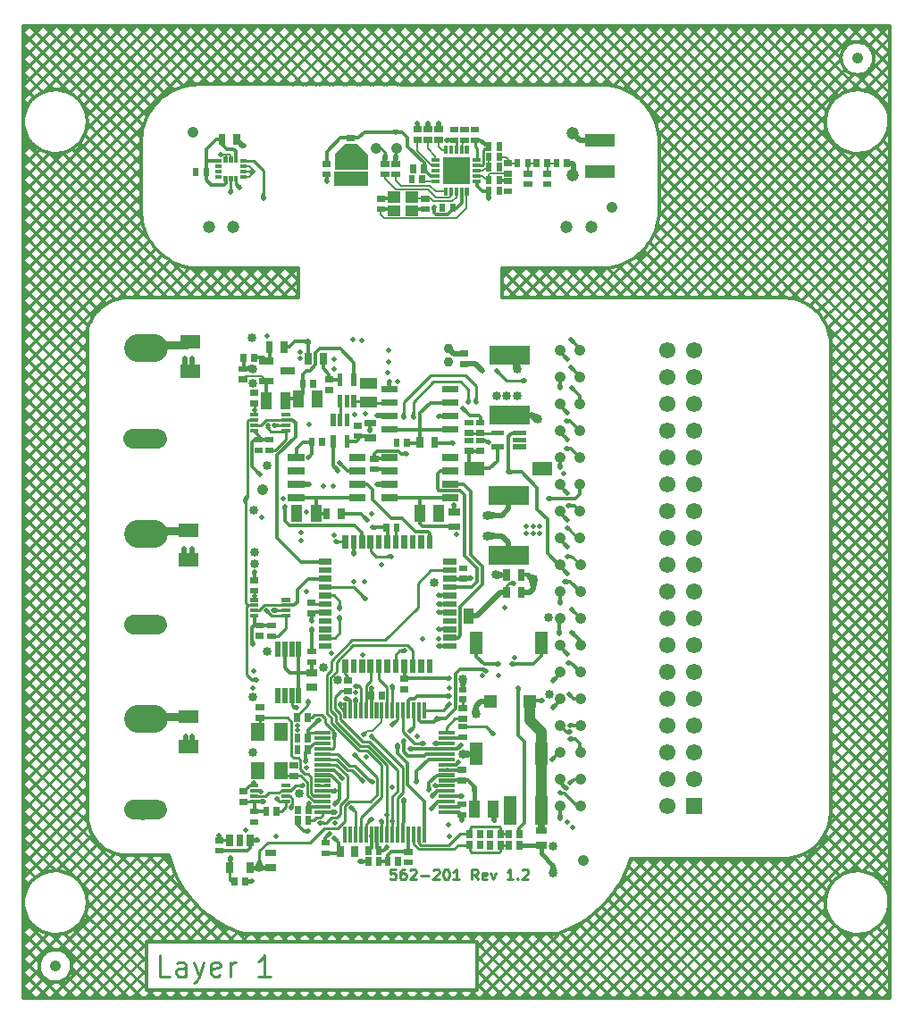
<source format=gtl>
*
%FSLAX26Y26*%
%MOIN*%
%ADD10R,0.021658X0.021658*%
%ADD11R,0.017718X0.017718*%
%ADD12R,0.013778X0.013778*%
%ADD13C,0.041339*%
%ADD14R,0.025588X0.025588*%
%ADD15R,0.039368X0.039368*%
%ADD16R,0.049208X0.049208*%
%ADD17R,0.047248X0.047248*%
%ADD18R,0.051178X0.051178*%
%ADD19C,0.041378*%
%ADD20R,0.068898X0.068898*%
%ADD21R,0.041339X0.041339*%
%ADD22R,0.100398X0.100398*%
%ADD23C,0.101969*%
%ADD24C,0.073968*%
%ADD25R,0.045278X0.045278*%
%ADD26R,0.061028X0.061028*%
%ADD27C,0.061028*%
%ADD28R,0.013968X0.013968*%
%ADD29R,0.019688X0.019688*%
%ADD30C,0.046969*%
%ADD31C,0.046918*%
%ADD32C,0.019688*%
%ADD33C,0.033468*%
%ADD34C,0.016925*%
%ADD35C,0.018679*%
%ADD36C,0.018709*%
%ADD37C,0.009838*%
%ADD38C,0.009055*%
%ADD39C,0.011969*%
%ADD40C,0.011808*%
%ADD41C,0.009058*%
%ADD42C,0.007878*%
%ADD43C,0.017718*%
%ADD44C,0.013778*%
%ADD45C,0.021658*%
%ADD46C,0.025588*%
%ADD47C,0.014568*%
%ADD48C,0.008268*%
%ADD49C,0.007948*%
%ADD50C,0.029528*%
%ADD51C,0.018649*%
%ADD52C,0.036211*%
%ADD53C,0.001201*%
%ADD54C,0.001591*%
%ADD55C,0.061811*%
%ADD56C,0.015748*%
%ADD57C,0.011614*%
%ADD58C,0.011811*%
%ADD59R,0.009200X0.009200*%
%ADD60R,0.006800X0.006800*%
%ADD61R,0.009600X0.009600*%
%ADD62C,0.011000*%
%ADD63C,0.007800*%
%ADD64R,0.009400X0.009400*%
%ADD65R,0.006200X0.006200*%
%ADD66R,0.010600X0.010600*%
%ADD67R,0.010200X0.010200*%
%ADD68R,0.008400X0.008400*%
%ADD69R,0.006000X0.006000*%
%ADD70R,0.002800X0.002800*%
%ADD71C,0.010400*%
%ADD72R,0.007400X0.007400*%
%ADD73C,0.010000*%
%ADD74R,0.007200X0.007200*%
%ADD75R,0.009000X0.009000*%
%ADD76C,0.009800*%
%ADD77R,0.011000X0.011000*%
%ADD78R,0.010800X0.010800*%
%ADD79R,0.006400X0.006400*%
%ADD80R,0.003200X0.003200*%
%ADD81C,0.007200*%
%ADD82C,0.006000*%
%ADD83R,0.003000X0.003000*%
%ADD84R,0.002200X0.002200*%
%ADD85R,0.005400X0.005400*%
%ADD86R,0.009800X0.009800*%
%ADD87C,0.011800*%
%ADD88R,0.004600X0.004600*%
%ADD89R,0.011400X0.011400*%
%ADD90R,0.008600X0.008600*%
%ADD91R,0.008200X0.008200*%
%ADD92R,0.008000X0.008000*%
%ADD93R,0.010400X0.010400*%
%ADD94R,0.007800X0.007800*%
%ADD95C,0.011200*%
%ADD96R,0.008800X0.008800*%
%ADD97C,0.007400*%
%ADD98R,0.003800X0.003800*%
%ADD99C,0.008200*%
%ADD100R,0.005600X0.005600*%
%ADD101R,0.003600X0.003600*%
%ADD102R,0.004200X0.004200*%
%ADD103R,0.002400X0.002400*%
%ADD104R,0.011800X0.011800*%
%ADD105C,0.003937*%
%ADD106C,0.023622*%
%ADD107C,0.019685*%
%IPPOS*%
%LN052s8c64709a.gtl*%
%LPD*%
G75*
G36*
X1406893Y696812D02*
X1407298Y697258D01*
X1409968Y699178D01*
X1410531Y699358D01*
X1415078D01*
X1415962Y698992D01*
X1416408Y697913D01*
X1415989Y696902D01*
X1415379Y696550D01*
X1408407Y694698D01*
X1407458Y694826D01*
X1406751Y695755D01*
X1406893Y696812D01*
G37*
G36*
X1387319Y719387D02*
X1387687Y719819D01*
X1390244Y721858D01*
X1390847Y722068D01*
X1395563D01*
X1396448Y721702D01*
X1396892Y720621D01*
X1396475Y719616D01*
X1395830Y719253D01*
X1388863Y717306D01*
X1387912Y717419D01*
X1387193Y718341D01*
X1387319Y719387D01*
G37*
G36*
X891259Y2228026D02*
X891623Y2228458D01*
X894180Y2230498D01*
X894784Y2230708D01*
X899502D01*
X900385Y2230342D01*
X900832Y2229262D01*
X900413Y2228255D01*
X899816Y2227906D01*
X892802Y2225944D01*
X891852Y2226058D01*
X891130Y2226979D01*
X891259Y2228026D01*
G37*
G36*
X891259Y1536293D02*
X891623Y1536725D01*
X894179Y1538764D01*
X894782Y1538976D01*
X899502D01*
X900384Y1538610D01*
X900832Y1537530D01*
X900413Y1536523D01*
X899816Y1536174D01*
X892802Y1534213D01*
X891852Y1534326D01*
X891130Y1535247D01*
X891259Y1536293D01*
G37*
G36*
X1111286Y1511189D02*
Y1511442D01*
X1111360Y1511816D01*
X1113975Y1518041D01*
X1114656Y1518713D01*
X1115675Y1518708D01*
X1125614Y1512294D01*
X1126063Y1511640D01*
X1126108Y1511246D01*
X1126107Y1503859D01*
X1125742Y1502976D01*
X1124837Y1502601D01*
X1112482Y1503356D01*
X1111640Y1503768D01*
X1111323Y1504599D01*
X1111286Y1511189D01*
G37*
G36*
X771885Y3183949D02*
X771885Y3184029D01*
X774557Y3190386D01*
X775214Y3191035D01*
X776062Y3191080D01*
X787148Y3187793D01*
X787827Y3187241D01*
X787993Y3186586D01*
Y3180656D01*
X787658Y3179847D01*
X787077Y3179501D01*
X776035Y3176229D01*
X775116Y3176326D01*
X774546Y3176954D01*
X771888Y3183279D01*
X771885Y3183949D01*
G37*
G36*
X1419817Y1742892D02*
X1419812Y1742950D01*
X1422331Y1754014D01*
X1422847Y1754741D01*
X1423556Y1754946D01*
X1431032D01*
X1431856Y1754604D01*
X1432214Y1753958D01*
X1434730Y1742906D01*
X1434578Y1742010D01*
X1433976Y1741502D01*
X1427644Y1738840D01*
X1426988Y1738838D01*
X1426790Y1738881D01*
X1420513Y1741520D01*
X1419875Y1742165D01*
X1419817Y1742892D01*
G37*
G36*
X1148332Y1511268D02*
X1148674Y1512092D01*
X1149320Y1512450D01*
X1160373Y1514966D01*
X1161266Y1514814D01*
X1161776Y1514214D01*
X1164437Y1507881D01*
X1164442Y1507112D01*
X1161758Y1500748D01*
X1161115Y1500113D01*
X1160330Y1500047D01*
X1149264Y1502568D01*
X1148537Y1503085D01*
X1148332Y1503793D01*
Y1511268D01*
G37*
G36*
X1659159Y893206D02*
X1659509Y894051D01*
X1660237Y894417D01*
X1673842Y896419D01*
X1674771Y896186D01*
X1675286Y895319D01*
X1675303Y881651D01*
X1674931Y880768D01*
X1674000Y880388D01*
X1660199Y882405D01*
X1659414Y882875D01*
X1659159Y883647D01*
Y893206D01*
G37*
G36*
X1616206Y888414D02*
X1616244Y895166D01*
X1616615Y896047D01*
X1617547Y896427D01*
X1631346Y894410D01*
X1632131Y893941D01*
X1632387Y893169D01*
Y883609D01*
X1632037Y882765D01*
X1631309Y882399D01*
X1617702Y880395D01*
X1616775Y880631D01*
X1616261Y881494D01*
X1616206Y888414D01*
G37*
G36*
Y750618D02*
X1616244Y757371D01*
X1616615Y758252D01*
X1617547Y758632D01*
X1631346Y756615D01*
X1632131Y756146D01*
X1632387Y755373D01*
Y745814D01*
X1632037Y744969D01*
X1631309Y744603D01*
X1617704Y742601D01*
X1616775Y742834D01*
X1616261Y743699D01*
X1616206Y750618D01*
G37*
G36*
X1327722Y645809D02*
X1327957Y646735D01*
X1328819Y647252D01*
X1342490Y647269D01*
X1343373Y646896D01*
X1343753Y645963D01*
X1341736Y632165D01*
X1341267Y631380D01*
X1340495Y631124D01*
X1330934D01*
X1330088Y631476D01*
X1329725Y632203D01*
X1327722Y645809D01*
G37*
G36*
X1389789Y2015642D02*
X1389789Y2015721D01*
X1390155Y2016603D01*
X1391116Y2017002D01*
X1391617Y2016919D01*
X1405406Y2012321D01*
X1406127Y2011694D01*
X1406196Y2010721D01*
X1403611Y2004370D01*
X1403399Y2004051D01*
X1398474Y1999165D01*
X1397640Y1998822D01*
X1396909Y1999049D01*
X1390265Y2003508D01*
X1389813Y2004187D01*
X1389789Y2015642D01*
G37*
G36*
X1755936Y2121380D02*
X1756302Y2122263D01*
X1757207Y2122638D01*
X1772111Y2121689D01*
X1772950Y2121274D01*
X1773267Y2120444D01*
X1773305Y2111833D01*
X1773024Y2111149D01*
X1766882Y2105041D01*
X1766012Y2104683D01*
X1765163Y2105012D01*
X1756265Y2113066D01*
X1755936Y2113762D01*
Y2121380D01*
G37*
G36*
X858500Y1904517D02*
X858439Y1904667D01*
X858818Y1905574D01*
X868461Y1913796D01*
X869088Y1914027D01*
X876616D01*
X877500Y1913661D01*
X877889Y1912719D01*
X875412Y1898443D01*
X874927Y1897678D01*
X874180Y1897439D01*
X865553Y1897402D01*
X864861Y1897684D01*
X858802Y1903781D01*
X858500Y1904517D01*
G37*
G36*
X1748781Y1259274D02*
Y1268563D01*
X1749147Y1269446D01*
X1750084Y1269834D01*
X1764826Y1267534D01*
X1765604Y1267059D01*
X1765853Y1266298D01*
X1765891Y1257674D01*
X1765641Y1257065D01*
X1765526Y1256901D01*
X1759461Y1250874D01*
X1758597Y1250520D01*
X1757770Y1250829D01*
X1749132Y1258310D01*
X1748789Y1258994D01*
X1748781Y1259274D01*
G37*
G36*
X1038500Y1124225D02*
X1043934Y1129681D01*
X1044582Y1129964D01*
X1056932Y1130459D01*
X1057830Y1130128D01*
X1058230Y1129258D01*
X1058264Y1120603D01*
X1057982Y1119911D01*
X1051825Y1113810D01*
X1050979Y1113464D01*
X1050203Y1113726D01*
X1038729Y1122428D01*
X1038246Y1123252D01*
X1038500Y1124225D01*
G37*
G36*
X941668Y2166843D02*
X942032Y2167638D01*
X948094Y2173753D01*
X948783Y2174044D01*
X957425Y2174017D01*
X958306Y2173648D01*
X958683Y2172731D01*
X958662Y2172434D01*
X959015Y2160756D01*
X958744Y2160049D01*
X953373Y2154676D01*
X952489Y2154311D01*
X951585Y2154686D01*
X941954Y2165957D01*
X941668Y2166843D01*
G37*
G36*
X1028488Y750107D02*
X1034930Y760417D01*
X1035126Y760618D01*
X1036254Y762307D01*
X1036284Y762457D01*
X1036411Y762780D01*
X1036641Y763144D01*
X1037296Y763610D01*
X1037708Y763654D01*
X1045139D01*
X1046008Y763294D01*
X1046375Y762468D01*
X1047227Y746403D01*
X1046910Y745501D01*
X1046023Y745077D01*
X1037400Y745039D01*
X1037025Y745114D01*
X1029156Y748411D01*
X1028484Y749091D01*
X1028488Y750107D01*
G37*
G36*
X906272Y812319D02*
X906606Y813125D01*
X907175Y813468D01*
X920910Y817720D01*
X921835Y817633D01*
X922417Y816999D01*
X925752Y809038D01*
X925754Y808370D01*
X925706Y808174D01*
X922425Y800344D01*
X921745Y799673D01*
X920771Y799675D01*
X906966Y805611D01*
X906375Y806216D01*
X906272Y806769D01*
Y812319D01*
G37*
G36*
X970617Y1484173D02*
X973956Y1492139D01*
X974625Y1492803D01*
X975540Y1492819D01*
X989312Y1487720D01*
X989943Y1487139D01*
X990073Y1486539D01*
Y1479050D01*
X989731Y1478226D01*
X989088Y1477870D01*
X975367Y1474702D01*
X974472Y1474851D01*
X973959Y1475455D01*
X970619Y1483425D01*
X970617Y1484173D01*
G37*
G36*
X802944Y3047392D02*
X806887Y3061301D01*
X807432Y3061988D01*
X808097Y3062162D01*
X815605Y3062161D01*
X816411Y3061830D01*
X816755Y3061260D01*
X821067Y3047394D01*
X820981Y3046471D01*
X820347Y3045887D01*
X812386Y3042551D01*
X811664Y3042549D01*
X803639Y3045900D01*
X802991Y3046556D01*
X802944Y3047392D01*
G37*
G36*
X2031360Y2021866D02*
X2031354Y2021922D01*
X2034143Y2035767D01*
X2034644Y2036513D01*
X2035375Y2036734D01*
X2044824D01*
X2045643Y2036395D01*
X2045995Y2035776D01*
X2049545Y2021942D01*
X2049415Y2021036D01*
X2048802Y2020502D01*
X2040835Y2017163D01*
X2040113Y2017161D01*
X2032061Y2020524D01*
X2031428Y2021163D01*
X2031360Y2021866D01*
G37*
G36*
X1716443Y2263311D02*
X1716440Y2263376D01*
X1720575Y2277326D01*
X1721126Y2278004D01*
X1721780Y2278171D01*
X1729288D01*
X1730095Y2277836D01*
X1730441Y2277254D01*
X1734563Y2263349D01*
X1734466Y2262428D01*
X1733835Y2261858D01*
X1725876Y2258523D01*
X1725104Y2258518D01*
X1717133Y2261869D01*
X1716481Y2262526D01*
X1716443Y2263311D01*
G37*
G36*
X1688884Y2263311D02*
X1688881Y2263376D01*
X1693016Y2277326D01*
X1693567Y2278004D01*
X1694221Y2278171D01*
X1701728D01*
X1702536Y2277836D01*
X1702882Y2277255D01*
X1707004Y2263349D01*
X1706907Y2262428D01*
X1706276Y2261858D01*
X1698317Y2258523D01*
X1697545Y2258518D01*
X1689574Y2261869D01*
X1688922Y2262526D01*
X1688884Y2263311D01*
G37*
G36*
X1483172Y2207723D02*
X1487307Y2221672D01*
X1487858Y2222352D01*
X1488514Y2222519D01*
X1496019D01*
X1496827Y2222184D01*
X1497173Y2221602D01*
X1501296Y2207695D01*
X1501198Y2206776D01*
X1500567Y2206206D01*
X1492607Y2202871D01*
X1491759Y2202866D01*
X1491585Y2202983D01*
X1483867Y2206216D01*
X1483214Y2206873D01*
X1483172Y2207723D01*
G37*
G36*
X1447742Y2208193D02*
X1447739Y2208258D01*
X1451874Y2222207D01*
X1452425Y2222886D01*
X1453081Y2223053D01*
X1460587D01*
X1461394Y2222718D01*
X1461740Y2222136D01*
X1465863Y2208230D01*
X1465765Y2207310D01*
X1465134Y2206740D01*
X1457175Y2203405D01*
X1456403Y2203400D01*
X1448434Y2206751D01*
X1447780Y2207407D01*
X1447742Y2208193D01*
G37*
G36*
X1418015Y3176690D02*
X1418012Y3176755D01*
X1422147Y3190704D01*
X1422697Y3191384D01*
X1423352Y3191551D01*
X1430859D01*
X1431667Y3191216D01*
X1432013Y3190634D01*
X1436135Y3176728D01*
X1436038Y3175807D01*
X1435407Y3175237D01*
X1427446Y3171901D01*
X1426775Y3171899D01*
X1426580Y3171948D01*
X1418705Y3175249D01*
X1418053Y3175906D01*
X1418015Y3176690D01*
G37*
G36*
X1378645D02*
X1378642Y3176755D01*
X1382777Y3190704D01*
X1383327Y3191384D01*
X1383982Y3191551D01*
X1391489D01*
X1392297Y3191216D01*
X1392643Y3190634D01*
X1396765Y3176728D01*
X1396668Y3175807D01*
X1396037Y3175237D01*
X1388076Y3171901D01*
X1387405Y3171899D01*
X1387210Y3171948D01*
X1379335Y3175249D01*
X1378683Y3175906D01*
X1378645Y3176690D01*
G37*
G36*
X1208566Y1494675D02*
X1212701Y1508624D01*
X1213253Y1509306D01*
X1213908Y1509470D01*
X1221412D01*
X1222220Y1509137D01*
X1222567Y1508555D01*
X1226689Y1494648D01*
X1226592Y1493727D01*
X1225961Y1493157D01*
X1218000Y1489821D01*
X1217321Y1489819D01*
X1217125Y1489872D01*
X1209258Y1493168D01*
X1208607Y1493827D01*
X1208566Y1494675D01*
G37*
G36*
X1061221Y833304D02*
X1061557Y834115D01*
X1062139Y834458D01*
X1076044Y838581D01*
X1076964Y838483D01*
X1077534Y837852D01*
X1080870Y829891D01*
X1080872Y829167D01*
X1077523Y821149D01*
X1076864Y820498D01*
X1075999Y820456D01*
X1071742Y822125D01*
X1069252Y822462D01*
X1062066Y824592D01*
X1061388Y825143D01*
X1061221Y825797D01*
Y833304D01*
G37*
G36*
X924015Y3025161D02*
X928149Y3039111D01*
X928702Y3039790D01*
X929355Y3039957D01*
X936860Y3039956D01*
X937669Y3039624D01*
X938016Y3039040D01*
X942138Y3025134D01*
X942041Y3024213D01*
X941410Y3023643D01*
X933449Y3020307D01*
X932727Y3020305D01*
X924707Y3023654D01*
X924056Y3024313D01*
X924015Y3025161D01*
G37*
G36*
X1405505Y1196474D02*
X1406136Y1197044D01*
X1414097Y1200380D01*
X1414845Y1200382D01*
X1422837Y1197033D01*
X1423489Y1196375D01*
X1423531Y1195526D01*
X1419396Y1181576D01*
X1418844Y1180895D01*
X1418189Y1180731D01*
X1410684D01*
X1409876Y1181066D01*
X1409530Y1181648D01*
X1405408Y1195553D01*
X1405505Y1196474D01*
G37*
G36*
X1366135Y695490D02*
X1366766Y696060D01*
X1374727Y699396D01*
X1375475Y699398D01*
X1383467Y696049D01*
X1384120Y695391D01*
X1384161Y694542D01*
X1380026Y680593D01*
X1379475Y679913D01*
X1378821Y679746D01*
X1371314Y679747D01*
X1370507Y680082D01*
X1370160Y680661D01*
X1366038Y694569D01*
X1366135Y695490D01*
G37*
G36*
X1208655Y1455331D02*
X1209284Y1455901D01*
X1217246Y1459237D01*
X1217993Y1459241D01*
X1225987Y1455891D01*
X1226637Y1455236D01*
X1226682Y1454386D01*
X1222546Y1440435D01*
X1221995Y1439756D01*
X1221339Y1439589D01*
X1213834D01*
X1213025Y1439924D01*
X1212679Y1440505D01*
X1208558Y1454412D01*
X1208655Y1455331D01*
G37*
G36*
X1187985Y1016356D02*
X1188616Y1016926D01*
X1196577Y1020262D01*
X1197326Y1020264D01*
X1205319Y1016915D01*
X1205968Y1016258D01*
X1206013Y1015409D01*
X1201877Y1001458D01*
X1201325Y1000777D01*
X1200668Y1000613D01*
X1193165D01*
X1192358Y1000947D01*
X1192011Y1001527D01*
X1187888Y1015435D01*
X1187985Y1016356D01*
G37*
G36*
X856583Y1895467D02*
X857212Y1896037D01*
X865174Y1899374D01*
X865923Y1899376D01*
X873916Y1896027D01*
X874565Y1895369D01*
X874610Y1894521D01*
X870474Y1880571D01*
X869922Y1879889D01*
X869265Y1879725D01*
X861763D01*
X860954Y1880059D01*
X860608Y1880640D01*
X856486Y1894547D01*
X856583Y1895467D01*
G37*
G36*
X801174Y556120D02*
X801805Y556690D01*
X809766Y560025D01*
X810514Y560028D01*
X818508Y556679D01*
X819157Y556021D01*
X819202Y555173D01*
X815066Y541222D01*
X814515Y540543D01*
X813859Y540376D01*
X806353D01*
X805546Y540713D01*
X805200Y541291D01*
X801077Y555199D01*
X801174Y556120D01*
G37*
G36*
X758852Y642129D02*
X759481Y642699D01*
X767443Y646036D01*
X768192Y646038D01*
X776185Y642689D01*
X776834Y642031D01*
X776879Y641183D01*
X772743Y627233D01*
X772192Y626553D01*
X771537Y626386D01*
X764031D01*
X763222Y626721D01*
X762876Y627303D01*
X758755Y641209D01*
X758852Y642129D01*
G37*
G36*
X1887899Y2343969D02*
X1888234Y2344777D01*
X1888816Y2345123D01*
X1902723Y2349245D01*
X1903642Y2349148D01*
X1904212Y2348517D01*
X1907547Y2340557D01*
X1907552Y2339792D01*
X1904201Y2331815D01*
X1903544Y2331163D01*
X1902695Y2331122D01*
X1888746Y2335257D01*
X1888066Y2335807D01*
X1887899Y2336462D01*
Y2343969D01*
G37*
G36*
X1849592Y1589047D02*
X1849927Y1589856D01*
X1850508Y1590202D01*
X1864415Y1594325D01*
X1865335Y1594227D01*
X1865905Y1593596D01*
X1869240Y1585636D01*
X1869245Y1584775D01*
X1869124Y1584602D01*
X1865894Y1576894D01*
X1865239Y1576244D01*
X1864389Y1576199D01*
X1850438Y1580335D01*
X1849759Y1580888D01*
X1849592Y1581541D01*
Y1589047D01*
G37*
G36*
X1616278Y3238187D02*
X1619628Y3246181D01*
X1620284Y3246831D01*
X1621134Y3246876D01*
X1635085Y3242740D01*
X1635764Y3242188D01*
X1635930Y3241533D01*
Y3234028D01*
X1635595Y3233219D01*
X1635013Y3232873D01*
X1621107Y3228752D01*
X1620188Y3228849D01*
X1619618Y3229478D01*
X1616282Y3237438D01*
X1616278Y3238187D01*
G37*
G36*
X1571161Y829724D02*
X1574510Y837718D01*
X1575169Y838369D01*
X1576017Y838410D01*
X1589967Y834275D01*
X1590648Y833723D01*
X1590812Y833068D01*
Y825563D01*
X1590477Y824756D01*
X1589897Y824409D01*
X1575990Y820287D01*
X1575069Y820384D01*
X1574499Y821015D01*
X1571163Y828976D01*
X1571161Y829724D01*
G37*
G36*
X1512899Y990622D02*
X1513234Y991431D01*
X1513815Y991777D01*
X1527723Y995898D01*
X1528641Y995801D01*
X1529212Y995172D01*
X1532547Y987211D01*
X1532552Y986362D01*
X1532435Y986188D01*
X1529201Y978469D01*
X1528546Y977819D01*
X1527697Y977774D01*
X1513746Y981910D01*
X1513066Y982461D01*
X1512899Y983117D01*
Y990622D01*
G37*
G36*
X1440065Y1336095D02*
X1440400Y1336902D01*
X1440980Y1337249D01*
X1454887Y1341371D01*
X1455808Y1341274D01*
X1456378Y1340643D01*
X1459714Y1332682D01*
X1459716Y1332014D01*
X1459668Y1331818D01*
X1456367Y1323940D01*
X1455708Y1323289D01*
X1454860Y1323248D01*
X1440910Y1327383D01*
X1440231Y1327933D01*
X1440064Y1328588D01*
X1440065Y1336095D01*
G37*
G36*
X1392820Y1688459D02*
X1393157Y1689264D01*
X1393736Y1689611D01*
X1407643Y1693733D01*
X1408564Y1693636D01*
X1409134Y1693005D01*
X1412470Y1685044D01*
X1412472Y1684376D01*
X1412424Y1684180D01*
X1409123Y1676302D01*
X1408464Y1675651D01*
X1407616Y1675610D01*
X1393666Y1679745D01*
X1392987Y1680295D01*
X1392820Y1680950D01*
Y1688459D01*
G37*
G36*
X1202893Y1740160D02*
X1206242Y1748154D01*
X1206901Y1748805D01*
X1207749Y1748846D01*
X1221698Y1744711D01*
X1222380Y1744159D01*
X1222544Y1743504D01*
Y1735999D01*
X1222209Y1735192D01*
X1221630Y1734845D01*
X1207722Y1730723D01*
X1206801Y1730820D01*
X1206231Y1731451D01*
X1202895Y1739412D01*
X1202893Y1740160D01*
G37*
G36*
X1143838Y690945D02*
X1147187Y698937D01*
X1147843Y699588D01*
X1148693Y699632D01*
X1162644Y695496D01*
X1163325Y694942D01*
X1163489Y694288D01*
Y686784D01*
X1163154Y685975D01*
X1162572Y685629D01*
X1148664Y681506D01*
X1147746Y681606D01*
X1147176Y682234D01*
X1143840Y690196D01*
X1143838Y690945D01*
G37*
G36*
X914830Y774974D02*
X915170Y775797D01*
X915800Y776150D01*
X929647Y779564D01*
X930549Y779427D01*
X931075Y778817D01*
X934412Y770850D01*
X934417Y770082D01*
X931052Y762075D01*
X930414Y761443D01*
X929655Y761368D01*
X915799Y764139D01*
X915052Y764640D01*
X914830Y765371D01*
Y774974D01*
G37*
G36*
X890074Y1625462D02*
X890666Y1625954D01*
X898638Y1629294D01*
X899385Y1629298D01*
X907395Y1625942D01*
X908040Y1625294D01*
X908097Y1624486D01*
X904642Y1610609D01*
X904113Y1609894D01*
X903420Y1609704D01*
X893983D01*
X893154Y1610047D01*
X892794Y1610712D01*
X889905Y1624576D01*
X890074Y1625462D01*
G37*
G36*
X1267845Y1148103D02*
X1268439Y1148600D01*
X1276412Y1151941D01*
X1277160Y1151943D01*
X1285176Y1148584D01*
X1285814Y1147940D01*
X1285880Y1147153D01*
X1282692Y1133265D01*
X1282158Y1132517D01*
X1281450Y1132314D01*
X1271854D01*
X1271027Y1132657D01*
X1270668Y1133316D01*
X1267681Y1147214D01*
X1267845Y1148103D01*
G37*
G36*
X2074940Y1055885D02*
X2078299Y1063903D01*
X2078944Y1064540D01*
X2079728Y1064606D01*
X2093658Y1061432D01*
X2094387Y1060917D01*
X2094592Y1060207D01*
X2094591Y1050764D01*
X2094249Y1049939D01*
X2093603Y1049582D01*
X2079686Y1046413D01*
X2078793Y1046565D01*
X2078282Y1047166D01*
X2074942Y1055137D01*
X2074940Y1055885D01*
G37*
G36*
Y1004704D02*
X2078299Y1012720D01*
X2078944Y1013360D01*
X2079730Y1013423D01*
X2093658Y1010251D01*
X2094387Y1009735D01*
X2094592Y1009026D01*
X2094591Y999583D01*
X2094250Y998760D01*
X2093605Y998401D01*
X2079684Y995231D01*
X2078792Y995385D01*
X2078282Y995985D01*
X2074942Y1003956D01*
X2074940Y1004704D01*
G37*
G36*
X2068357Y1875378D02*
X2071717Y1883396D01*
X2072360Y1884034D01*
X2073146Y1884100D01*
X2087077Y1880927D01*
X2087804Y1880411D01*
X2088009Y1879702D01*
Y1870258D01*
X2087667Y1869432D01*
X2087019Y1869076D01*
X2073104Y1865907D01*
X2072208Y1866059D01*
X2071700Y1866661D01*
X2068361Y1874630D01*
X2068357Y1875378D01*
G37*
G36*
X2057223Y1591316D02*
X2060583Y1599335D01*
X2061226Y1599973D01*
X2062012Y1600038D01*
X2075943Y1596865D01*
X2076670Y1596349D01*
X2076875Y1595640D01*
Y1586197D01*
X2076533Y1585372D01*
X2075887Y1585015D01*
X2061970Y1581846D01*
X2061074Y1581998D01*
X2060566Y1582600D01*
X2057227Y1590569D01*
X2057223Y1591316D01*
G37*
G36*
X1586751Y1539370D02*
X1590110Y1547387D01*
X1590755Y1548024D01*
X1591539Y1548089D01*
X1605469Y1544917D01*
X1606198Y1544401D01*
X1606403Y1543691D01*
X1606402Y1534248D01*
X1606061Y1533425D01*
X1605416Y1533067D01*
X1591495Y1529897D01*
X1590604Y1530051D01*
X1590094Y1530649D01*
X1586753Y1538621D01*
X1586751Y1539370D01*
G37*
G36*
X1586384Y1350391D02*
X1589744Y1358410D01*
X1590387Y1359048D01*
X1591173Y1359113D01*
X1605104Y1355941D01*
X1605831Y1355424D01*
X1606036Y1354714D01*
Y1345272D01*
X1605694Y1344447D01*
X1605048Y1344090D01*
X1591131Y1340921D01*
X1590236Y1341073D01*
X1589726Y1341675D01*
X1586388Y1349644D01*
X1586384Y1350391D01*
G37*
G36*
X1293444Y547638D02*
X1296803Y555655D01*
X1297448Y556292D01*
X1298232Y556357D01*
X1312163Y553185D01*
X1312892Y552668D01*
X1313095Y551958D01*
Y542516D01*
X1312753Y541691D01*
X1312107Y541334D01*
X1298190Y538165D01*
X1297297Y538317D01*
X1296786Y538918D01*
X1293446Y546889D01*
X1293444Y547638D01*
G37*
G36*
X1260698Y1697308D02*
X1260694Y1697366D01*
X1263867Y1711296D01*
X1264384Y1712026D01*
X1265094Y1712229D01*
X1274533D01*
X1275361Y1711889D01*
X1275717Y1711240D01*
X1278886Y1697324D01*
X1278734Y1696431D01*
X1278133Y1695920D01*
X1270162Y1692580D01*
X1269494Y1692578D01*
X1269298Y1692626D01*
X1261396Y1695937D01*
X1260759Y1696582D01*
X1260698Y1697308D01*
G37*
G36*
X2030973Y712521D02*
X2034145Y726453D01*
X2034664Y727179D01*
X2035371Y727384D01*
X2044814D01*
X2045638Y727042D01*
X2045996Y726396D01*
X2049165Y712479D01*
X2049013Y711583D01*
X2048411Y711075D01*
X2040441Y707734D01*
X2039762Y707732D01*
X2039567Y707785D01*
X2031676Y711092D01*
X2031038Y711735D01*
X2030973Y712521D01*
G37*
G36*
X1764640Y3025457D02*
X1764635Y3025515D01*
X1767807Y3039444D01*
X1768324Y3040171D01*
X1769032Y3040376D01*
X1778476D01*
X1779300Y3040034D01*
X1779658Y3039388D01*
X1782827Y3025470D01*
X1782673Y3024576D01*
X1782074Y3024067D01*
X1774104Y3020728D01*
X1773256Y3020723D01*
X1773081Y3020840D01*
X1765339Y3024083D01*
X1764697Y3024727D01*
X1764640Y3025457D01*
G37*
G36*
X1635840Y1873696D02*
X1636442Y1874206D01*
X1644411Y1877544D01*
X1645158Y1877548D01*
X1653175Y1874189D01*
X1653815Y1873546D01*
X1653880Y1872759D01*
X1650707Y1858828D01*
X1650190Y1858101D01*
X1649482Y1857896D01*
X1640039D01*
X1639213Y1858238D01*
X1638857Y1858886D01*
X1635688Y1872801D01*
X1635840Y1873696D01*
G37*
G36*
X1560054Y2985311D02*
X1560653Y2985819D01*
X1568624Y2989160D01*
X1569373Y2989162D01*
X1577390Y2985803D01*
X1578027Y2985158D01*
X1578093Y2984373D01*
X1574920Y2970442D01*
X1574403Y2969715D01*
X1573695Y2969510D01*
X1564251D01*
X1563427Y2969852D01*
X1563069Y2970498D01*
X1559900Y2984417D01*
X1560054Y2985311D01*
G37*
G36*
X2030965Y2318695D02*
X2034066Y2332622D01*
X2034581Y2333352D01*
X2035294Y2333560D01*
X2044891D01*
X2045717Y2333217D01*
X2046074Y2332565D01*
X2049161Y2318649D01*
X2049005Y2317757D01*
X2048406Y2317252D01*
X2040435Y2313912D01*
X2039713Y2313910D01*
X2031668Y2317270D01*
X2031030Y2317913D01*
X2030965Y2318695D01*
G37*
G36*
X2028509Y1401020D02*
X2028505Y1401077D01*
X2031600Y1415005D01*
X2032114Y1415737D01*
X2032828Y1415945D01*
X2042424Y1415944D01*
X2043248Y1415604D01*
X2043609Y1414952D01*
X2046702Y1401032D01*
X2046545Y1400139D01*
X2045945Y1399635D01*
X2037975Y1396295D01*
X2037307Y1396293D01*
X2037111Y1396341D01*
X2029209Y1399653D01*
X2028570Y1400297D01*
X2028509Y1401020D01*
G37*
G36*
X1665227Y705180D02*
X1665223Y705237D01*
X1668318Y719165D01*
X1668832Y719897D01*
X1669546Y720105D01*
X1679144D01*
X1679969Y719762D01*
X1680326Y719111D01*
X1683421Y705191D01*
X1683261Y704300D01*
X1682664Y703796D01*
X1674694Y700457D01*
X1673929Y700452D01*
X1665926Y703814D01*
X1665288Y704457D01*
X1665227Y705180D01*
G37*
G36*
X1542109Y816396D02*
X1542105Y816453D01*
X1545200Y830381D01*
X1545714Y831113D01*
X1546427Y831321D01*
X1556025D01*
X1556851Y830978D01*
X1557209Y830326D01*
X1560301Y816408D01*
X1560145Y815518D01*
X1559548Y815012D01*
X1551575Y811671D01*
X1550844Y811669D01*
X1542807Y815029D01*
X1542170Y815674D01*
X1542109Y816396D01*
G37*
G36*
X1495930Y847947D02*
X1499026Y861876D01*
X1499539Y862609D01*
X1500253Y862817D01*
X1509852D01*
X1510678Y862474D01*
X1511036Y861822D01*
X1514128Y847904D01*
X1513972Y847014D01*
X1513375Y846508D01*
X1505403Y843169D01*
X1504555Y843164D01*
X1504380Y843281D01*
X1496634Y846525D01*
X1495999Y847169D01*
X1495930Y847947D01*
G37*
G36*
X1160022Y3086081D02*
X1160018Y3086138D01*
X1163113Y3100066D01*
X1163627Y3100798D01*
X1164341Y3101006D01*
X1173938D01*
X1174762Y3100664D01*
X1175122Y3100013D01*
X1178215Y3086093D01*
X1178058Y3085202D01*
X1177460Y3084697D01*
X1169489Y3081358D01*
X1168721Y3081353D01*
X1160722Y3084714D01*
X1160083Y3085358D01*
X1160022Y3086081D01*
G37*
G36*
X1103219Y1447303D02*
X1103215Y1447360D01*
X1106310Y1461288D01*
X1106825Y1462019D01*
X1107538Y1462226D01*
X1117135D01*
X1117959Y1461884D01*
X1118319Y1461233D01*
X1121413Y1447312D01*
X1121253Y1446421D01*
X1120656Y1445917D01*
X1112685Y1442577D01*
X1112017Y1442575D01*
X1111821Y1442623D01*
X1103918Y1445935D01*
X1103280Y1446578D01*
X1103219Y1447303D01*
G37*
G36*
X1082464Y924453D02*
X1082459Y924510D01*
X1085554Y938438D01*
X1086068Y939170D01*
X1086781Y939378D01*
X1096380D01*
X1097203Y939036D01*
X1097563Y938385D01*
X1100656Y924465D01*
X1100500Y923574D01*
X1099901Y923069D01*
X1091930Y919730D01*
X1091159Y919725D01*
X1083163Y923086D01*
X1082524Y923730D01*
X1082464Y924453D01*
G37*
G36*
X1875999Y1191614D02*
X1876598Y1192119D01*
X1884569Y1195459D01*
X1885318Y1195461D01*
X1893337Y1192101D01*
X1893973Y1191457D01*
X1894041Y1190679D01*
X1890944Y1176750D01*
X1890432Y1176017D01*
X1889717Y1175809D01*
X1880120Y1175810D01*
X1879295Y1176152D01*
X1878936Y1176803D01*
X1875843Y1190721D01*
X1875999Y1191614D01*
G37*
G36*
X1577773Y3298898D02*
X1578370Y3299402D01*
X1586340Y3302741D01*
X1587087Y3302745D01*
X1595106Y3299385D01*
X1595746Y3298742D01*
X1595811Y3297961D01*
X1592716Y3284031D01*
X1592201Y3283301D01*
X1591489Y3283093D01*
X1581891D01*
X1581063Y3283436D01*
X1580707Y3284089D01*
X1577613Y3298007D01*
X1577773Y3298898D01*
G37*
G36*
X1538408Y3298892D02*
X1539005Y3299396D01*
X1546976Y3302736D01*
X1547724Y3302738D01*
X1555741Y3299379D01*
X1556381Y3298736D01*
X1556446Y3297954D01*
X1553351Y3284025D01*
X1552836Y3283295D01*
X1552124Y3283087D01*
X1542526D01*
X1541699Y3283429D01*
X1541343Y3284081D01*
X1538249Y3298000D01*
X1538408Y3298892D01*
G37*
G36*
X1499038Y3298894D02*
X1499635Y3299398D01*
X1507606Y3302738D01*
X1508353Y3302740D01*
X1516371Y3299381D01*
X1517011Y3298738D01*
X1517076Y3297956D01*
X1513981Y3284027D01*
X1513466Y3283296D01*
X1512754Y3283089D01*
X1503156D01*
X1502329Y3283431D01*
X1501972Y3284084D01*
X1498878Y3298002D01*
X1499038Y3298894D01*
G37*
G36*
X1448836Y773701D02*
X1449433Y774205D01*
X1457403Y777544D01*
X1458150Y777548D01*
X1466170Y774188D01*
X1466809Y773544D01*
X1466874Y772764D01*
X1463779Y758836D01*
X1463265Y758103D01*
X1462552Y757896D01*
X1452954D01*
X1452126Y758239D01*
X1451770Y758892D01*
X1448676Y772810D01*
X1448836Y773701D01*
G37*
G36*
X1446671Y995782D02*
X1447268Y996286D01*
X1455239Y999625D01*
X1455987Y999628D01*
X1464005Y996268D01*
X1464644Y995624D01*
X1464709Y994844D01*
X1461614Y980916D01*
X1461100Y980184D01*
X1460387Y979976D01*
X1450788D01*
X1449961Y980321D01*
X1449606Y980971D01*
X1446512Y994890D01*
X1446671Y995782D01*
G37*
G36*
X1424203Y975921D02*
X1424227Y976062D01*
X1424827Y976568D01*
X1432798Y979908D01*
X1433546Y979910D01*
X1441564Y976550D01*
X1442203Y975906D01*
X1442268Y975126D01*
X1439173Y961198D01*
X1438659Y960466D01*
X1437946Y960258D01*
X1428348D01*
X1427522Y960600D01*
X1427164Y961252D01*
X1424071Y975171D01*
X1424203Y975921D01*
G37*
G36*
X1418123Y3169955D02*
X1418723Y3170459D01*
X1426693Y3173799D01*
X1427441Y3173801D01*
X1435459Y3170441D01*
X1436096Y3169799D01*
X1436164Y3169018D01*
X1433067Y3155089D01*
X1432555Y3154358D01*
X1431841Y3154150D01*
X1422243D01*
X1421417Y3154492D01*
X1421059Y3155143D01*
X1417966Y3169061D01*
X1418123Y3169955D01*
G37*
G36*
X1393718Y2333347D02*
X1394315Y2333851D01*
X1402286Y2337191D01*
X1403034Y2337193D01*
X1411051Y2333834D01*
X1411691Y2333191D01*
X1411756Y2332408D01*
X1408661Y2318480D01*
X1408146Y2317749D01*
X1407433Y2317542D01*
X1397836D01*
X1397010Y2317884D01*
X1396652Y2318537D01*
X1393558Y2332456D01*
X1393718Y2333347D01*
G37*
G36*
X1378752Y3169954D02*
X1379351Y3170459D01*
X1387322Y3173799D01*
X1388071Y3173801D01*
X1396089Y3170441D01*
X1396725Y3169799D01*
X1396794Y3169018D01*
X1393697Y3155089D01*
X1393185Y3154358D01*
X1392471Y3154150D01*
X1382873D01*
X1382048Y3154492D01*
X1381689Y3155143D01*
X1378596Y3169061D01*
X1378752Y3169954D01*
G37*
G36*
X1326787Y1189646D02*
X1327387Y1190150D01*
X1335356Y1193489D01*
X1336103Y1193493D01*
X1344123Y1190133D01*
X1344762Y1189489D01*
X1344827Y1188709D01*
X1341732Y1174779D01*
X1341217Y1174048D01*
X1340504Y1173841D01*
X1330907D01*
X1330081Y1174183D01*
X1329723Y1174835D01*
X1326630Y1188754D01*
X1326787Y1189646D01*
G37*
G36*
X1104346Y1412088D02*
X1104946Y1412591D01*
X1112915Y1415930D01*
X1113662Y1415934D01*
X1121681Y1412574D01*
X1122321Y1411931D01*
X1122386Y1411150D01*
X1119291Y1397220D01*
X1118776Y1396490D01*
X1118064Y1396282D01*
X1108466D01*
X1107640Y1396624D01*
X1107282Y1397276D01*
X1104189Y1411194D01*
X1104346Y1412088D01*
G37*
G36*
X1003954Y1867796D02*
X1004551Y1868300D01*
X1012522Y1871640D01*
X1013271Y1871642D01*
X1021290Y1868282D01*
X1021927Y1867637D01*
X1021992Y1866858D01*
X1018897Y1852929D01*
X1018382Y1852198D01*
X1017669Y1851991D01*
X1008072D01*
X1007247Y1852333D01*
X1006889Y1852984D01*
X1003794Y1866904D01*
X1003954Y1867796D01*
G37*
G36*
X1996200Y1900373D02*
X1999560Y1908393D01*
X2000205Y1909030D01*
X2000984Y1909095D01*
X2014912Y1906000D01*
X2015646Y1905485D01*
X2015851Y1904771D01*
Y1895175D01*
X2015509Y1894350D01*
X2014858Y1893991D01*
X2000938Y1890897D01*
X2000046Y1891056D01*
X1999542Y1891654D01*
X1996202Y1899625D01*
X1996200Y1900373D01*
G37*
G36*
X1655611Y794809D02*
X1655953Y795635D01*
X1656605Y795993D01*
X1670524Y799086D01*
X1671417Y798929D01*
X1671920Y798329D01*
X1675259Y790361D01*
X1675264Y789589D01*
X1671902Y781594D01*
X1671260Y780954D01*
X1670479Y780889D01*
X1656551Y783984D01*
X1655819Y784498D01*
X1655611Y785211D01*
Y794809D01*
G37*
G36*
X1620720Y2113708D02*
X1621064Y2114533D01*
X1621714Y2114891D01*
X1635632Y2117984D01*
X1636526Y2117827D01*
X1637030Y2117227D01*
X1640370Y2109257D01*
X1640372Y2108589D01*
X1640324Y2108393D01*
X1637012Y2100491D01*
X1636368Y2099852D01*
X1635588Y2099787D01*
X1621660Y2102882D01*
X1620928Y2103396D01*
X1620720Y2104110D01*
Y2113708D01*
G37*
G36*
X1609356Y1233785D02*
X1609698Y1234611D01*
X1610350Y1234969D01*
X1624269Y1238062D01*
X1625160Y1237905D01*
X1625665Y1237307D01*
X1629004Y1229337D01*
X1629009Y1228488D01*
X1628892Y1228314D01*
X1625647Y1220569D01*
X1625006Y1219932D01*
X1624225Y1219864D01*
X1610295Y1222961D01*
X1609564Y1223474D01*
X1609356Y1224188D01*
Y1233785D01*
G37*
G36*
Y1168825D02*
X1609699Y1169653D01*
X1610352Y1170009D01*
X1624270Y1173103D01*
X1625161Y1172943D01*
X1625665Y1172346D01*
X1629004Y1164376D01*
X1629009Y1163611D01*
X1625647Y1155608D01*
X1625004Y1154970D01*
X1624223Y1154905D01*
X1610294Y1158000D01*
X1609563Y1158515D01*
X1609356Y1159228D01*
Y1168825D01*
G37*
G36*
X1586751Y1507874D02*
X1590111Y1515893D01*
X1590755Y1516528D01*
X1591533Y1516597D01*
X1605462Y1513501D01*
X1606195Y1512988D01*
X1606403Y1512273D01*
X1606402Y1502675D01*
X1606060Y1501850D01*
X1605409Y1501492D01*
X1591491Y1498399D01*
X1590598Y1498555D01*
X1590093Y1499154D01*
X1586753Y1507125D01*
X1586751Y1507874D01*
G37*
G36*
Y1476378D02*
X1590111Y1484397D01*
X1590755Y1485032D01*
X1591533Y1485101D01*
X1605462Y1482004D01*
X1606195Y1481492D01*
X1606403Y1480777D01*
X1606402Y1471179D01*
X1606060Y1470354D01*
X1605409Y1469996D01*
X1591491Y1466903D01*
X1590598Y1467059D01*
X1590093Y1467658D01*
X1586753Y1475629D01*
X1586751Y1476378D01*
G37*
G36*
X1585767Y2209252D02*
X1589127Y2217270D01*
X1589769Y2217906D01*
X1590550Y2217975D01*
X1604479Y2214878D01*
X1605210Y2214365D01*
X1605418Y2213651D01*
Y2204053D01*
X1605075Y2203227D01*
X1604424Y2202869D01*
X1590505Y2199777D01*
X1589614Y2199933D01*
X1589109Y2200532D01*
X1585769Y2208503D01*
X1585767Y2209252D01*
G37*
G36*
X1584782Y1413384D02*
X1588143Y1421404D01*
X1588786Y1422042D01*
X1589566Y1422107D01*
X1603495Y1419012D01*
X1604227Y1418499D01*
X1604434Y1417784D01*
Y1408187D01*
X1604092Y1407362D01*
X1603440Y1407003D01*
X1589521Y1403911D01*
X1588630Y1404068D01*
X1588125Y1404665D01*
X1584786Y1412636D01*
X1584782Y1413384D01*
G37*
G36*
X1572971Y987202D02*
X1576332Y995223D01*
X1576975Y995861D01*
X1577755Y995926D01*
X1591685Y992831D01*
X1592415Y992316D01*
X1592623Y991604D01*
Y982006D01*
X1592280Y981178D01*
X1591627Y980822D01*
X1577709Y977728D01*
X1576818Y977888D01*
X1576315Y978485D01*
X1572975Y986455D01*
X1572971Y987202D01*
G37*
G36*
X1448923Y2073352D02*
X1449265Y2074178D01*
X1449917Y2074536D01*
X1463836Y2077629D01*
X1464729Y2077472D01*
X1465232Y2076872D01*
X1468572Y2068903D01*
X1468574Y2068172D01*
X1465214Y2060136D01*
X1464572Y2059500D01*
X1463791Y2059431D01*
X1449863Y2062528D01*
X1449131Y2063040D01*
X1448923Y2063754D01*
Y2073352D01*
G37*
G36*
X1425838Y3269080D02*
X1429198Y3277099D01*
X1429841Y3277737D01*
X1430622Y3277802D01*
X1444551Y3274707D01*
X1445282Y3274192D01*
X1445489Y3273479D01*
Y3263882D01*
X1445146Y3263054D01*
X1444493Y3262698D01*
X1430575Y3259604D01*
X1429684Y3259764D01*
X1429180Y3260361D01*
X1425840Y3268332D01*
X1425838Y3269080D01*
G37*
G36*
X1408088Y3273535D02*
X1408430Y3274361D01*
X1409083Y3274719D01*
X1423001Y3277812D01*
X1423891Y3277656D01*
X1424397Y3277059D01*
X1427736Y3269087D01*
X1427741Y3268238D01*
X1427624Y3268064D01*
X1424379Y3260319D01*
X1423738Y3259683D01*
X1422958Y3259614D01*
X1409029Y3262710D01*
X1408296Y3263223D01*
X1408088Y3263938D01*
Y3273535D01*
G37*
G36*
X1340688Y1793307D02*
X1344048Y1801326D01*
X1344692Y1801962D01*
X1345471Y1802030D01*
X1359399Y1798934D01*
X1360132Y1798421D01*
X1360340Y1797706D01*
Y1788108D01*
X1359996Y1787283D01*
X1359346Y1786925D01*
X1345428Y1783832D01*
X1344535Y1783988D01*
X1344030Y1784587D01*
X1340690Y1792558D01*
X1340688Y1793307D01*
G37*
G36*
X1180222Y814494D02*
X1180564Y815320D01*
X1181217Y815678D01*
X1195135Y818771D01*
X1196028Y818614D01*
X1196531Y818014D01*
X1199870Y810046D01*
X1199875Y809274D01*
X1196513Y801279D01*
X1195871Y800639D01*
X1195090Y800574D01*
X1181162Y803669D01*
X1180430Y804183D01*
X1180222Y804896D01*
Y814494D01*
G37*
G36*
Y735754D02*
X1180564Y736580D01*
X1181216Y736938D01*
X1195135Y740031D01*
X1196028Y739874D01*
X1196531Y739274D01*
X1199870Y731306D01*
X1199875Y730531D01*
X1196513Y722537D01*
X1195870Y721899D01*
X1195090Y721834D01*
X1181162Y724929D01*
X1180430Y725443D01*
X1180222Y726156D01*
Y735754D01*
G37*
G36*
X870183Y477289D02*
X870525Y478114D01*
X871176Y478473D01*
X885094Y481566D01*
X885988Y481409D01*
X886492Y480809D01*
X889832Y472840D01*
X889834Y472118D01*
X886474Y464072D01*
X885830Y463436D01*
X885051Y463368D01*
X871123Y466465D01*
X870391Y466977D01*
X870183Y467691D01*
Y477289D01*
G37*
G36*
X884857Y1358314D02*
X885347Y1374643D01*
X885737Y1375507D01*
X886599Y1375847D01*
X896244D01*
X897013Y1375529D01*
X897316Y1375101D01*
X903632Y1361887D01*
X903684Y1360932D01*
X903041Y1360219D01*
X895058Y1356862D01*
X894684Y1356789D01*
X886098Y1356826D01*
X885216Y1357198D01*
X884857Y1358080D01*
X884857Y1358314D01*
G37*
G36*
X1687885Y1606896D02*
X1688204Y1607664D01*
X1688631Y1607967D01*
X1701851Y1614272D01*
X1702806Y1614321D01*
X1703528Y1613669D01*
X1706873Y1605697D01*
X1706946Y1605321D01*
X1706908Y1596738D01*
X1706538Y1595855D01*
X1705649Y1595492D01*
X1689089Y1595999D01*
X1688226Y1596389D01*
X1687885Y1597249D01*
Y1606896D01*
G37*
G36*
X2030972Y1513041D02*
X2030967Y1513098D01*
X2033962Y1527124D01*
X2034471Y1527864D01*
X2035193Y1528077D01*
X2044791D01*
X2045615Y1527735D01*
X2045973Y1527089D01*
X2049165Y1513069D01*
X2049013Y1512174D01*
X2048411Y1511664D01*
X2040441Y1508325D01*
X2039773Y1508323D01*
X2039577Y1508371D01*
X2031670Y1511684D01*
X2031035Y1512327D01*
X2030972Y1513041D01*
G37*
G36*
X1646816Y912038D02*
X1646927Y912482D01*
X1649671Y917735D01*
X1649989Y918090D01*
X1650320Y918310D01*
X1651413Y919946D01*
X1651810Y921829D01*
X1652016Y922221D01*
X1652727Y922816D01*
X1653594Y922780D01*
X1661593Y919482D01*
X1662106Y918971D01*
X1665370Y911021D01*
X1665365Y910067D01*
X1664672Y909377D01*
X1648580Y903396D01*
X1647626Y903431D01*
X1646912Y904199D01*
X1646816Y904729D01*
Y912038D01*
G37*
G36*
X971653Y2180968D02*
X972021Y2181849D01*
X972953Y2182232D01*
X989824Y2179765D01*
X990609Y2179295D01*
X990864Y2178523D01*
Y2170982D01*
X990545Y2170210D01*
X990116Y2169910D01*
X976713Y2163494D01*
X975757Y2163442D01*
X975033Y2164094D01*
X971689Y2172065D01*
X971614Y2172440D01*
X971653Y2180968D01*
G37*
G36*
X1478410Y967149D02*
X1478485Y967524D01*
X1481831Y975507D01*
X1482489Y976160D01*
X1483352Y976199D01*
X1497069Y971936D01*
X1497738Y971377D01*
X1497897Y970734D01*
Y961152D01*
X1497548Y960310D01*
X1496826Y959944D01*
X1479916Y957367D01*
X1478987Y957597D01*
X1478466Y958460D01*
X1478410Y967149D01*
G37*
G36*
X1092586Y763427D02*
X1092794Y764360D01*
X1093651Y764905D01*
X1102353Y764966D01*
X1102729Y764891D01*
X1110723Y761541D01*
X1111371Y760887D01*
X1111419Y760053D01*
X1107564Y746263D01*
X1107020Y745570D01*
X1106351Y745396D01*
X1096766D01*
X1095928Y745743D01*
X1095565Y746441D01*
X1092586Y763427D01*
G37*
G36*
X979656Y773927D02*
X982909Y781872D01*
X983435Y782402D01*
X991434Y785699D01*
X992381D01*
X993047Y785050D01*
X997772Y774474D01*
X997855Y774082D01*
Y766707D01*
X997489Y765825D01*
X996507Y765419D01*
X995929Y765539D01*
X980311Y772308D01*
X979650Y772990D01*
X979656Y773927D01*
G37*
G36*
X2039433Y802771D02*
X2042737Y810656D01*
X2043417Y811331D01*
X2044401Y811325D01*
X2059780Y803445D01*
X2060398Y802717D01*
X2060315Y801682D01*
X2060021Y801281D01*
X2054842Y796101D01*
X2054396Y795849D01*
X2044195Y793281D01*
X2043290Y793415D01*
X2042761Y794029D01*
X2039433Y802024D01*
Y802771D01*
G37*
G36*
X1276638Y1201590D02*
X1279944Y1209482D01*
X1280624Y1210154D01*
X1281602Y1210150D01*
X1297051Y1202478D01*
X1297678Y1201757D01*
X1297607Y1200720D01*
X1297287Y1200284D01*
X1292134Y1195130D01*
X1291705Y1194882D01*
X1281422Y1192108D01*
X1280511Y1192228D01*
X1279965Y1192850D01*
X1276638Y1200843D01*
Y1201590D01*
G37*
G36*
X1210624Y1131452D02*
X1210599Y1131609D01*
X1211191Y1132431D01*
X1219188Y1135802D01*
X1219560Y1135876D01*
X1228115Y1135850D01*
X1228998Y1135482D01*
X1229382Y1134548D01*
X1227453Y1121481D01*
X1227181Y1120940D01*
X1221883Y1115642D01*
X1220999Y1115276D01*
X1220059Y1115665D01*
X1219798Y1115996D01*
X1210750Y1130666D01*
X1210624Y1131452D01*
G37*
G36*
X1321692Y2155778D02*
G02X1321696Y2155811I393J-31D01*
G01X1324532Y2172827D01*
X1325015Y2173600D01*
X1325774Y2173840D01*
X1337151D01*
X1337991Y2173494D01*
X1338356Y2172784D01*
X1341213Y2155642D01*
X1340996Y2154710D01*
X1340134Y2154174D01*
X1322926Y2154154D01*
X1322041Y2154523D01*
X1321665Y2155445D01*
X1321692Y2155778D01*
G37*
G36*
X1792427Y1288804D02*
X1792775Y1289645D01*
X1793483Y1290008D01*
X1810625Y1292865D01*
X1811557Y1292648D01*
X1812091Y1291790D01*
X1812114Y1274576D01*
X1811742Y1273695D01*
X1810807Y1273310D01*
X1793441Y1276184D01*
X1792668Y1276667D01*
X1792427Y1277425D01*
Y1288804D01*
G37*
G36*
X1859316Y1283097D02*
X1859354Y1291611D01*
X1859725Y1292492D01*
X1860662Y1292875D01*
X1878027Y1290001D01*
X1878800Y1289518D01*
X1879040Y1288761D01*
Y1277381D01*
X1878692Y1276542D01*
X1877985Y1276177D01*
X1860842Y1273320D01*
X1859910Y1273537D01*
X1859376Y1274394D01*
X1859316Y1283097D01*
G37*
G36*
X1956305Y1152870D02*
X1956655Y1153716D01*
X1957386Y1154081D01*
X1974534Y1156558D01*
X1975461Y1156322D01*
X1975974Y1155458D01*
X1975991Y1138247D01*
X1975621Y1137363D01*
X1974693Y1136984D01*
X1957349Y1139472D01*
X1956561Y1139940D01*
X1956305Y1140716D01*
Y1152870D01*
G37*
G36*
X892555Y633645D02*
X892914Y634512D01*
X893727Y634878D01*
X910863Y636002D01*
X911768Y635696D01*
X912201Y634818D01*
X912207Y617603D01*
X911835Y616722D01*
X910931Y616350D01*
X893737Y617138D01*
X892884Y617539D01*
X892555Y618388D01*
Y633645D01*
G37*
G36*
X1091653Y1144602D02*
X1091639Y1144679D01*
X1091834Y1145614D01*
X1092689Y1146174D01*
X1101428Y1146226D01*
X1101801Y1146151D01*
X1109661Y1142857D01*
X1110337Y1142178D01*
X1110331Y1141175D01*
X1101706Y1126040D01*
X1100950Y1125457D01*
X1099934Y1125585D01*
X1099573Y1125860D01*
X1094382Y1131052D01*
X1094116Y1131554D01*
X1091653Y1144602D01*
G37*
G36*
X2067079Y1685836D02*
X2070400Y1693761D01*
X2071075Y1694431D01*
X2072017Y1694434D01*
X2087894Y1688050D01*
X2088578Y1687380D01*
X2088587Y1686318D01*
X2088265Y1685831D01*
X2083117Y1680683D01*
X2082736Y1680448D01*
X2071985Y1676417D01*
X2071041Y1676449D01*
X2070400Y1677109D01*
X2067079Y1685088D01*
Y1685836D01*
G37*
G36*
X1783595Y700911D02*
X1784541Y717947D01*
X1784949Y718795D01*
X1785792Y719116D01*
X1801045D01*
X1801912Y718756D01*
X1802282Y717934D01*
X1803236Y700757D01*
X1802918Y699857D01*
X1802045Y699435D01*
X1784837Y699429D01*
X1783954Y699801D01*
X1783595Y700683D01*
X1783595Y700911D01*
G37*
G36*
X1302001Y1027841D02*
X1302634Y1028498D01*
X1316116Y1034768D01*
X1316975Y1034805D01*
X1317494Y1034472D01*
X1321429Y1030537D01*
X1321756Y1029744D01*
X1321623Y1029143D01*
X1315385Y1015730D01*
X1314690Y1015091D01*
X1313780Y1015110D01*
X1305803Y1018375D01*
X1305254Y1018920D01*
X1301998Y1026899D01*
X1302001Y1027841D01*
G37*
G36*
X1097595Y2063276D02*
X1098213Y2063927D01*
X1107869Y2068591D01*
X1108286Y2068687D01*
X1117738D01*
X1118621Y2068322D01*
X1119035Y2067323D01*
X1118883Y2066691D01*
X1110967Y2051114D01*
X1110258Y2050509D01*
X1109383Y2050539D01*
X1101427Y2053797D01*
X1100895Y2054322D01*
X1097592Y2062336D01*
X1097595Y2063276D01*
G37*
G36*
X1187230Y1020007D02*
X1189794Y1033030D01*
X1190059Y1033525D01*
X1195340Y1038806D01*
X1196221Y1039169D01*
X1197172Y1038779D01*
X1197450Y1038409D01*
X1205839Y1023465D01*
X1205953Y1022514D01*
X1205337Y1021734D01*
X1197356Y1018374D01*
X1196981Y1018301D01*
X1188453Y1018327D01*
X1187573Y1018698D01*
X1187190Y1019629D01*
X1187230Y1020007D01*
G37*
G36*
X1239163Y1155172D02*
X1239238Y1155544D01*
X1242520Y1163380D01*
X1243201Y1164052D01*
X1244218Y1164047D01*
X1259408Y1154311D01*
X1259954Y1153524D01*
X1259773Y1152534D01*
X1259525Y1152221D01*
X1252815Y1145511D01*
X1252125Y1145225D01*
X1243841Y1145289D01*
X1243702Y1145317D01*
X1240435D01*
X1239555Y1145685D01*
X1239189Y1146563D01*
X1239163Y1155172D01*
G37*
G36*
X885692Y1223723D02*
X886073Y1224290D01*
X891159Y1229375D01*
X891466Y1229582D01*
X902482Y1234187D01*
X903437Y1234189D01*
X904117Y1233515D01*
X907434Y1225544D01*
X907436Y1224783D01*
X904107Y1216855D01*
X903438Y1216193D01*
X902531Y1216174D01*
X886445Y1222003D01*
X885740Y1222649D01*
X885692Y1223723D01*
G37*
G36*
X1078044Y659153D02*
X1078359Y659617D01*
X1085021Y666279D01*
X1085502Y666540D01*
X1095044Y668557D01*
X1095932Y668391D01*
X1096428Y667796D01*
X1099757Y659794D01*
Y659027D01*
X1096441Y651132D01*
X1095761Y650461D01*
X1094777Y650463D01*
X1078694Y657413D01*
X1078029Y658099D01*
X1078044Y659153D01*
G37*
G36*
X2068974Y1287829D02*
X2069048Y1288200D01*
X2072343Y1296066D01*
X2073024Y1296738D01*
X2074019Y1296733D01*
X2089515Y1288005D01*
X2090104Y1287251D01*
X2089979Y1286233D01*
X2089703Y1285869D01*
X2083120Y1279285D01*
X2082516Y1279006D01*
X2070371Y1277984D01*
X2069459Y1278274D01*
X2069010Y1279148D01*
X2068974Y1287829D01*
G37*
G36*
X2055750Y1031120D02*
X2056031Y1031504D01*
X2062612Y1038084D01*
X2063189Y1038361D01*
X2075468Y1039725D01*
X2076386Y1039457D01*
X2076865Y1038587D01*
X2076904Y1029892D01*
X2076829Y1029519D01*
X2073529Y1021646D01*
X2072851Y1020974D01*
X2071861Y1020976D01*
X2056250Y1029356D01*
X2055645Y1030099D01*
X2055750Y1031120D01*
G37*
G36*
X2061172Y2189771D02*
X2064503Y2197721D01*
X2065169Y2198379D01*
X2066058Y2198406D01*
X2082614Y2192755D01*
X2083330Y2192123D01*
X2083400Y2191048D01*
X2083061Y2190508D01*
X2076540Y2183986D01*
X2076168Y2183757D01*
X2066040Y2180331D01*
X2065104Y2180392D01*
X2064496Y2181042D01*
X2061175Y2189024D01*
X2061172Y2189771D01*
G37*
G36*
X2063142Y2087411D02*
X2066474Y2095365D01*
X2067137Y2096020D01*
X2068010Y2096053D01*
X2084667Y2090672D01*
X2085394Y2090051D01*
X2085480Y2088972D01*
X2085137Y2088417D01*
X2078626Y2081905D01*
X2078275Y2081681D01*
X2068033Y2077983D01*
X2067093Y2078026D01*
X2066463Y2078683D01*
X2063142Y2086663D01*
Y2087411D01*
G37*
G36*
X1270933Y937173D02*
X1274204Y945163D01*
X1274732Y945695D01*
X1282742Y948974D01*
X1283675Y948969D01*
X1284317Y948371D01*
X1290904Y935338D01*
X1290968Y934473D01*
X1290629Y933922D01*
X1285326Y928619D01*
X1284510Y928282D01*
X1283832Y928464D01*
X1271439Y935620D01*
X1270880Y936350D01*
X1270933Y937173D01*
G37*
G36*
X940476Y1475682D02*
X943747Y1483671D01*
X944274Y1484202D01*
X952292Y1487485D01*
X953218Y1487480D01*
X953854Y1486902D01*
X960681Y1474034D01*
X960762Y1473167D01*
X960420Y1472594D01*
X955113Y1467288D01*
X954304Y1466953D01*
X953641Y1467123D01*
X941006Y1474119D01*
X940431Y1474840D01*
X940476Y1475682D01*
G37*
G36*
X2071676Y847514D02*
X2072248Y848144D01*
X2085035Y855083D01*
X2085905Y855175D01*
X2086487Y854829D01*
X2091794Y849522D01*
X2092129Y848713D01*
X2091961Y848057D01*
X2085044Y835310D01*
X2084324Y834726D01*
X2083475Y834771D01*
X2075488Y838040D01*
X2074941Y838583D01*
X2071673Y846588D01*
X2071676Y847514D01*
G37*
G36*
X1476205Y1043990D02*
X1476775Y1044621D01*
X1489562Y1051560D01*
X1490434Y1051652D01*
X1491015Y1051305D01*
X1496321Y1045999D01*
X1496657Y1045191D01*
X1496490Y1044534D01*
X1489571Y1031787D01*
X1488851Y1031203D01*
X1488002Y1031248D01*
X1480015Y1034517D01*
X1479429Y1035099D01*
X1479379Y1035301D01*
X1476200Y1043066D01*
X1476205Y1043990D01*
G37*
G36*
X1410260Y1065250D02*
X1410830Y1065881D01*
X1423617Y1072820D01*
X1424488Y1072912D01*
X1425070Y1072566D01*
X1430376Y1067259D01*
X1430712Y1066451D01*
X1430544Y1065794D01*
X1423627Y1053046D01*
X1422909Y1052464D01*
X1422058Y1052506D01*
X1414070Y1055777D01*
X1413486Y1056357D01*
X1413435Y1056559D01*
X1410255Y1064326D01*
X1410260Y1065250D01*
G37*
G36*
X1319662Y696255D02*
X1326582Y709007D01*
X1327301Y709586D01*
X1328149Y709545D01*
X1335940Y706355D01*
G02X1336761Y705519I-386J-1200D01*
G01X1339952Y697726D01*
X1339947Y696800D01*
X1339377Y696171D01*
X1326588Y689230D01*
X1325716Y689140D01*
X1325137Y689487D01*
X1319830Y694793D01*
X1319497Y695601D01*
X1319662Y696255D01*
G37*
G36*
X1288258Y857012D02*
X1288605Y857593D01*
X1293911Y862899D01*
X1294719Y863235D01*
X1295375Y863068D01*
X1308124Y856149D01*
X1308707Y855429D01*
X1308662Y854579D01*
X1305393Y846593D01*
X1304811Y846007D01*
X1304609Y845957D01*
X1296844Y842778D01*
X1295920Y842783D01*
X1295289Y843353D01*
X1288350Y856140D01*
X1288258Y857012D01*
G37*
G36*
X1611986Y1126375D02*
X1618904Y1139123D01*
X1619624Y1139707D01*
X1620473Y1139662D01*
X1628263Y1136473D01*
G02X1629084Y1135637I-386J-1200D01*
G01X1632275Y1127844D01*
X1632270Y1126918D01*
X1631700Y1126289D01*
X1618913Y1119350D01*
X1618041Y1119258D01*
X1617460Y1119605D01*
X1612153Y1124911D01*
X1611818Y1125720D01*
X1611986Y1126375D01*
G37*
G36*
X2063810Y1784150D02*
X2067079Y1792137D01*
X2067606Y1792668D01*
X2075626Y1795952D01*
X2076551Y1795949D01*
X2077183Y1795378D01*
X2084122Y1782591D01*
X2084214Y1781720D01*
X2083868Y1781138D01*
X2078561Y1775831D01*
X2077752Y1775496D01*
X2077096Y1775664D01*
X2064349Y1782581D01*
X2063765Y1783301D01*
X2063810Y1784150D01*
G37*
G36*
X2051820Y2130116D02*
X2052167Y2130697D01*
X2057473Y2136004D01*
X2058282Y2136338D01*
X2058938Y2136171D01*
X2071686Y2129253D01*
X2072269Y2128533D01*
X2072224Y2127683D01*
X2068955Y2119697D01*
X2068375Y2119113D01*
X2068173Y2119062D01*
X2060406Y2115881D01*
X2059482Y2115887D01*
X2058851Y2116457D01*
X2051912Y2129244D01*
X2051820Y2130116D01*
G37*
G36*
X1800029Y2369996D02*
X1803300Y2377984D01*
X1803827Y2378515D01*
X1811846Y2381799D01*
X1812770Y2381796D01*
X1813403Y2381226D01*
X1820344Y2368436D01*
X1820433Y2367568D01*
X1820090Y2366986D01*
X1814781Y2361679D01*
X1813972Y2361343D01*
X1813317Y2361511D01*
X1800570Y2368428D01*
X1799988Y2369147D01*
X1800029Y2369996D01*
G37*
G36*
X1774274Y1032548D02*
X1774261Y1032675D01*
X1774608Y1033256D01*
X1779913Y1038562D01*
X1780723Y1038898D01*
X1781378Y1038730D01*
X1794126Y1031812D01*
X1794710Y1031092D01*
X1794665Y1030243D01*
X1791476Y1022453D01*
G02X1790640Y1021632I-1200J386D01*
G01X1782847Y1018441D01*
X1781921Y1018446D01*
X1781292Y1019017D01*
X1774353Y1031803D01*
X1774274Y1032548D01*
G37*
G36*
X1331525Y1006649D02*
X1334796Y1014637D01*
X1335323Y1015168D01*
X1343342Y1018452D01*
X1344266Y1018449D01*
X1344899Y1017879D01*
X1351839Y1005091D01*
X1351931Y1004220D01*
X1351585Y1003638D01*
X1346277Y998331D01*
X1345468Y997996D01*
X1344813Y998164D01*
X1332066Y1005081D01*
X1331484Y1005800D01*
X1331525Y1006649D01*
G37*
G36*
X1296913Y1536092D02*
X1296900Y1536219D01*
X1297245Y1536799D01*
X1302551Y1542105D01*
X1303361Y1542441D01*
X1304017Y1542273D01*
X1316765Y1535355D01*
X1317345Y1534636D01*
X1317304Y1533787D01*
X1314034Y1525800D01*
X1313489Y1525251D01*
X1305485Y1521984D01*
X1304559Y1521989D01*
X1303930Y1522559D01*
X1296989Y1535348D01*
X1296913Y1536092D01*
G37*
G36*
X1257424Y740653D02*
X1260693Y748640D01*
X1261220Y749171D01*
X1269242Y752455D01*
X1270166Y752450D01*
X1270797Y751880D01*
X1277736Y739093D01*
X1277828Y738220D01*
X1277481Y737640D01*
X1272176Y732334D01*
X1271366Y731998D01*
X1270710Y732166D01*
X1257963Y739084D01*
X1257379Y739802D01*
X1257424Y740653D01*
G37*
G36*
X828292Y3071232D02*
X828639Y3071813D01*
X833945Y3077119D01*
X834755Y3077455D01*
X835411Y3077287D01*
X848157Y3070370D01*
X848739Y3069651D01*
X848698Y3068801D01*
X845427Y3060813D01*
X844885Y3060267D01*
X836879Y3056998D01*
X835954Y3057003D01*
X835323Y3057573D01*
X828384Y3070360D01*
X828292Y3071232D01*
G37*
G36*
X2081025Y2304809D02*
X2084299Y2312805D01*
X2084827Y2313336D01*
X2092871Y2316630D01*
X2093779Y2316625D01*
X2094379Y2316116D01*
X2101986Y2304023D01*
X2102135Y2303143D01*
X2101779Y2302497D01*
X2095101Y2295819D01*
X2094276Y2295478D01*
X2093566Y2295683D01*
X2081484Y2303282D01*
X2080959Y2304023D01*
X2081025Y2304809D01*
G37*
G36*
X2079057Y1394375D02*
X2082330Y1402372D01*
X2082857Y1402903D01*
X2090903Y1406197D01*
X2091810Y1406192D01*
X2092411Y1405682D01*
X2100016Y1393591D01*
X2100168Y1392709D01*
X2099809Y1392063D01*
X2093133Y1385387D01*
X2092306Y1385044D01*
X2091597Y1385250D01*
X2079516Y1392849D01*
X2078992Y1393590D01*
X2079057Y1394375D01*
G37*
G36*
X2077482Y2383352D02*
X2080755Y2391348D01*
X2081282Y2391879D01*
X2089328Y2395173D01*
X2090233Y2395168D01*
X2090835Y2394660D01*
X2098442Y2382566D01*
X2098592Y2381686D01*
X2098234Y2381039D01*
X2091556Y2374361D01*
X2090732Y2374023D01*
X2090023Y2374225D01*
X2077941Y2381826D01*
X2077417Y2382567D01*
X2077482Y2383352D01*
G37*
G36*
X2074726Y2487879D02*
X2077999Y2495876D01*
X2078526Y2496407D01*
X2086572Y2499701D01*
X2087479Y2499696D01*
X2088080Y2499186D01*
X2095686Y2487094D01*
X2095836Y2486212D01*
X2095478Y2485567D01*
X2088802Y2478891D01*
X2087977Y2478548D01*
X2087267Y2478754D01*
X2075185Y2486353D01*
X2074661Y2487094D01*
X2074726Y2487879D01*
G37*
G36*
X2069711Y1162094D02*
X2072985Y1170090D01*
X2073512Y1170621D01*
X2081557Y1173915D01*
X2082463Y1173910D01*
X2083065Y1173403D01*
X2090672Y1161308D01*
X2090821Y1160427D01*
X2090464Y1159782D01*
X2083787Y1153103D01*
X2082962Y1152765D01*
X2082253Y1152967D01*
X2070170Y1160568D01*
X2069645Y1161309D01*
X2069711Y1162094D01*
G37*
G36*
X1193727Y626661D02*
X1197001Y634658D01*
X1197530Y635189D01*
X1205573Y638482D01*
X1206481Y638477D01*
X1207081Y637968D01*
X1214687Y625875D01*
X1214837Y624995D01*
X1214481Y624349D01*
X1207804Y617671D01*
X1206978Y617329D01*
X1206268Y617535D01*
X1194186Y625135D01*
X1193662Y625876D01*
X1193727Y626661D01*
G37*
G36*
X2006707Y936101D02*
X2007215Y936703D01*
X2019308Y944309D01*
X2020190Y944461D01*
X2020837Y944101D01*
X2027512Y937425D01*
X2027854Y936600D01*
X2027649Y935890D01*
X2020049Y923810D01*
X2019310Y923284D01*
X2018523Y923350D01*
X2010527Y926623D01*
X2010010Y927136D01*
X2006702Y935196D01*
X2006707Y936101D01*
G37*
G36*
X1194699Y768999D02*
X1195207Y769601D01*
X1207301Y777208D01*
X1208183Y777358D01*
X1208828Y777000D01*
X1215504Y770324D01*
X1215847Y769498D01*
X1215641Y768788D01*
X1208042Y756707D01*
X1207301Y756182D01*
X1206516Y756248D01*
X1198519Y759521D01*
X1197935Y760101D01*
X1197884Y760303D01*
X1194694Y768094D01*
X1194699Y768999D01*
G37*
G36*
X1163503Y642873D02*
X1171103Y654955D01*
X1171844Y655480D01*
X1172629Y655414D01*
X1180626Y652140D01*
X1181090Y651678D01*
X1181213Y651475D01*
X1184450Y643568D01*
X1184445Y642663D01*
X1183938Y642061D01*
X1171843Y634453D01*
X1170961Y634304D01*
X1170315Y634663D01*
X1163640Y641338D01*
X1163298Y642163D01*
X1163503Y642873D01*
G37*
G36*
X2045220Y828717D02*
X2045577Y829363D01*
X2052254Y836041D01*
X2053079Y836382D01*
X2053789Y836177D01*
X2065870Y828577D01*
X2066396Y827838D01*
X2066330Y827051D01*
X2063056Y819055D01*
X2062594Y818590D01*
X2062425Y818481D01*
X2054484Y815230D01*
X2053578Y815235D01*
X2052976Y815743D01*
X2045369Y827837D01*
X2045220Y828717D01*
G37*
G36*
X2051062Y2429298D02*
X2051420Y2429951D01*
X2058207Y2436737D01*
X2059033Y2437079D01*
X2059747Y2436871D01*
X2071776Y2429216D01*
X2072295Y2428474D01*
X2072229Y2427695D01*
X2068955Y2419697D01*
X2068375Y2419113D01*
X2068173Y2419062D01*
X2060382Y2415872D01*
X2059476Y2415875D01*
X2058876Y2416381D01*
X2051217Y2428418D01*
X2051062Y2429298D01*
G37*
G36*
Y2229298D02*
X2051420Y2229951D01*
X2058207Y2236737D01*
X2059033Y2237079D01*
X2059747Y2236871D01*
X2071776Y2229216D01*
X2072295Y2228474D01*
X2072229Y2227695D01*
X2068955Y2219697D01*
X2068375Y2219113D01*
X2068173Y2219062D01*
X2060382Y2215872D01*
X2059476Y2215875D01*
X2058876Y2216381D01*
X2051217Y2228418D01*
X2051062Y2229298D01*
G37*
G36*
Y1929298D02*
X2051420Y1929951D01*
X2058207Y1936737D01*
X2059033Y1937079D01*
X2059747Y1936871D01*
X2071776Y1929216D01*
X2072295Y1928474D01*
X2072229Y1927695D01*
X2068955Y1919697D01*
X2068375Y1919113D01*
X2068173Y1919062D01*
X2060382Y1915872D01*
X2059476Y1915875D01*
X2058876Y1916381D01*
X2051217Y1928418D01*
X2051062Y1929298D01*
G37*
G36*
Y1829298D02*
X2051420Y1829951D01*
X2058207Y1836737D01*
X2059033Y1837079D01*
X2059747Y1836871D01*
X2071776Y1829216D01*
X2072295Y1828474D01*
X2072229Y1827695D01*
X2068955Y1819697D01*
X2068375Y1819113D01*
X2068173Y1819062D01*
X2060382Y1815872D01*
X2059476Y1815875D01*
X2058876Y1816381D01*
X2051217Y1828418D01*
X2051062Y1829298D01*
G37*
G36*
Y1729298D02*
X2051420Y1729951D01*
X2058207Y1736737D01*
X2059033Y1737079D01*
X2059747Y1736871D01*
X2071776Y1729216D01*
X2072295Y1728474D01*
X2072229Y1727695D01*
X2068955Y1719697D01*
X2068375Y1719113D01*
X2068173Y1719062D01*
X2060382Y1715872D01*
X2059476Y1715875D01*
X2058876Y1716381D01*
X2051217Y1728418D01*
X2051062Y1729298D01*
G37*
G36*
Y1629298D02*
X2051420Y1629951D01*
X2058207Y1636737D01*
X2059033Y1637079D01*
X2059747Y1636871D01*
X2071776Y1629216D01*
X2072295Y1628474D01*
X2072229Y1627695D01*
X2068955Y1619697D01*
X2068375Y1619113D01*
X2068173Y1619062D01*
X2060382Y1615872D01*
X2059476Y1615875D01*
X2058876Y1616381D01*
X2051217Y1628418D01*
X2051062Y1629298D01*
G37*
G36*
Y1329298D02*
X2051420Y1329951D01*
X2058207Y1336737D01*
X2059033Y1337079D01*
X2059747Y1336871D01*
X2071776Y1329216D01*
X2072295Y1328474D01*
X2072229Y1327695D01*
X2068955Y1319697D01*
X2068375Y1319113D01*
X2068173Y1319062D01*
X2060382Y1315872D01*
X2059476Y1315875D01*
X2058876Y1316381D01*
X2051217Y1328418D01*
X2051062Y1329298D01*
G37*
G36*
X2007887Y1228644D02*
X2008393Y1229241D01*
X2020429Y1236900D01*
X2021309Y1237055D01*
X2021962Y1236697D01*
X2028747Y1229912D01*
X2029090Y1229085D01*
X2028882Y1228371D01*
X2021227Y1216341D01*
X2020483Y1215821D01*
X2019704Y1215889D01*
X2011708Y1219163D01*
X2011160Y1219707D01*
X2007882Y1227737D01*
X2007887Y1228644D01*
G37*
G36*
Y1128644D02*
X2008393Y1129241D01*
X2020429Y1136900D01*
X2021309Y1137055D01*
X2021962Y1136697D01*
X2028747Y1129912D01*
X2029090Y1129085D01*
X2028882Y1128371D01*
X2021227Y1116341D01*
X2020483Y1115821D01*
X2019704Y1115889D01*
X2011708Y1119163D01*
X2011160Y1119707D01*
X2007882Y1127737D01*
X2007887Y1128644D01*
G37*
G36*
X1654641Y973690D02*
X1662296Y985719D01*
X1663038Y986238D01*
X1663817Y986172D01*
X1671816Y982897D01*
X1672281Y982434D01*
X1672389Y982266D01*
X1675641Y974323D01*
X1675636Y973417D01*
X1675133Y972819D01*
X1663094Y965159D01*
X1662214Y965005D01*
X1661561Y965363D01*
X1654775Y972150D01*
X1654433Y972976D01*
X1654641Y973690D01*
G37*
G36*
X1556029Y754023D02*
X1556533Y754621D01*
X1568571Y762281D01*
X1569452Y762436D01*
X1570103Y762077D01*
X1576889Y755292D01*
X1577232Y754465D01*
X1577024Y753751D01*
X1569369Y741721D01*
X1568625Y741201D01*
X1567846Y741269D01*
X1559850Y744543D01*
X1559385Y745005D01*
X1559276Y745174D01*
X1556024Y753117D01*
X1556029Y754023D01*
G37*
G36*
X1303425Y1829691D02*
X1303781Y1830343D01*
X1310568Y1837130D01*
X1311395Y1837473D01*
X1312109Y1837265D01*
X1324137Y1829611D01*
X1324659Y1828868D01*
X1324591Y1828087D01*
X1321317Y1820091D01*
X1320806Y1819576D01*
X1312742Y1816265D01*
X1311839Y1816270D01*
X1311239Y1816773D01*
X1303580Y1828812D01*
X1303425Y1829691D01*
G37*
G36*
X1213411Y2025498D02*
X1216686Y2033496D01*
X1217213Y2034027D01*
X1225260Y2037322D01*
X1226166Y2037317D01*
X1226764Y2036813D01*
X1234424Y2024775D01*
X1234578Y2023895D01*
X1234220Y2023242D01*
X1227433Y2016456D01*
X1226607Y2016114D01*
X1225893Y2016322D01*
X1213864Y2023977D01*
X1213345Y2024719D01*
X1213411Y2025498D01*
G37*
G36*
X1209551Y867943D02*
X1209527Y868079D01*
X1209885Y868730D01*
X1216671Y875516D01*
X1217497Y875859D01*
X1218211Y875651D01*
X1230241Y867996D01*
X1230760Y867254D01*
X1230694Y866475D01*
X1227419Y858477D01*
X1226965Y858020D01*
X1226798Y857907D01*
X1218845Y854650D01*
X1217939Y854656D01*
X1217342Y855159D01*
X1209681Y867197D01*
X1209551Y867943D01*
G37*
G36*
X1194786Y2014598D02*
X1194763Y2014731D01*
X1195121Y2015383D01*
X1201908Y2022169D01*
X1202734Y2022512D01*
X1203448Y2022304D01*
X1215477Y2014649D01*
X1215996Y2013907D01*
X1215930Y2013128D01*
X1212736Y2005326D01*
G02X1211903Y2004507I-1203J391D01*
G01X1204083Y2001305D01*
X1203175Y2001308D01*
X1202577Y2001815D01*
X1194918Y2013850D01*
X1194786Y2014598D01*
G37*
G36*
X1122113Y1067145D02*
X1129768Y1079174D01*
X1130510Y1079695D01*
X1131291Y1079626D01*
X1139089Y1076433D01*
G02X1139911Y1075598I-386J-1202D01*
G01X1143112Y1067780D01*
X1143109Y1066873D01*
X1142603Y1066275D01*
X1130566Y1058615D01*
X1129686Y1058461D01*
X1129033Y1058819D01*
X1122245Y1065606D01*
X1121906Y1066432D01*
X1122113Y1067145D01*
G37*
G36*
X902164Y1999614D02*
X902140Y1999750D01*
X902498Y2000401D01*
X909284Y2007187D01*
X910110Y2007530D01*
X910824Y2007322D01*
X922854Y1999667D01*
X923374Y1998923D01*
X923306Y1998144D01*
X920032Y1990148D01*
X919570Y1989683D01*
X919401Y1989574D01*
X911458Y1986322D01*
X910552Y1986327D01*
X909954Y1986831D01*
X902294Y1998868D01*
X902164Y1999614D01*
G37*
G36*
X1557887Y798526D02*
X1558393Y799123D01*
X1570429Y806782D01*
X1571309Y806937D01*
X1571962Y806579D01*
X1578748Y799792D01*
X1579090Y798966D01*
X1578882Y798252D01*
X1571227Y786223D01*
X1570483Y785703D01*
X1569704Y785771D01*
X1561708Y789045D01*
X1561162Y789587D01*
X1557882Y797619D01*
X1557887Y798526D01*
G37*
G36*
X1378015Y592736D02*
X1385670Y604765D01*
X1386412Y605283D01*
X1387191Y605218D01*
X1395189Y601944D01*
X1395773Y601364D01*
X1395824Y601162D01*
X1399015Y593369D01*
X1399010Y592464D01*
X1398505Y591865D01*
X1386468Y584206D01*
X1385588Y584052D01*
X1384936Y584410D01*
X1378150Y591195D01*
X1377807Y592022D01*
X1378015Y592736D01*
G37*
G36*
X1321492Y849933D02*
X1321447Y850075D01*
X1321815Y850867D01*
X1327157Y856209D01*
X1327907Y856518D01*
X1328358Y856459D01*
X1342925Y852429D01*
X1343679Y851841D01*
X1343801Y850847D01*
X1340521Y842806D01*
X1340309Y842488D01*
X1334229Y836462D01*
X1333342Y836099D01*
X1332437Y836482D01*
X1321730Y849187D01*
X1321492Y849933D01*
G37*
G36*
X2076035Y1481723D02*
X2082150Y1487929D01*
X2082469Y1488142D01*
X2090496Y1491428D01*
X2091413Y1491423D01*
X2092030Y1490882D01*
X2099229Y1478508D01*
X2099349Y1477632D01*
X2098996Y1477020D01*
X2092325Y1470349D01*
X2091490Y1470003D01*
X2090755Y1470229D01*
X2076360Y1479923D01*
X2075831Y1480720D01*
X2076035Y1481723D01*
G37*
G36*
X1670438Y2232351D02*
X1682594Y2244537D01*
X1683480Y2244898D01*
X1684418Y2244506D01*
X1694661Y2230195D01*
X1694865Y2229308D01*
X1694500Y2228601D01*
X1686454Y2220556D01*
X1685615Y2220207D01*
X1684856Y2220450D01*
X1670715Y2230551D01*
X1670208Y2231363D01*
X1670438Y2232351D01*
G37*
G36*
X878545Y3123667D02*
X878880Y3124476D01*
X879461Y3124822D01*
X885856Y3126717D01*
X886009Y3130864D01*
X886294Y3131513D01*
X890304Y3135524D01*
X891186Y3135886D01*
X892104Y3135508D01*
X899348Y3126457D01*
X899605Y3125573D01*
X899242Y3124811D01*
X895142Y3120665D01*
X899249Y3116513D01*
X899601Y3115646D01*
X899287Y3114817D01*
X891524Y3105978D01*
X890665Y3105557D01*
X889738Y3105872D01*
X885446Y3110158D01*
X885151Y3110869D01*
X885341Y3114766D01*
X879390Y3116530D01*
X878712Y3117082D01*
X878545Y3117737D01*
Y3123667D01*
G37*
G36*
X1839443Y2004390D02*
X1839438Y2004450D01*
X1842610Y2018381D01*
X1843127Y2019108D01*
X1843835Y2019313D01*
X1853279D01*
X1854103Y2018971D01*
X1854461Y2018324D01*
X1856646Y2008729D01*
X1866297Y2006531D01*
X1867026Y2006014D01*
X1867229Y2005304D01*
Y1995862D01*
X1866888Y1995039D01*
X1866243Y1994681D01*
X1852322Y1991511D01*
X1851428Y1991665D01*
X1850920Y1992266D01*
X1847749Y1999833D01*
X1840141Y2003021D01*
X1839503Y2003664D01*
X1839443Y2004390D01*
G37*
G36*
X1735649Y3241387D02*
X1736015Y3242269D01*
X1736946Y3242655D01*
X1737332Y3242616D01*
X1754321Y3239163D01*
X1755114Y3238629D01*
X1755308Y3237624D01*
X1753916Y3234180D01*
X1756434Y3236682D01*
X1757319Y3237046D01*
X1758236Y3236661D01*
X1766313Y3226618D01*
X1766527Y3226013D01*
Y3218500D01*
X1766162Y3217617D01*
X1765231Y3217231D01*
X1764843Y3217269D01*
X1747854Y3220723D01*
X1747062Y3221260D01*
X1746868Y3222263D01*
X1748259Y3225705D01*
X1745741Y3223203D01*
X1744858Y3222843D01*
X1743937Y3223225D01*
X1735861Y3233269D01*
X1735649Y3233874D01*
Y3241387D01*
G37*
G36*
X1082697Y2491560D02*
X1083045Y2492401D01*
X1083753Y2492764D01*
X1100896Y2495621D01*
X1101827Y2495404D01*
X1102361Y2494547D01*
X1102416Y2486868D01*
X1109915Y2486834D01*
X1110795Y2486463D01*
X1111180Y2485527D01*
X1108306Y2468161D01*
X1107824Y2467391D01*
X1107068Y2467148D01*
X1095686D01*
X1094845Y2467496D01*
X1094482Y2468204D01*
X1092949Y2477401D01*
X1083711Y2478940D01*
X1082938Y2479422D01*
X1082697Y2480180D01*
Y2491560D01*
G37*
G36*
X1565078Y1071023D02*
X1572678Y1083104D01*
X1573417Y1083630D01*
X1574204Y1083564D01*
X1581246Y1080680D01*
X1584205Y1087741D01*
X1584848Y1088379D01*
X1585634Y1088444D01*
X1599565Y1085271D01*
X1600292Y1084754D01*
X1600497Y1084046D01*
Y1074603D01*
X1600156Y1073778D01*
X1599509Y1073421D01*
X1585668Y1070269D01*
X1585553Y1070259D01*
X1585512Y1070210D01*
X1573418Y1062603D01*
X1572538Y1062454D01*
X1571892Y1062811D01*
X1565214Y1069488D01*
X1564873Y1070313D01*
X1565078Y1071023D01*
G37*
G36*
X1702637Y834613D02*
X1702995Y835266D01*
X1709782Y842051D01*
X1710608Y842394D01*
X1711322Y842186D01*
X1723351Y834531D01*
X1723870Y833789D01*
X1723804Y833010D01*
X1721111Y826433D01*
X1728166Y826401D01*
X1729046Y826030D01*
X1729417Y825127D01*
X1728462Y807884D01*
X1728054Y807036D01*
X1727211Y806715D01*
X1711957D01*
X1711089Y807075D01*
X1710721Y807898D01*
X1709907Y822551D01*
X1702792Y833733D01*
X1702637Y834613D01*
G37*
G36*
X1662409Y1220730D02*
X1663067Y1221355D01*
X1677383Y1227324D01*
X1678130D01*
X1692447Y1221355D01*
X1693120Y1220680D01*
X1693123Y1219738D01*
X1683148Y1194718D01*
X1682555Y1194111D01*
X1681980Y1193991D01*
X1672475D01*
X1671682Y1194320D01*
X1671349Y1194844D01*
X1662363Y1219786D01*
X1662409Y1220730D01*
G37*
G36*
X1798365Y1616141D02*
X1804356Y1630508D01*
X1805005Y1631155D01*
X1805823Y1631211D01*
X1830908Y1624636D01*
X1831612Y1624101D01*
X1831796Y1623419D01*
Y1608055D01*
X1831457Y1607237D01*
X1830843Y1606887D01*
X1805790Y1600320D01*
X1804882Y1600445D01*
X1804341Y1601064D01*
X1798367Y1615395D01*
X1798365Y1616141D01*
G37*
G36*
X860072Y2385109D02*
X860367Y2385518D01*
X867047Y2392199D01*
X867375Y2392413D01*
X887868Y2400413D01*
X888816Y2400392D01*
X889471Y2399726D01*
X895428Y2385383D01*
X895426Y2384636D01*
X889485Y2370387D01*
X888807Y2369712D01*
X887828Y2369714D01*
X860622Y2383349D01*
X859995Y2384073D01*
X860072Y2385109D01*
G37*
G36*
X1765813Y1761441D02*
X1765851Y1776833D01*
X1766220Y1777714D01*
X1767166Y1778103D01*
X1798330Y1772283D01*
X1799088Y1771789D01*
X1799316Y1771047D01*
Y1751783D01*
X1798970Y1750948D01*
X1798283Y1750586D01*
X1767369Y1744789D01*
X1766434Y1744987D01*
X1765875Y1745841D01*
X1765813Y1761441D01*
G37*
G36*
X1764828Y1838213D02*
X1764866Y1853603D01*
X1765235Y1854486D01*
X1766180Y1854875D01*
X1797347Y1849055D01*
X1798102Y1848561D01*
X1798332Y1847821D01*
Y1828554D01*
X1797986Y1827720D01*
X1797300Y1827358D01*
X1766384Y1821561D01*
X1765450Y1821759D01*
X1764891Y1822613D01*
X1764828Y1838213D01*
G37*
G36*
X1676246Y947465D02*
X1676284Y962855D01*
X1676653Y963738D01*
X1677598Y964127D01*
X1708763Y958307D01*
X1709521Y957813D01*
X1709749Y957071D01*
Y937806D01*
X1709403Y936972D01*
X1708717Y936610D01*
X1677801Y930813D01*
X1676867Y931011D01*
X1676306Y931869D01*
X1676246Y947465D01*
G37*
G36*
X1999469Y510540D02*
X2005851Y529167D01*
X2006078Y529534D01*
X2016857Y540312D01*
X2017741Y540678D01*
X2018724Y540269D01*
X2019051Y539766D01*
X2030245Y510573D01*
X2030221Y509626D01*
X2029556Y508977D01*
X2015269Y503021D01*
X2014522D01*
X2000159Y508986D01*
X1999496Y509649D01*
X1999469Y510540D01*
G37*
G36*
X1863594Y2389910D02*
X1863589Y2389972D01*
X1867646Y2406818D01*
X1867901Y2407272D01*
X1881448Y2420820D01*
X1882333Y2421187D01*
X1883322Y2420775D01*
X1883655Y2420249D01*
X1894436Y2390071D01*
X1894388Y2389129D01*
X1893732Y2388506D01*
X1879442Y2382548D01*
X1878695D01*
X1864294Y2388529D01*
X1863654Y2389174D01*
X1863594Y2389910D01*
G37*
G36*
X1711043Y1103512D02*
X1711039Y1103573D01*
X1719113Y1134892D01*
X1719689Y1135655D01*
X1720774Y1135807D01*
X1721391Y1135455D01*
X1734838Y1122008D01*
X1735056Y1121670D01*
X1741863Y1103678D01*
X1741833Y1102731D01*
X1741170Y1102087D01*
X1726827Y1096131D01*
X1726080D01*
X1711742Y1102109D01*
X1711096Y1102758D01*
X1711043Y1103512D01*
G37*
G36*
X1930432Y2221634D02*
X1930798Y2222519D01*
X1931754Y2222912D01*
X1932241Y2222839D01*
X1962835Y2213041D01*
X1963564Y2212423D01*
X1963646Y2211440D01*
X1957744Y2197082D01*
X1957534Y2196769D01*
X1946562Y2185836D01*
X1945677Y2185473D01*
X1944778Y2185847D01*
X1930676Y2201735D01*
X1930432Y2202379D01*
Y2221634D01*
G37*
G36*
X902070Y530294D02*
X912538Y555417D01*
X913138Y556013D01*
X913701Y556124D01*
X921253D01*
X922034Y555800D01*
X922353Y555324D01*
X932783Y530292D01*
Y529338D01*
X932111Y528660D01*
X918410Y522948D01*
Y516096D01*
X918044Y515214D01*
X917119Y514830D01*
X903519Y516544D01*
X902689Y517019D01*
X902389Y518117D01*
X902775Y518881D01*
X909891Y525680D01*
X902743Y528660D01*
X902068Y529338D01*
X902070Y530294D01*
G37*
G36*
X1678764Y1491273D02*
X1716164D01*
X1716163Y1435172D01*
X1678763D01*
X1678764Y1491273D01*
G37*
G36*
X1914515Y1621273D02*
X1914881Y1622156D01*
X1915830Y1622549D01*
X1916294Y1622483D01*
X1946025Y1614622D01*
X1946784Y1614042D01*
X1946918Y1613049D01*
X1941587Y1600057D01*
X1955458Y1600023D01*
X1956340Y1599654D01*
X1956728Y1598709D01*
X1950908Y1567542D01*
X1950414Y1566787D01*
X1949674Y1566557D01*
X1930408Y1566558D01*
X1929574Y1566903D01*
X1929211Y1567589D01*
X1924480Y1592825D01*
X1914648Y1609368D01*
X1914515Y1609859D01*
Y1621273D01*
G37*
G36*
X1198531Y3119488D02*
X1322638Y3119487D01*
X1322637Y3066359D01*
X1198531Y3066360D01*
Y3119488D01*
G37*
G36*
X1198982Y3184960D02*
X1236916Y3222894D01*
X1283795D01*
X1322954Y3183735D01*
X1322953Y3126182D01*
X1198934Y3126183D01*
X1198982Y3184960D01*
G37*
G54D10*
X1468609Y582699D02*
X1478449D01*
X1468609Y543329D02*
X1478449D01*
G54D11*
X1244826Y2178761D02*
Y2208291D01*
X1219236Y2178761D02*
Y2208291D01*
X1193645Y2178761D02*
Y2208291D01*
Y2098052D02*
Y2127582D01*
X1244826Y2098052D02*
Y2127582D01*
G54D10*
X1366247Y2979943D02*
X1376087D01*
X1366247Y3019313D02*
X1376087D01*
X762900Y586636D02*
X772740D01*
X762900Y626006D02*
X772740D01*
X1422149Y3149228D02*
X1431989D01*
X1422149Y3109858D02*
X1431989D01*
G54D12*
X1237308Y622657D02*
Y669907D01*
X1256993Y622657D02*
Y669907D01*
X1276678Y622657D02*
Y669907D01*
X1296363Y622657D02*
Y669907D01*
X1316048Y622657D02*
Y669907D01*
X1335734Y622657D02*
Y669907D01*
X1355419Y622657D02*
Y669907D01*
X1375104Y622657D02*
Y669907D01*
X1394789Y622657D02*
Y669907D01*
X1414474Y622657D02*
Y669907D01*
X1434159Y622657D02*
Y669907D01*
X1453844Y622657D02*
Y669907D01*
X1473529Y622657D02*
Y669907D01*
X1493214Y622657D02*
Y669907D01*
X1512899Y622657D02*
Y669907D01*
X1532584Y622657D02*
Y669907D01*
X1593605Y730927D02*
X1640855D01*
X1593605Y750612D02*
X1640855D01*
X1593605Y770297D02*
X1640855D01*
X1593605Y789982D02*
X1640855D01*
X1593605Y809667D02*
X1640855D01*
X1593605Y829352D02*
X1640855D01*
X1593605Y849038D02*
X1640855D01*
X1593605Y868723D02*
X1640855D01*
X1593605Y888408D02*
X1640855D01*
X1593605Y908093D02*
X1640855D01*
X1593605Y927778D02*
X1640855D01*
X1593605Y947463D02*
X1640855D01*
X1593605Y967148D02*
X1640855D01*
X1593605Y986833D02*
X1640855D01*
X1593605Y1006518D02*
X1640855D01*
X1593605Y1026203D02*
X1640855D01*
X1532584Y1087224D02*
Y1134474D01*
X1512899Y1087224D02*
Y1134474D01*
X1493214Y1087224D02*
Y1134474D01*
X1473529Y1087224D02*
Y1134474D01*
X1453844Y1087224D02*
Y1134474D01*
X1434159Y1087224D02*
Y1134474D01*
X1414474Y1087224D02*
Y1134474D01*
X1394789Y1087224D02*
Y1134474D01*
X1375104Y1087224D02*
Y1134474D01*
X1355419Y1087224D02*
Y1134474D01*
X1335734Y1087224D02*
Y1134474D01*
X1316048Y1087224D02*
Y1134474D01*
X1296363Y1087224D02*
Y1134474D01*
X1276678Y1087224D02*
Y1134474D01*
X1256993Y1087224D02*
Y1134474D01*
X1237308Y1087224D02*
Y1134474D01*
X1129038Y1026203D02*
X1176288D01*
X1129038Y1006518D02*
X1176288D01*
X1129038Y986833D02*
X1176288D01*
X1129038Y967148D02*
X1176288D01*
X1129038Y947463D02*
X1176288D01*
X1129038Y927778D02*
X1176288D01*
X1129038Y908093D02*
X1176288D01*
X1129038Y888408D02*
X1176288D01*
X1129038Y868723D02*
X1176288D01*
X1129038Y849038D02*
X1176288D01*
X1129038Y829352D02*
X1176288D01*
X1129038Y809667D02*
X1176288D01*
X1129038Y789982D02*
X1176288D01*
X1129038Y770297D02*
X1176288D01*
X1129038Y750612D02*
X1176288D01*
X1129038Y730927D02*
X1176288D01*
G54D10*
X1773726Y3043330D02*
Y3053170D01*
X1813096Y3043330D02*
Y3053170D01*
X1391836Y1788015D02*
Y1797855D01*
X1431206Y1788015D02*
Y1797855D01*
G54D13*
X1431316Y3208669D03*
G54D10*
X851576Y2345275D02*
X861416D01*
X851576Y2384646D02*
X861416D01*
G54D13*
X2040064Y2353663D03*
G54D14*
X1105418Y1251597D02*
X1121168D01*
X1105418Y1196478D02*
X1121168D01*
G54D15*
X944291Y2254922D02*
Y2278542D01*
X1015158Y2254922D02*
Y2278542D01*
G54D10*
X1581798Y3278171D02*
X1591638D01*
X1581798Y3238801D02*
X1591638D01*
G54D13*
X2115711Y1453663D03*
G54D14*
X1101398Y2414981D02*
Y2430731D01*
X1156516Y2414981D02*
Y2430731D01*
G54D13*
X1354348Y3208669D03*
G54D10*
X1773726Y3083291D02*
Y3093131D01*
X1813096Y3083291D02*
Y3093131D01*
X1525860Y3087107D02*
Y3096947D01*
X1486490Y3087107D02*
Y3096947D01*
G54D16*
X647240Y2374803D02*
X670870D01*
X647240Y2485039D02*
X670870D01*
G54D11*
X1874118Y2094116D02*
X1903648D01*
X1874118Y2119707D02*
X1903648D01*
X1874118Y2145297D02*
X1903648D01*
X1793409D02*
X1822939D01*
X1793409Y2094116D02*
X1822939D01*
G54D13*
X2040064Y1353663D03*
G54D10*
X1639584Y2980915D02*
Y2990755D01*
X1600214Y2980915D02*
Y2990755D01*
X1061811Y695080D02*
Y704920D01*
X1101181Y695080D02*
Y704920D01*
X1674318Y1601990D02*
X1684158D01*
X1674318Y1641360D02*
X1684158D01*
X894096Y2295669D02*
X903936D01*
X894096Y2256299D02*
X903936D01*
X1159554Y616537D02*
X1169394D01*
X1159554Y577167D02*
X1169394D01*
G54D17*
X1970576Y707291D02*
Y768311D01*
X1852466Y707291D02*
Y768311D01*
G54D13*
X2040064Y2053663D03*
G54D10*
X1281245Y2133486D02*
X1291085D01*
X1281245Y2172856D02*
X1291085D01*
G54D14*
X1895852Y1607895D02*
Y1623645D01*
X1840734Y1607895D02*
Y1623645D01*
G54D10*
X1679239Y3237817D02*
X1689079D01*
X1679239Y3277187D02*
X1689079D01*
G54D18*
X998135Y878565D02*
Y892345D01*
Y1024234D02*
Y1038014D01*
X911521Y1024234D02*
Y1038014D01*
Y878565D02*
Y892345D01*
G54D12*
X1007976Y1463132D02*
X1025696D01*
X1007976Y1482817D02*
X1025696D01*
X1007976Y1502502D02*
X1025696D01*
X1007976Y1522187D02*
X1025696D01*
X889866D02*
X907586D01*
X889866Y1502502D02*
X907586D01*
X889866Y1482817D02*
X907586D01*
X889866Y1463132D02*
X907586D01*
G54D10*
X914371Y1427559D02*
X924211D01*
X914371Y1388189D02*
X924211D01*
G54D17*
X2157586Y3119707D02*
X2218606D01*
X2157586Y3237817D02*
X2218606D01*
G54D10*
X1453845Y1228959D02*
X1463685D01*
X1453845Y1189589D02*
X1463685D01*
X1737310Y2117738D02*
X1747150D01*
X1737310Y2078368D02*
X1747150D01*
X2026678Y3147267D02*
Y3157107D01*
X2066048Y3147267D02*
Y3157107D01*
X910828Y2120275D02*
X920668D01*
X910828Y2080905D02*
X920668D01*
G54D13*
X2115711Y1253663D03*
G54D10*
X719592Y3114787D02*
Y3124627D01*
X680222Y3114787D02*
Y3124627D01*
X1717939Y3237817D02*
X1727779D01*
X1717939Y3277187D02*
X1727779D01*
X1364277Y582307D02*
Y592147D01*
X1324907Y582307D02*
Y592147D01*
X1737310Y2184667D02*
X1747150D01*
X1737310Y2145297D02*
X1747150D01*
G54D15*
X1129041Y1832306D02*
Y1855926D01*
X1058174Y1832306D02*
Y1855926D01*
G54D19*
X157481Y157155D03*
G54D14*
X1219592Y575198D02*
Y590948D01*
X1274710Y575198D02*
Y590948D01*
X1266215Y1904943D02*
X1301655D01*
X1266215Y1954943D02*
X1301655D01*
X1266215Y2004943D02*
X1301655D01*
X1266215Y2054943D02*
X1301655D01*
X1037868D02*
X1073308D01*
X1037868Y2004943D02*
X1073308D01*
X1037868Y1954943D02*
X1073308D01*
X1037868Y1904943D02*
X1073308D01*
G54D20*
X1808173Y1913014D02*
X1890853D01*
X1808173Y1688604D02*
X1890853D01*
G54D12*
X1007976Y770140D02*
X1025696D01*
X1007976Y789825D02*
X1025696D01*
X1007976Y809510D02*
X1025696D01*
X1007976Y829195D02*
X1025696D01*
X889866D02*
X907586D01*
X889866Y809510D02*
X907586D01*
X889866Y789825D02*
X907586D01*
X889866Y770140D02*
X907586D01*
G54D14*
X1010930Y2458289D02*
Y2474039D01*
X955812Y2458289D02*
Y2474039D01*
G54D21*
X1483373Y3025219D02*
X1491243D01*
X1416444D02*
X1424314D01*
X1416444Y2974038D02*
X1424314D01*
X1483373D02*
X1491243D01*
G54D13*
X2115711Y753663D03*
G54D15*
X1315065Y2259471D02*
X1338685D01*
X1315065Y2330337D02*
X1338685D01*
G54D10*
X1669396Y849038D02*
X1679236D01*
X1669396Y888408D02*
X1679236D01*
X1672349Y1049825D02*
X1682189D01*
X1672349Y1010455D02*
X1682189D01*
X1773836Y3132490D02*
Y3142330D01*
X1813206Y3132490D02*
Y3142330D01*
G54D12*
X1566835Y3163019D02*
X1583765D01*
X1566835Y3143334D02*
X1583765D01*
X1566835Y3123649D02*
X1583765D01*
X1566835Y3103964D02*
X1583765D01*
X1566835Y3084279D02*
X1583765D01*
X1613293Y3037822D02*
Y3054752D01*
X1632978Y3037822D02*
Y3054752D01*
X1652663Y3037822D02*
Y3054752D01*
X1672348Y3037822D02*
Y3054752D01*
X1692033Y3037822D02*
Y3054752D01*
X1721560Y3084279D02*
X1738490D01*
X1721560Y3103964D02*
X1738490D01*
X1721560Y3123649D02*
X1738490D01*
X1721560Y3143334D02*
X1738490D01*
X1721560Y3163019D02*
X1738490D01*
X1692033Y3192546D02*
Y3209476D01*
X1672348Y3192546D02*
Y3209476D01*
X1652663Y3192546D02*
Y3209476D01*
X1632978Y3192546D02*
Y3209476D01*
X1613293Y3192546D02*
Y3209476D01*
G54D22*
X1652663Y3123649D03*
G54D13*
X2125986Y550856D03*
G54D14*
X1613289Y1904746D02*
X1648729D01*
X1613289Y1954746D02*
X1648729D01*
X1613289Y2004746D02*
X1648729D01*
X1613289Y2054746D02*
X1648729D01*
X1384943D02*
X1420383D01*
X1384943Y2004746D02*
X1420383D01*
X1384943Y1954746D02*
X1420383D01*
X1384943Y1904746D02*
X1420383D01*
X1962701Y662423D02*
X1978451D01*
X1962701Y607305D02*
X1978451D01*
G54D10*
X1888402Y644666D02*
Y654506D01*
X1849032Y644666D02*
Y654506D01*
G54D14*
X1840655Y1541950D02*
Y1557700D01*
X1895773Y1541950D02*
Y1557700D01*
G54D10*
X1840656Y3086228D02*
X1850496D01*
X1840656Y3046858D02*
X1850496D01*
G54D23*
X463253Y1771864D02*
X523253D01*
G54D24*
X449253Y1431612D02*
X537253D01*
G54D13*
X2115711Y953663D03*
X669293Y3267391D03*
X2040064Y2253663D03*
X2113835Y2153663D03*
G54D10*
X898228Y2420670D02*
Y2430510D01*
X858858Y2420670D02*
Y2430510D01*
G54D13*
X2114730Y2353663D03*
G54D19*
X3149608Y3542982D03*
G54D20*
X1811126Y2436636D02*
X1893806D01*
X1811126Y2212227D02*
X1893806D01*
G54D10*
X1672349Y1079352D02*
X1682189D01*
X1672349Y1118723D02*
X1682189D01*
X958269Y1427362D02*
X968109D01*
X958269Y1387992D02*
X968109D01*
X943307Y728544D02*
Y738384D01*
X982677Y728544D02*
Y738384D01*
X1694987Y2145297D02*
X1704827D01*
X1694987Y2184667D02*
X1704827D01*
X1469225Y2103960D02*
Y2113800D01*
X1429855Y2103960D02*
Y2113800D01*
X1107388Y1472069D02*
X1117228D01*
X1107388Y1511439D02*
X1117228D01*
X1041554Y866347D02*
X1051394D01*
X1041554Y905717D02*
X1051394D01*
X1113293Y2106913D02*
Y2116753D01*
X1152663Y2106913D02*
Y2116753D01*
X1254670Y3245691D02*
X1264510D01*
X1254670Y3206321D02*
X1264510D01*
G54D14*
X1323566Y2181715D02*
X1339316D01*
X1323566Y2126597D02*
X1339316D01*
G54D13*
X2115711Y853663D03*
G54D10*
X1079828Y2323448D02*
Y2333288D01*
X1119198Y2323448D02*
Y2333288D01*
X1108373Y1330337D02*
X1118213D01*
X1108373Y1290967D02*
X1118213D01*
G54D13*
X2040064Y1953663D03*
G54D10*
X1243215Y1222069D02*
X1253055D01*
X1243215Y1182699D02*
X1253055D01*
X915459Y1082962D02*
X925299D01*
X915459Y1122332D02*
X925299D01*
X1881009Y3147267D02*
Y3157107D01*
X1920379Y3147267D02*
Y3157107D01*
G54D15*
X1064080Y2260456D02*
Y2284076D01*
X1134946Y2260456D02*
Y2284076D01*
G54D10*
X1694987Y2078368D02*
X1704827D01*
X1694987Y2117738D02*
X1704827D01*
X1614282Y1350022D02*
X1641832D01*
X1614282Y1381518D02*
X1641832D01*
X1614282Y1413014D02*
X1641832D01*
X1614282Y1444510D02*
X1641832D01*
X1614282Y1476006D02*
X1641832D01*
X1614282Y1507502D02*
X1641832D01*
X1614282Y1538998D02*
X1641832D01*
X1614282Y1570494D02*
X1641832D01*
X1614282Y1601990D02*
X1641832D01*
X1614282Y1633486D02*
X1641832D01*
X1614282Y1664982D02*
X1641832D01*
X1553250Y1726014D02*
Y1753564D01*
X1521754Y1726014D02*
Y1753564D01*
X1490258Y1726014D02*
Y1753564D01*
X1458762Y1726014D02*
Y1753564D01*
X1427266Y1726014D02*
Y1753564D01*
X1395770Y1726014D02*
Y1753564D01*
X1364274Y1726014D02*
Y1753564D01*
X1332778Y1726014D02*
Y1753564D01*
X1301282Y1726014D02*
Y1753564D01*
X1269786Y1726014D02*
Y1753564D01*
X1238289Y1726014D02*
Y1753564D01*
X1149714Y1664982D02*
X1177264D01*
X1149714Y1633486D02*
X1177264D01*
X1149714Y1601990D02*
X1177264D01*
X1149714Y1570494D02*
X1177264D01*
X1149714Y1538998D02*
X1177264D01*
X1149714Y1507502D02*
X1177264D01*
X1149714Y1476006D02*
X1177264D01*
X1149714Y1444510D02*
X1177264D01*
X1149714Y1413014D02*
X1177264D01*
X1149714Y1381518D02*
X1177264D01*
X1149714Y1350022D02*
X1177264D01*
X1238289Y1261447D02*
Y1288997D01*
X1269786Y1261447D02*
Y1288997D01*
X1301282Y1261447D02*
Y1288997D01*
X1332778Y1261447D02*
Y1288997D01*
X1364274Y1261447D02*
Y1288997D01*
X1395770Y1261447D02*
Y1288997D01*
X1427266Y1261447D02*
Y1288997D01*
X1458762Y1261447D02*
Y1288997D01*
X1490258Y1261447D02*
Y1288997D01*
X1521754Y1261447D02*
Y1288997D01*
X1553250Y1261447D02*
Y1288997D01*
X1840656Y3112817D02*
X1850496D01*
X1840656Y3152187D02*
X1850496D01*
G54D17*
X1969592Y1343133D02*
Y1380533D01*
X1727466Y1343133D02*
Y1380533D01*
G54D10*
X1675304Y1187620D02*
X1679234D01*
X1675304Y1152187D02*
X1679234D01*
X1059159Y1079354D02*
Y1089194D01*
X1098529Y1079354D02*
Y1089194D01*
X893806Y733723D02*
X903646D01*
X893806Y694352D02*
X903646D01*
G54D14*
X951874Y523644D02*
X967624D01*
X951874Y578762D02*
X967624D01*
G54D13*
X2040064Y1753663D03*
X2113835Y1853663D03*
G54D14*
X930221Y2413998D02*
X957781D01*
X930221Y2339195D02*
X957781D01*
X1010143Y2376597D02*
X1037703D01*
G54D10*
X853741Y769291D02*
X863581D01*
X853741Y808661D02*
X863581D01*
G54D15*
X1791442Y728960D02*
Y752580D01*
X1720576Y728960D02*
Y752580D01*
G54D10*
X1396757Y542346D02*
Y552186D01*
X1436127Y542346D02*
Y552186D01*
G54D13*
X2040064Y2453663D03*
X2232674Y2987650D03*
G54D14*
X833765Y3232476D02*
Y3248226D01*
X778647Y3232476D02*
Y3248226D01*
G54D13*
X2115711Y1353663D03*
G54D10*
X1773726Y3169905D02*
Y3179745D01*
X1813096Y3169905D02*
Y3179745D01*
G54D13*
X2114730Y2253663D03*
G54D10*
X1702466Y644708D02*
Y654548D01*
X1741836Y644708D02*
Y654548D01*
X1818520Y602343D02*
Y612183D01*
X1779150Y602343D02*
Y612183D01*
G54D13*
X2040064Y1153663D03*
X2113835Y1753663D03*
G54D10*
X1542428Y3278171D02*
X1552268D01*
X1542428Y3238801D02*
X1552268D01*
X1915459Y3112899D02*
X1925299D01*
X1915459Y3073528D02*
X1925299D01*
X950001Y2120275D02*
X959841D01*
X950001Y2080905D02*
X959841D01*
G54D23*
X462583Y2464630D02*
X522583D01*
G54D24*
X448583Y2124378D02*
X536583D01*
G54D25*
X1781600Y1143329D03*
X1927269D03*
G54D14*
X1571587Y2101989D02*
Y2117739D01*
X1516469Y2101989D02*
Y2117739D01*
G54D10*
X1335734Y1161047D02*
Y1170887D01*
X1375104Y1161047D02*
Y1170887D01*
G54D17*
X1726983Y929302D02*
Y966702D01*
X1969109Y929302D02*
Y966702D01*
G54D10*
X1099213Y1002167D02*
Y1012007D01*
X1059843Y1002167D02*
Y1012007D01*
G54D15*
X1516469Y1833094D02*
Y1856714D01*
X1587336Y1833094D02*
Y1856714D01*
G54D10*
X1164191Y3109864D02*
X1174031D01*
X1164191Y3149234D02*
X1174031D01*
G54D13*
X2040064Y1653663D03*
X2115711Y1053663D03*
G54D26*
X2540064Y753663D03*
G54D27*
X2440064D03*
X2540064Y853663D03*
X2440064D03*
X2540064Y953663D03*
X2440064D03*
X2540064Y1053663D03*
X2440064D03*
X2540064Y1153663D03*
X2440064D03*
X2540064Y1253663D03*
X2440064D03*
X2540064Y1353663D03*
X2440064D03*
X2540064Y1453663D03*
X2440064D03*
X2540064Y1553663D03*
X2440064D03*
X2540064Y1653663D03*
X2440064D03*
X2540064Y1753663D03*
X2440064D03*
X2540064Y1853663D03*
X2440064D03*
X2540064Y1953663D03*
X2440064D03*
X2540064Y2053663D03*
X2440064D03*
X2540064Y2153663D03*
X2440064D03*
X2540064Y2253663D03*
X2440064D03*
X2540064Y2353663D03*
X2440064D03*
X2540064Y2453663D03*
X2440064D03*
G54D10*
X1531601Y3019313D02*
X1541441D01*
X1531601Y2979943D02*
X1541441D01*
G54D13*
X2115711Y1553663D03*
X2040064Y953663D03*
G54D10*
X1173333Y2345101D02*
X1183173D01*
X1173333Y2305730D02*
X1183173D01*
G54D13*
X2040064Y1853663D03*
G54D28*
X853812Y3100980D02*
X862812D01*
X853812Y3120665D02*
X862812D01*
X853812Y3140351D02*
X862812D01*
X853812Y3160036D02*
X862812D01*
X831497Y3162508D02*
Y3171508D01*
X811812Y3162508D02*
Y3171508D01*
X792127Y3162508D02*
Y3171508D01*
X760812Y3160036D02*
X769812D01*
X760812Y3140351D02*
X769812D01*
X760812Y3120665D02*
X769812D01*
X760812Y3100980D02*
X769812D01*
X792127Y3089508D02*
Y3098508D01*
X811812Y3089508D02*
Y3098508D01*
X831497Y3089508D02*
Y3098508D01*
G54D23*
X463253Y1079864D02*
X523253D01*
G54D24*
X449253Y739612D02*
X537253D01*
G54D14*
X1613289Y2158880D02*
X1648729D01*
X1613289Y2208880D02*
X1648729D01*
X1613289Y2258880D02*
X1648729D01*
X1613289Y2308880D02*
X1648729D01*
X1384943D02*
X1420383D01*
X1384943Y2258880D02*
X1420383D01*
X1384943Y2208880D02*
X1420383D01*
X1384943Y2158880D02*
X1420383D01*
G54D10*
X1503058Y3278171D02*
X1512898D01*
X1503058Y3238801D02*
X1512898D01*
G54D16*
X1708717Y2012420D02*
X1732347D01*
X1960685D02*
X1984315D01*
G54D10*
X1818520Y644666D02*
Y654506D01*
X1779150Y644666D02*
Y654506D01*
X1987310Y3112899D02*
X1997150D01*
X1987310Y3073528D02*
X1997150D01*
G54D14*
X882978Y618131D02*
Y633881D01*
X845576Y618131D02*
Y633881D01*
X808174Y618131D02*
Y633881D01*
Y515769D02*
Y531519D01*
X882978Y515769D02*
Y531519D01*
G54D10*
X1702470Y603369D02*
Y613209D01*
X1741840Y603369D02*
Y613209D01*
X1324907Y542346D02*
Y552186D01*
X1364277Y542346D02*
Y552186D01*
X1888402Y602343D02*
Y612183D01*
X1849032Y602343D02*
Y612183D01*
X1382779Y3149228D02*
X1392619D01*
X1382779Y3109858D02*
X1392619D01*
G54D13*
X2040064Y1253663D03*
G54D16*
X642816Y1671655D02*
X666446D01*
X642816Y1781891D02*
X666446D01*
G54D10*
X1341640Y2049628D02*
X1351480D01*
X1341640Y2010258D02*
X1351480D01*
G54D13*
X2040064Y1453663D03*
G54D10*
X1952860Y3147267D02*
Y3157107D01*
X1992230Y3147267D02*
Y3157107D01*
X1669396Y721085D02*
X1679236D01*
X1669396Y760455D02*
X1679236D01*
X1099213Y958466D02*
Y968306D01*
X1059843Y958466D02*
Y968306D01*
G54D13*
X2039962Y1552752D03*
G54D10*
X1639869Y3237817D02*
X1649709D01*
X1639869Y3277187D02*
X1649709D01*
G54D29*
X1065065Y1319511D02*
Y1356911D01*
X1039474Y1319511D02*
Y1356911D01*
X1013884Y1319511D02*
Y1356911D01*
X988293Y1319511D02*
Y1356911D01*
Y1146282D02*
Y1183682D01*
X1013884Y1146282D02*
Y1183682D01*
X1039474Y1146282D02*
Y1183682D01*
X1065065Y1146282D02*
Y1183682D01*
G54D10*
X1254670Y3103539D02*
X1264510D01*
X1254670Y3142910D02*
X1264510D01*
G54D13*
X2040064Y753663D03*
X2113679Y2453663D03*
G54D10*
X1531788Y3125618D02*
Y3135458D01*
X1492418Y3125618D02*
Y3135458D01*
G54D12*
X1007976Y2155140D02*
X1025696D01*
X1007976Y2174825D02*
X1025696D01*
X1007976Y2194510D02*
X1025696D01*
X1007976Y2214195D02*
X1025696D01*
X889866D02*
X907586D01*
X889866Y2194510D02*
X907586D01*
X889866Y2174825D02*
X907586D01*
X889866Y2155140D02*
X907586D01*
G54D11*
X1219592Y2249627D02*
Y2279157D01*
X1245182Y2249627D02*
Y2279157D01*
X1270773Y2249627D02*
Y2279157D01*
Y2330336D02*
Y2359866D01*
X1219592Y2330336D02*
Y2359866D01*
G54D14*
X1636914Y1851006D02*
X1652664D01*
X1636914Y1795888D02*
X1652664D01*
G54D10*
X1101575Y733663D02*
Y743503D01*
X1062205Y733663D02*
Y743503D01*
G54D13*
X2040064Y1053663D03*
G54D10*
X893806Y1596006D02*
X903646D01*
X893806Y1556636D02*
X903646D01*
G54D16*
X642816Y976773D02*
X666446D01*
X642816Y1087010D02*
X666446D01*
G54D13*
X2040552Y853539D03*
G54D10*
X1677212Y2402561D02*
X1687052D01*
X1677212Y2441931D02*
X1687052D01*
G54D13*
X2040064Y2153663D03*
G54D14*
X1223529Y1836241D02*
Y1851991D01*
X1168411Y1836241D02*
Y1851991D01*
G54D13*
X2115711Y1653663D03*
X930118Y1934842D03*
X2113835Y2053663D03*
Y1953663D03*
X2115711Y1153663D03*
G54D10*
X865261Y467543D02*
Y477383D01*
X825891Y467543D02*
Y477383D01*
X1773726Y3209275D02*
Y3219115D01*
X1813096Y3209275D02*
Y3219115D01*
G54D30*
X2155513Y2914563D03*
X2065356D03*
X821261D03*
G54D31*
X731204Y2914469D03*
G54D30*
X2088190Y3107477D03*
X2087993Y3264957D03*
G54D32*
X1848529Y2000612D03*
X1581797Y1079352D03*
X1180222Y651203D03*
X1764867Y1257673D03*
X2068017Y1620101D03*
X1335734Y1014234D03*
X1644789Y1876597D03*
X2064080Y2087010D03*
X1639421Y2108880D03*
X1320379Y1820494D03*
X1884946Y1194510D03*
X2068017Y2420101D03*
X1551198Y812620D03*
X1411521Y1684667D03*
X1375104Y698447D03*
X1094762Y1851006D03*
X1261631Y748236D03*
X1560253Y745480D03*
X2068017Y1320101D03*
X1674316Y701404D03*
G54D33*
X1570970Y1587227D03*
G54D32*
X1102353Y763942D03*
X1138883Y1075415D03*
X1093188Y897112D03*
X1531600Y986833D03*
X1587702Y1538998D03*
X2012111Y1220101D03*
X971568Y1483801D03*
X1725497Y2259471D03*
X1037402Y746063D03*
X1456797Y2204352D03*
X1572112Y829352D03*
X1749214Y1239563D03*
X2068017Y1685435D03*
X812009Y3043500D03*
X1196954Y2384471D03*
X972638Y2172441D03*
X979434Y641360D03*
X1196954Y2418919D03*
X2068017Y1791734D03*
X1661176Y918574D03*
X844489Y3061217D03*
X1697938Y2259471D03*
X924803Y808661D03*
X865551Y1898425D03*
X906496Y1225197D03*
X867126Y663386D03*
X1808860Y1240351D03*
X1492230Y2203818D03*
X2075891Y1029923D03*
X1217623Y1458289D03*
X888883Y472463D03*
X859356Y3218899D03*
X899016Y2295669D03*
X1266344Y2493132D03*
X899016Y1628346D03*
X1433174Y2336242D03*
X1623135Y684667D03*
X1749119Y2377581D03*
X1790458Y1022660D03*
X1587008Y1376269D03*
X1098819Y659449D03*
X1278167Y1175795D03*
X1101397Y1145213D03*
X892126Y1194291D03*
X894685Y1357812D03*
X1652663Y1768329D03*
X1677269Y2237817D03*
G54D33*
X1940064Y1599038D03*
G54D32*
X1169111Y3082305D03*
X1219592Y1134864D03*
X1006993Y1901203D03*
X2040064Y708683D03*
X1113293Y1414982D03*
X933465Y770472D03*
X919095Y1990551D03*
X1793411Y700415D03*
X1101397Y2485849D03*
X1331441Y2155140D03*
X2012111Y1120101D03*
X1587336Y1350022D03*
X1414474Y823447D03*
X1226482Y858880D03*
X2040458Y2018112D03*
X2010930Y927561D03*
X1313096Y1526203D03*
X1433174Y978959D03*
X2068017Y1820101D03*
X1306206Y1019313D03*
X1195970Y1765376D03*
X1335734Y705337D03*
X1104151Y2178762D03*
X2068017Y2120101D03*
X1196954Y1019313D03*
X1674311Y789982D03*
X2068017Y1920101D03*
Y2220101D03*
X1198923Y730927D03*
X1457781Y776597D03*
X1156600Y1947246D03*
X1240174Y1155140D03*
X2069986Y1287797D03*
X1547353Y3301787D03*
X1671412Y981960D03*
X2073923Y1169687D03*
X1479434Y967148D03*
X1414474Y1199431D03*
X1092623Y1554142D03*
X1480419Y1035455D03*
X1276789Y1150992D03*
X1427069Y3172850D03*
X1455616Y998677D03*
X1188206Y1324024D03*
X1414474Y1056715D03*
X1144789Y690573D03*
X1277576Y1201189D03*
X933072Y3021256D03*
X1198923Y809667D03*
X2040058Y2314861D03*
X1628056Y641360D03*
X1387699Y3172850D03*
X1396757Y2370474D03*
X1628056Y1163998D03*
X1335734Y1844116D03*
X1628056Y1135455D03*
X898726Y2229724D03*
X948819Y2173031D03*
X898726Y1537992D03*
X944685Y1483268D03*
X1217623Y1490770D03*
X1079921Y829515D03*
X895713Y839114D03*
X983858Y781496D03*
X1705923Y1605323D03*
X1112308Y1443526D03*
G54D33*
X1799316Y1615770D03*
G54D32*
X1628056Y1228959D03*
X1341639Y1792935D03*
X1587702Y1507502D03*
X1217623Y2033093D03*
X1057252Y1120629D03*
X1458765Y1332305D03*
X810143Y559077D03*
X1203844Y1739789D03*
X1587702Y1476006D03*
X1586718Y2208880D03*
X1012899Y1870691D03*
X1211718Y2005534D03*
X1585734Y1413014D03*
X1269786Y1693529D03*
X896757Y1256434D03*
X2075891Y1004332D03*
X1505025Y844116D03*
X1507983Y3301789D03*
X1339584Y843211D03*
X2068017Y694904D03*
X2082874Y1487205D03*
X2040371Y802370D03*
X1394786Y721085D03*
X2037598Y1397244D03*
X1562111Y789982D03*
X1573923Y986833D03*
X2075891Y1055514D03*
X2062111Y2189372D03*
X1101802Y2054746D03*
X1402663Y2336242D03*
X1467623Y2068526D03*
G54D33*
X1677269Y947463D03*
X1726482Y1097069D03*
X1956797Y2197463D03*
X1879041Y2383486D03*
G54D32*
X1804237Y2377581D03*
X1906600Y2340179D03*
X767820Y645087D03*
X1060570Y1054216D03*
X1060433Y1036614D03*
X668307Y1012795D03*
X644882Y1012598D03*
X911221Y626181D03*
G54D33*
X917426Y523644D03*
X2014867Y503959D03*
G54D32*
X1275142Y944760D03*
G54D33*
X946962Y1331238D03*
G54D32*
X1273726Y2213211D03*
X2069308Y1875008D03*
X1626182Y1194288D03*
X1268804Y1590179D03*
G54D33*
X946962Y2023245D03*
G54D32*
X1072943Y1745472D03*
X667520Y1712598D03*
X1073927Y1772441D03*
X637795Y1712598D03*
X640158Y2423228D03*
X1071954Y2423031D03*
X665748Y2423228D03*
X1071560Y2448691D03*
G54D33*
X1766836Y1761439D03*
X1765852Y1838211D03*
G54D32*
X1201395Y691543D03*
X1316293Y937205D03*
X1302269Y1317541D03*
X1311127Y1590179D03*
X1312160Y2216212D03*
X1194001Y1947246D03*
X1414107Y698447D03*
X2075891Y838978D03*
X2083268Y1401968D03*
X1586718Y3301793D03*
X2085433Y672441D03*
X1374119Y1655140D03*
X1304455Y846997D03*
X1975005Y1146774D03*
G54D34*
X1699907Y2117738D03*
X1283935Y2054943D03*
X1059843Y1007087D03*
X1617230Y888408D03*
X1427266Y1739789D03*
X1152663Y2111833D03*
G54D32*
X2058174Y1590947D03*
X2078937Y2495472D03*
G54D35*
X1852466Y712620D03*
G54D34*
X1062205Y738583D03*
X1119198Y2328368D03*
X1274710Y583073D03*
G54D33*
X1804237Y2285061D03*
G54D34*
X1178253Y2305730D03*
X1016836Y829195D03*
G54D32*
X1259590Y3082305D03*
G54D34*
X1617230Y750612D03*
X1631009Y2308880D03*
X1055588Y2004943D03*
X1163489Y1633486D03*
X1779150Y607263D03*
G54D33*
X1677757Y1226374D03*
G54D34*
X988293Y1338211D03*
G54D32*
X920379Y1122332D03*
G54D34*
X1016836Y2214195D03*
G54D33*
X894488Y2385039D03*
G54D34*
X1375104Y1165967D03*
G54D32*
X1914552Y1771313D03*
G54D34*
X1245182Y2264392D03*
X1436127Y547266D03*
G54D32*
X1301285Y2492148D03*
G54D34*
X1852466Y737801D03*
X919291Y1388189D03*
X1059843Y963386D03*
X1458765Y1189589D03*
G54D33*
X898726Y1702165D03*
G54D34*
X845576Y626006D03*
G54D32*
X1962780Y1771313D03*
X1914474Y1797730D03*
G54D34*
X1193645Y2193526D03*
G54D32*
X2062119Y819458D03*
G54D34*
X1013884Y1164982D03*
X1779150Y649586D03*
X1679238Y1641360D03*
G54D32*
X1939080Y1797730D03*
G54D34*
X1016836Y1522187D03*
X1741836Y649628D03*
X1335734Y646282D03*
G54D32*
X1224157Y3082305D03*
G54D34*
X1301282Y1275222D03*
X1326875Y2330337D03*
G54D35*
X1852466Y763801D03*
G54D32*
X1962702Y1797730D03*
G54D34*
X1631009Y2054746D03*
X1355419Y1110849D03*
X898726Y694352D03*
X1587336Y1844904D03*
X1699907Y2184667D03*
X1429855Y2108880D03*
X1112308Y1511439D03*
X1134946Y2272266D03*
X1674316Y888408D03*
X1152663Y849038D03*
X1023923Y2376597D03*
X1152663Y1006518D03*
G54D32*
X1939158Y1771313D03*
G54D34*
X959749Y578762D03*
X1888883Y2119707D03*
G54D33*
X1841639Y2285061D03*
G54D34*
X1046474Y905717D03*
G54D32*
X948032Y2505905D03*
G54D33*
X1211237Y1223630D03*
G54D34*
X1402663Y2004746D03*
X988293Y1164982D03*
G54D32*
X1224157Y3109864D03*
G54D34*
X1286165Y2172856D03*
X1113293Y1196478D03*
G54D33*
X1879041Y2285061D03*
G54D32*
X2040064Y1509274D03*
G54D34*
X1152663Y829352D03*
G54D32*
X1295023Y3082305D03*
G54D33*
X1066339Y801968D03*
G54D32*
X1295023Y3109864D03*
G54D34*
X1741840Y608289D03*
X680211Y3119704D03*
X1628057Y1444510D03*
X915748Y2080905D03*
X1039474Y1338211D03*
X1972545Y2012423D03*
X1163489Y1507502D03*
G54D32*
X927953Y1830905D03*
G54D34*
X1058174Y1844116D03*
X1473529Y543329D03*
X1487308Y2974038D03*
X1845576Y3046858D03*
G54D36*
X1632978Y3103964D03*
X1672348Y3143334D03*
X1652663Y3163019D03*
X1672348Y3103964D03*
G54D34*
X1600214Y2985835D03*
G54D36*
X2227476Y3119712D03*
G54D34*
X1813206Y3137410D03*
X1813096Y3048250D03*
X1371167Y3019313D03*
G54D36*
X1692033Y3123649D03*
X1613293Y3084279D03*
Y3143334D03*
X1692033Y3103964D03*
G54D34*
X1992230Y3073528D03*
X1536521Y2979943D03*
G54D36*
X2168421Y3119712D03*
X1672348Y3163019D03*
G54D32*
X1295023Y3176793D03*
G54D36*
X1632978Y3163019D03*
X1672348Y3084279D03*
X1652663Y3103964D03*
G54D34*
X2188106Y3119712D03*
G54D36*
X1632978Y3143334D03*
Y3123649D03*
X1672348D03*
G54D34*
X1492418Y3130538D03*
G54D36*
X2207791Y3119712D03*
G54D34*
X1692033Y3201011D03*
X1813096Y3214195D03*
G54D36*
X1652663Y3084279D03*
X1613293Y3163019D03*
X1632978Y3084279D03*
G54D34*
X1644789Y3277187D03*
G54D36*
X2148736Y3119712D03*
G54D34*
X1722859Y3277187D03*
G54D32*
X1224157Y3176793D03*
G54D36*
X1692033Y3143334D03*
G54D34*
X1920379Y3073528D03*
X1486490Y3092027D03*
X1632978Y3201011D03*
X1420379Y3025219D03*
G54D36*
X1692033Y3084279D03*
X1613293Y3103964D03*
G54D34*
X1684159Y3277187D03*
G54D36*
X1692033Y3163019D03*
G54D34*
X1652663Y3123649D03*
G54D36*
Y3143334D03*
G54D32*
X1295023Y3149234D03*
G54D36*
X1613293Y3123649D03*
G54D32*
X1259590Y3176793D03*
X1224157Y3149234D03*
G54D33*
X894488Y2329921D03*
G54D32*
X1401678Y2411045D03*
X1103817Y1954943D03*
X1401678Y2455337D03*
X1355812Y1954746D03*
Y2209057D03*
G54D33*
X898726Y1658857D03*
G54D32*
X1569001Y2988211D03*
X1773726Y3021675D03*
X1617230Y3237817D03*
X1426789Y3268709D03*
X1751088Y3229943D03*
X1772281Y2111833D03*
X2085236Y2312401D03*
X1528647Y1376269D03*
X1505616Y1012266D03*
X1870293Y1307882D03*
X1833285Y1495284D03*
X1868293Y1585258D03*
X1691285Y1479943D03*
Y1446478D03*
X1703096Y1463211D03*
G54D33*
X893307Y952362D03*
X892717Y1159842D03*
X891142Y2501968D03*
X896654Y1855709D03*
G54D32*
X1860340Y1283093D03*
X1811127D03*
X2068017Y1720101D03*
X1198923Y760459D03*
X1197938Y634254D03*
G54D33*
X1999820Y1170677D03*
X2014867Y603368D03*
G54D32*
X2081693Y2390945D03*
X1294395Y547266D03*
G54D33*
X1157694Y1271858D03*
G54D32*
X2052269Y1992521D03*
G54D33*
X1998009Y1458289D03*
G54D32*
X1997151Y1900002D03*
X1719592Y825415D03*
X1335734Y1192541D03*
X1394786Y601006D03*
X1091552Y920677D03*
G54D37*
X584078Y118715D02*
X546583D01*
Y197455D01*
X644070Y118715D02*
Y159960D01*
X640321Y167459D01*
X632822Y171209D01*
X617824D01*
X610325Y167459D01*
X644070Y122465D02*
X636571Y118715D01*
X617824D01*
X610325Y122465D01*
X606575Y129964D01*
Y137463D01*
X610325Y144962D01*
X617824Y148711D01*
X636571D01*
X644070Y152461D01*
X674067Y171209D02*
X692814Y118715D01*
X711562Y171209D02*
X692814Y118715D01*
X685315Y99968D01*
X681566Y96218D01*
X674067Y92468D01*
X771555Y122465D02*
X764056Y118715D01*
X749057D01*
X741558Y122465D01*
X737809Y129964D01*
Y159960D01*
X741558Y167459D01*
X749057Y171209D01*
X764056D01*
X771555Y167459D01*
X775304Y159960D01*
Y152461D01*
X737809Y144962D01*
X809050Y118715D02*
Y171209D01*
Y156211D02*
X812799Y163710D01*
X816549Y167459D01*
X824048Y171209D01*
X831547D01*
X959031Y118715D02*
X914037D01*
X936534D02*
Y197455D01*
X929035Y186207D01*
X921536Y178708D01*
X914037Y174958D01*
G54D38*
X1426308Y518450D02*
X1407561D01*
X1405686Y499702D01*
X1407561Y501577D01*
X1411310Y503451D01*
X1420684D01*
X1424434Y501577D01*
X1426308Y499702D01*
X1428183Y495952D01*
Y486579D01*
X1426308Y482829D01*
X1424434Y480954D01*
X1420684Y479079D01*
X1411310D01*
X1407561Y480954D01*
X1405686Y482829D01*
X1461929Y518450D02*
X1454430D01*
X1450680Y516575D01*
X1448806Y514700D01*
X1445056Y509076D01*
X1443181Y501577D01*
Y486579D01*
X1445056Y482829D01*
X1446931Y480954D01*
X1450680Y479079D01*
X1458179D01*
X1461929Y480954D01*
X1463804Y482829D01*
X1465678Y486579D01*
Y495952D01*
X1463804Y499702D01*
X1461929Y501577D01*
X1458179Y503451D01*
X1450680D01*
X1446931Y501577D01*
X1445056Y499702D01*
X1443181Y495952D01*
X1480677Y514700D02*
X1482551Y516575D01*
X1486301Y518450D01*
X1495675D01*
X1499424Y516575D01*
X1501299Y514700D01*
X1503174Y510951D01*
Y507201D01*
X1501299Y501577D01*
X1478802Y479079D01*
X1503174D01*
X1520047Y494078D02*
X1550043D01*
X1566916Y514700D02*
X1568791Y516575D01*
X1572540Y518450D01*
X1581914D01*
X1585664Y516575D01*
X1587538Y514700D01*
X1589413Y510951D01*
Y507201D01*
X1587538Y501577D01*
X1565041Y479079D01*
X1589413D01*
X1613785Y518450D02*
X1617535D01*
X1621284Y516575D01*
X1623159Y514700D01*
X1625034Y510951D01*
X1626908Y503451D01*
Y494078D01*
X1625034Y486579D01*
X1623159Y482829D01*
X1621284Y480954D01*
X1617535Y479079D01*
X1613785D01*
X1610036Y480954D01*
X1608161Y482829D01*
X1606286Y486579D01*
X1604411Y494078D01*
Y503451D01*
X1606286Y510951D01*
X1608161Y514700D01*
X1610036Y516575D01*
X1613785Y518450D01*
X1664404Y479079D02*
X1641907D01*
X1653155D02*
Y518450D01*
X1649406Y512825D01*
X1645656Y509076D01*
X1641907Y507201D01*
X1733770Y479079D02*
X1720647Y497827D01*
X1711273Y479079D02*
Y518450D01*
X1726271D01*
X1730020Y516575D01*
X1731895Y514700D01*
X1733770Y510951D01*
Y505326D01*
X1731895Y501577D01*
X1730020Y499702D01*
X1726271Y497827D01*
X1711273D01*
X1765641Y480954D02*
X1761891Y479079D01*
X1754392D01*
X1750643Y480954D01*
X1748768Y484704D01*
Y499702D01*
X1750643Y503451D01*
X1754392Y505326D01*
X1761891D01*
X1765641Y503451D01*
X1767516Y499702D01*
Y495952D01*
X1748768Y492203D01*
X1780639Y505326D02*
X1790013Y479079D01*
X1799387Y505326D01*
X1865004Y479079D02*
X1842506D01*
X1853755D02*
Y518450D01*
X1850006Y512825D01*
X1846256Y509076D01*
X1842506Y507201D01*
X1881877Y482829D02*
X1883751Y480954D01*
X1881877Y479079D01*
X1880002Y480954D01*
X1881877Y482829D01*
Y479079D01*
X1898749Y514700D02*
X1900624Y516575D01*
X1904374Y518450D01*
X1913748D01*
X1917497Y516575D01*
X1919372Y514700D01*
X1921247Y510951D01*
Y507201D01*
X1919372Y501577D01*
X1896875Y479079D01*
X1921247D01*
G54D37*
X1702470Y587026D02*
Y608289D01*
X1493214Y611242D02*
X1512125Y592331D01*
X1659552Y608289D02*
X1702470D01*
X1643594Y592331D02*
X1659552Y608289D01*
X1702470Y587026D02*
X1709749Y579746D01*
X1493214Y646282D02*
Y611242D01*
X1818520Y607263D02*
X1849032D01*
X1818520Y586154D02*
Y607263D01*
X1512125Y592331D02*
X1643594D01*
X1812111Y579746D02*
X1818520Y586154D01*
X1709749Y579746D02*
X1812111D01*
G54D39*
X1364277Y547266D02*
X1396757D01*
Y570297D02*
X1409159Y582699D01*
X1473529D02*
Y646282D01*
X1409159Y582699D02*
X1473529D01*
X1396757Y547266D02*
Y570297D01*
G54D40*
X1666141Y1263984D02*
X1649710Y1247553D01*
X1613293Y1079352D02*
X1581797D01*
X1764867Y1257673D02*
X1758556Y1263984D01*
X1649710Y1247553D02*
Y1115770D01*
X1992230Y1695888D02*
X2040064Y1648053D01*
X1512899Y1073447D02*
X1519789Y1066557D01*
X1848529Y2000612D02*
Y2134471D01*
X1954828Y1861242D02*
Y1941951D01*
X1848529Y2134471D02*
X1859356Y2145297D01*
X1512899Y1073447D02*
Y1110849D01*
X1859356Y2145297D02*
X1888883D01*
X1164474Y635455D02*
X1180222Y651203D01*
G54D39*
X2040064Y1648053D02*
X2068017Y1620101D01*
G54D40*
X1569001Y1066557D02*
X1581797Y1079352D01*
X1848529Y2000612D02*
X1896167D01*
X1164474Y616537D02*
Y635455D01*
X1649710Y1115770D02*
X1613293Y1079352D01*
X1896167Y2000612D02*
X1954828Y1941951D01*
X1519789Y1066557D02*
X1569001D01*
X1992230Y1695888D02*
Y1823840D01*
X1758556Y1263984D02*
X1666141D01*
X1954828Y1861242D02*
X1992230Y1823840D01*
G54D37*
X1434159Y646282D02*
Y784471D01*
X1453844Y804156D01*
X1335734Y1014234D02*
X1453844Y896124D01*
Y804156D02*
Y896124D01*
G54D40*
X1644789Y1851006D02*
Y1876597D01*
G54D39*
X1572572Y2108880D02*
X1639421D01*
X1908568Y689982D02*
Y993132D01*
G54D40*
X2080488Y2087010D02*
X2113835Y2053663D01*
G54D39*
X1888402Y649586D02*
Y669816D01*
X1296757Y1844116D02*
X1320379Y1820494D01*
X1888402Y669816D02*
X1908568Y689982D01*
X1223529Y1844116D02*
X1296757D01*
X1884946Y1016754D02*
X1908568Y993132D01*
G54D40*
X2064080Y2087010D02*
X2080488D01*
G54D39*
X1884946Y1016754D02*
Y1194510D01*
X1551198Y841077D02*
X1578844Y868723D01*
X2040064Y2448053D02*
X2068017Y2420101D01*
X1578844Y868723D02*
X1617230D01*
X1551198Y812620D02*
Y841077D01*
G54D41*
X1121854Y789982D02*
X1152663D01*
X920379Y1039982D02*
Y1082962D01*
X1070686Y925008D02*
Y889353D01*
X1112008Y799828D02*
X1121854Y789982D01*
X1086614Y873425D02*
X1100787D01*
X1045669Y932480D02*
X1063214D01*
X1022085Y1082962D02*
X1036521Y1068526D01*
X920379Y1082962D02*
X1022085D01*
X1100787Y873425D02*
X1112008Y862205D01*
Y799828D01*
X1036521Y1068526D02*
Y941629D01*
X1045669Y932480D01*
X1063214D02*
X1070686Y925008D01*
Y889353D02*
X1086614Y873425D01*
X911521Y1031124D02*
X920379Y1039982D01*
G54D37*
X1375104Y646282D02*
Y698447D01*
X1332778Y1704356D02*
X1352466Y1684667D01*
X1411521D01*
X1332778Y1704356D02*
Y1739789D01*
X1276678Y733189D02*
Y646282D01*
X1261631Y748236D02*
X1276678Y733189D01*
X1072813Y866754D02*
X1098622Y840945D01*
X998135Y885455D02*
X1016836Y866754D01*
X1122444Y770297D02*
X1152663D01*
X1098622Y794119D02*
X1122444Y770297D01*
X1016836Y866754D02*
X1072813D01*
X1098622Y840945D02*
Y794119D01*
G54D39*
X1585070Y770297D02*
X1617230D01*
X2040064Y1348053D02*
X2068017Y1320101D01*
X1560253Y745480D02*
X1585070Y770297D01*
X1674316Y701404D02*
Y721085D01*
X1101482Y741754D02*
Y746675D01*
X1101575Y738583D02*
X1113605Y750612D01*
G54D37*
X1152663Y1026203D02*
X1099235D01*
G54D39*
X1113605Y750612D02*
X1152663D01*
G54D37*
X1099235Y1026203D02*
X1099213Y1026181D01*
G54D39*
X1138883Y1075415D02*
X1110236Y1046769D01*
G54D37*
X1099213Y1026181D02*
Y1007087D01*
G54D39*
X1664474Y730927D02*
X1674316Y721085D01*
X1099213Y1035630D02*
Y1007087D01*
X1101575Y746582D02*
X1101482Y746675D01*
X1101575Y763164D02*
Y738583D01*
X1110236Y1046769D02*
Y1046653D01*
X1101575Y738583D02*
Y746582D01*
X1102353Y763942D02*
X1101575Y763164D01*
X1617230Y730927D02*
X1664474D01*
X1110236Y1046653D02*
X1099213Y1035630D01*
G54D37*
X1453844Y1030534D02*
Y1110849D01*
Y1030534D02*
X1497545Y986833D01*
X1531600D01*
G54D39*
X2012111Y1220101D02*
X2040064Y1248053D01*
G54D40*
X1587702Y1538998D02*
X1628057D01*
G54D37*
X1686127Y2360849D02*
X1725497Y2321478D01*
X1572112Y829352D02*
X1617230D01*
X1041442Y780999D02*
X1032616Y789825D01*
X971568Y1483801D02*
X972552Y1482817D01*
X975022Y2174825D02*
X1016836D01*
X1041442Y750103D02*
Y780999D01*
X1456797Y2259471D02*
X1558174Y2360849D01*
X812009Y3043500D02*
X811812Y3043697D01*
X1456797Y2204352D02*
Y2259471D01*
X972638Y2172441D02*
X975022Y2174825D01*
X811812Y3043697D02*
Y3094008D01*
X2083939Y1685435D02*
X2115711Y1653663D01*
X1558174Y2360849D02*
X1686127D01*
X972552Y1482817D02*
X1016836D01*
X1725497Y2259471D02*
Y2321478D01*
X1032616Y789825D02*
X1016836D01*
X1037402Y746063D02*
X1041442Y750103D01*
X2068017Y1685435D02*
X2083939D01*
X865551Y1898425D02*
Y1788386D01*
X2068017Y1791734D02*
X2106088Y1753663D01*
X1650694Y908093D02*
X1617230D01*
X866142Y1787795D02*
Y1509449D01*
X865551Y1898425D02*
X873032Y1905905D01*
X870079Y1244882D02*
Y1496653D01*
X866142Y1509449D02*
X873088Y1502502D01*
X1492230Y2261439D02*
X1567033Y2336242D01*
X865551Y1788386D02*
X866142Y1787795D01*
X1567033Y2336242D02*
X1669395D01*
G54D42*
X898726Y809510D02*
X923955D01*
X924803Y808661D01*
G54D37*
X1697938Y2259471D02*
Y2307699D01*
X906496Y1225197D02*
X889764D01*
X878056Y2194510D02*
X898726D01*
X1669395Y2336242D02*
X1697938Y2307699D01*
X870079Y1496653D02*
X875927Y1502502D01*
X1661176Y918574D02*
X1650694Y908093D01*
X831497Y3094008D02*
Y3074209D01*
X873088Y1502502D02*
X898726D01*
X1492230Y2203818D02*
Y2261439D01*
X875927Y1502502D02*
X898726D01*
X873032Y1905905D02*
Y2189485D01*
X878056Y2194510D01*
X831497Y3074209D02*
X844489Y3061217D01*
X2106088Y1753663D02*
X2113835D01*
X889764Y1225197D02*
X870079Y1244882D01*
X1217623Y1400219D02*
Y1458289D01*
X1198923Y1381518D02*
X1217623Y1400219D01*
G54D40*
X2040064Y1053663D02*
X2063804Y1029923D01*
X2075891D01*
G54D37*
X1163489Y1381518D02*
X1198923D01*
X1231696Y1110849D02*
X1237308D01*
G54D32*
X833765Y3240351D02*
X855216Y3218899D01*
G54D43*
X1793411Y700415D02*
Y738801D01*
G54D37*
X858661Y769291D02*
X897877D01*
G54D39*
X1061811Y682409D02*
Y700000D01*
G54D44*
X1704828Y2210258D02*
X1735649D01*
G54D39*
X933465Y770472D02*
X933132Y770140D01*
G54D45*
X1940064Y1563604D02*
Y1599038D01*
G54D39*
X919291Y1427559D02*
X919488Y1427362D01*
X1098819Y659449D02*
X1084771D01*
G54D37*
X1059159Y1084274D02*
Y1090252D01*
G54D39*
X898726Y2155140D02*
Y2149503D01*
Y1426715D02*
X899570Y1427559D01*
X898726Y1426715D02*
Y1463132D01*
X899570Y1427559D02*
X919291D01*
X899213Y2120275D02*
X915748D01*
X943049Y733723D02*
X943307Y733464D01*
G54D44*
X1101397Y2422856D02*
Y2485849D01*
G54D39*
X915748Y2132480D02*
Y2120275D01*
G54D45*
X1926285Y1549825D02*
X1940064Y1563604D01*
G54D37*
X1677269Y1049825D02*
X1763293D01*
G54D42*
X899016Y1628346D02*
X898726Y1628056D01*
G54D37*
X1763293Y1049825D02*
X1790458Y1022660D01*
G54D45*
X1895773Y1549825D02*
X1926285D01*
G54D39*
X891339Y1419328D02*
X898726Y1426715D01*
G54D44*
X1010930Y2466164D02*
X1031797D01*
G54D39*
X891339Y1361159D02*
Y1419328D01*
G54D37*
X1059159Y1090252D02*
X1101397Y1132491D01*
G54D32*
X1724139Y2402561D02*
X1749119Y2377581D01*
G54D39*
X1113293Y1330337D02*
Y1414982D01*
X933132Y770140D02*
X898726D01*
G54D44*
X1677269Y2237817D02*
X1704828Y2210258D01*
G54D42*
X897877Y769291D02*
X898726Y770140D01*
G54D40*
X2040064Y708683D02*
Y748053D01*
G54D39*
X889567Y2020079D02*
Y2110630D01*
G54D37*
X1219592Y1122953D02*
X1231696Y1110849D01*
G54D44*
X1735649Y2210258D02*
X1742230Y2203677D01*
G54D32*
X855216Y3218899D02*
X859356D01*
G54D37*
X1219592Y1134864D02*
Y1122953D01*
G54D39*
X915748Y2120275D02*
X954921D01*
X919488Y1427362D02*
X963189D01*
G54D44*
X1031797Y2466164D02*
X1051482Y2485849D01*
G54D39*
X1084771Y659449D02*
X1061811Y682409D01*
G54D44*
X1895852Y1615770D02*
X1923332D01*
X1940064Y1599038D01*
G54D40*
X898726Y1628056D02*
Y1596006D01*
G54D39*
X894685Y1357812D02*
X891339Y1361159D01*
G54D44*
X1742230Y2184667D02*
Y2203677D01*
G54D37*
X1101397Y1132491D02*
Y1145213D01*
G54D39*
X898726Y733723D02*
X943049D01*
G54D32*
X1682132Y2402561D02*
X1724139D01*
G54D39*
X889567Y2110630D02*
X899213Y2120275D01*
G54D44*
X1331441Y2155140D02*
Y2181715D01*
G54D39*
X898726Y2149503D02*
X915748Y2132480D01*
X898726Y742623D02*
Y733723D01*
X1169111Y3082305D02*
Y3109864D01*
X865261Y472463D02*
X888883D01*
G54D44*
X1051482Y2485849D02*
X1101397D01*
G54D39*
X898726Y733723D02*
Y770140D01*
X919095Y1990551D02*
X889567Y2020079D01*
G54D40*
X1587336Y1350022D02*
X1628057D01*
G54D39*
X2012111Y1120101D02*
X2040064Y1148053D01*
X1152663Y888408D02*
X1196954D01*
G54D40*
X2040064Y2018506D02*
Y2053663D01*
G54D39*
X1196954Y888408D02*
X1226482Y858880D01*
G54D40*
X2040064Y2018506D02*
X2040458Y2018112D01*
X2037032Y953663D02*
X2040064D01*
G54D37*
X1163489Y1570494D02*
X1268804D01*
G54D40*
X2010930Y927561D02*
X2037032Y953663D01*
G54D37*
X1268804Y1570494D02*
X1313096Y1526203D01*
G54D39*
X1532584Y771282D02*
Y646282D01*
X1433174Y978959D02*
Y951890D01*
X1471560Y913504D02*
Y832305D01*
X1532584Y771282D01*
X1433174Y951890D02*
X1471560Y913504D01*
G54D42*
X1341639Y1035061D02*
X1375104Y1068526D01*
G54D39*
X2040064Y1848053D02*
X2068017Y1820101D01*
G54D42*
X1306206Y1019313D02*
X1321954Y1035061D01*
X1341639D01*
X1375104Y1068526D02*
Y1110849D01*
G54D37*
X1316048Y685652D02*
X1335734Y705337D01*
X1316048Y646282D02*
Y685652D01*
X1152663Y967148D02*
X1189080D01*
X1098529Y1084274D02*
X1113448D01*
X1124275Y1095101D02*
X1151972D01*
X1164978Y1082095D01*
X1196954Y975022D02*
Y1019313D01*
X1113448Y1084274D02*
X1124275Y1095101D01*
X1189080Y967148D02*
X1196954Y975022D01*
X1164978Y1064181D02*
X1196954Y1032205D01*
X2040064Y2148053D02*
X2068017Y2120101D01*
X1164978Y1082095D02*
Y1064181D01*
X1196954Y1032205D02*
Y1019313D01*
X1364274Y1227978D02*
X1394789Y1197463D01*
X1364274Y1227978D02*
Y1275222D01*
X1394789Y1110849D02*
Y1197463D01*
X1647741Y1079352D02*
X1677269D01*
X1617230Y1048840D02*
X1647741Y1079352D01*
X1617230Y1026203D02*
Y1048840D01*
G54D39*
X2040064Y1948053D02*
X2068017Y1920101D01*
X1617230Y789982D02*
X1674311D01*
G54D37*
X1316048Y1202384D02*
X1332778Y1219113D01*
X1316048Y1110849D02*
Y1202384D01*
X1332778Y1219113D02*
Y1275222D01*
X1702466Y649628D02*
Y671872D01*
X1709356Y678762D01*
X1625287Y606504D02*
X1668410Y649628D01*
X1512899Y646282D02*
Y612817D01*
X1668410Y649628D02*
X1702466D01*
X1818520Y649586D02*
Y672747D01*
X1709356Y678762D02*
X1812505D01*
X1818520Y649586D02*
X1849032D01*
X1512899Y612817D02*
X1519212Y606504D01*
X1625287D01*
X1812505Y678762D02*
X1818520Y672747D01*
X1152663Y718132D02*
Y730927D01*
X1144789Y710258D02*
X1152663Y718132D01*
G54D39*
X2040064Y2248053D02*
X2068017Y2220101D01*
X1152663Y730927D02*
X1198923D01*
G54D37*
X1101181Y700000D02*
X1120751D01*
X1131009Y710258D02*
X1144789D01*
X1120751Y700000D02*
X1131009Y710258D01*
G54D39*
X1453844Y646282D02*
Y688604D01*
X1457781Y692541D02*
Y776597D01*
X1453844Y688604D02*
X1457781Y692541D01*
X1547353Y3278165D02*
Y3301787D01*
G54D40*
X2081577Y1287797D02*
X2115711Y1253663D01*
G54D39*
X1256993Y1148408D02*
Y1110849D01*
X1250261Y1155140D02*
X1256993Y1148408D01*
G54D40*
X2069986Y1287797D02*
X2081577D01*
G54D39*
X1240174Y1155140D02*
X1250261D01*
X1616035Y965953D02*
X1617230Y967148D01*
X1479434D02*
X1480629Y965953D01*
X1671412Y981960D02*
X1656600Y967148D01*
X1617230D01*
G54D40*
X2073923Y1169687D02*
X2089947Y1153663D01*
G54D39*
X1480629Y965953D02*
X1616035D01*
G54D40*
X2089947Y1153663D02*
X2115711D01*
G54D37*
X1414474Y1110849D02*
Y1199431D01*
X1493214Y1048250D02*
Y1110849D01*
X1480419Y1035455D02*
X1493214Y1048250D01*
G54D39*
X1276678Y1150882D02*
X1276789Y1150992D01*
X1427069Y3149228D02*
Y3172850D01*
G54D37*
Y3204423D02*
X1431316Y3208669D01*
G54D39*
X1276678Y1110849D02*
Y1150882D01*
G54D37*
X1427069Y3172850D02*
Y3204423D01*
G54D45*
X2066048Y3152187D02*
X2084749D01*
X2089671Y3112899D02*
Y3147266D01*
X2084749Y3152187D02*
X2089671Y3147266D01*
G54D39*
X1471277Y941347D02*
X1534072D01*
X1616232Y946465D02*
X1617230Y947463D01*
X1455616Y957008D02*
X1471277Y941347D01*
X1534072D02*
X1539190Y946465D01*
X1455616Y998677D02*
Y957008D01*
X1539190Y946465D02*
X1616232D01*
G54D37*
X1434159Y1076400D02*
Y1110849D01*
X1414474Y1056715D02*
X1434159Y1076400D01*
X1204828Y908093D02*
X1152663D01*
X1219592Y723914D02*
Y756788D01*
X1144789Y690573D02*
X1165458D01*
X1206921Y711242D02*
X1219592Y723914D01*
Y756788D02*
X1246167Y783362D01*
Y866754D02*
X1204828Y908093D01*
X1186127Y711242D02*
X1206921D01*
X1165458Y690573D02*
X1186127Y711242D01*
X1246167Y783362D02*
Y866754D01*
X933072Y3125193D02*
X898230Y3160036D01*
X933072Y3021256D02*
Y3125193D01*
X1277576Y1201189D02*
X1291653D01*
X1298639Y1194203D02*
Y1113124D01*
X1296363Y1110849D01*
X1291653Y1201189D02*
X1298639Y1194203D01*
X898230Y3160036D02*
X858312D01*
X1558530Y1633486D02*
X1628057D01*
X1288866Y961946D02*
X1186828Y1063984D01*
X1169111Y1099811D02*
Y1243315D01*
X1296363Y646282D02*
X1296277Y646368D01*
X1187410Y1261613D02*
Y1295078D01*
X1264781Y1372449D02*
X1386662D01*
X1296277Y646368D02*
Y709859D01*
X1386662Y1372449D02*
X1509001Y1494788D01*
Y1583957D02*
X1558530Y1633486D01*
X1169111Y1243315D02*
X1187410Y1261613D01*
X1319874Y961946D02*
X1288866D01*
X1374623Y788206D02*
Y907197D01*
X1296277Y709859D02*
X1374623Y788206D01*
Y907197D02*
X1319874Y961946D01*
X1186828Y1063984D02*
Y1082095D01*
X1169111Y1099811D01*
X1187410Y1295078D02*
X1264781Y1372449D01*
X1509001Y1494788D02*
Y1583957D01*
G54D39*
X2040064Y2314867D02*
Y2348053D01*
X2040058Y2314861D02*
X2040064Y2314867D01*
X1152663Y809667D02*
X1198923D01*
X1617230Y1006518D02*
X1673332D01*
X1677269Y1010455D01*
X1473529Y1110849D02*
Y1146282D01*
X1387699Y3149228D02*
Y3172850D01*
X1473529Y1146282D02*
X1481403Y1154156D01*
G54D37*
X1371671Y3208669D02*
X1354348D01*
X1387699Y3192641D02*
X1371671Y3208669D01*
G54D39*
X1481403Y1154156D02*
X1496167D01*
G54D37*
X1387699Y3172850D02*
Y3192641D01*
G54D39*
X1506009Y1163998D02*
X1628056D01*
X1496167Y1154156D02*
X1506009Y1163998D01*
G54D37*
X1532584Y1110849D02*
X1603450D01*
X1628056Y1135455D01*
G54D39*
X719592Y3089461D02*
X738387Y3070665D01*
X719592Y3119707D02*
Y3089461D01*
X796064Y3205508D02*
X821655D01*
X831497Y3195666D02*
Y3167008D01*
X757558Y3240351D02*
X778647D01*
X738387Y3070665D02*
X785828D01*
X792127Y3076965D02*
Y3094008D01*
X719592Y3119707D02*
Y3161414D01*
X720970Y3160036D01*
X778647Y3222925D02*
X796064Y3205508D01*
X778647Y3240351D02*
Y3222925D01*
X821655Y3205508D02*
X831497Y3195666D01*
X719592Y3161414D02*
Y3202384D01*
X720970Y3160036D02*
X765312D01*
X719592Y3202384D02*
X757558Y3240351D01*
X785828Y3070665D02*
X792127Y3076965D01*
G54D40*
X1052269Y2131420D02*
X985340Y2064491D01*
G54D37*
X898726Y2174825D02*
X922660D01*
G54D40*
X1041603Y2194510D02*
X1052269Y2183844D01*
X1073403Y1664982D02*
X1163489D01*
G54D37*
X942345Y2194510D02*
X1016836D01*
G54D40*
X985340Y1753046D02*
X1073403Y1664982D01*
G54D37*
X922660Y2174825D02*
X942345Y2194510D01*
G54D40*
X1016836D02*
X1041603D01*
X985340Y2064491D02*
Y1753046D01*
X1052269Y2183844D02*
Y2131420D01*
G54D37*
X898726Y2214195D02*
Y2248644D01*
X1016836Y2120773D02*
X976969Y2080905D01*
X948819Y2164370D02*
Y2173031D01*
X961811Y2151378D02*
X948819Y2164370D01*
X1016836Y2155140D02*
X1013074Y2151378D01*
X976969Y2080905D02*
X954921D01*
X1013074Y2151378D02*
X961811D01*
X1016836Y2155140D02*
Y2120773D01*
X898726Y1522187D02*
Y1556636D01*
G54D39*
X1099825Y1601990D02*
X1163489D01*
G54D37*
X916676Y1482817D02*
X936361Y1502502D01*
G54D39*
X1016836D02*
X1047581D01*
X1058858Y1513779D02*
Y1561024D01*
G54D37*
X898726Y1482817D02*
X916676D01*
G54D39*
X1058858Y1561024D02*
X1099825Y1601990D01*
G54D37*
X973529Y1502502D02*
X1016836D01*
G54D39*
X1047581D02*
X1058858Y1513779D01*
G54D37*
X936361Y1502502D02*
X973529D01*
X986811Y1387992D02*
X963189D01*
X944882Y1482874D02*
Y1483071D01*
X964624Y1463132D02*
X944882Y1482874D01*
X1016836Y1463132D02*
X964624D01*
X1016836Y1418017D02*
X986811Y1387992D01*
X1016836Y1463132D02*
Y1418017D01*
X997502Y809510D02*
X1016836D01*
X953521Y804410D02*
X992402D01*
X939072Y789961D02*
X953521Y804410D01*
X1033132Y809510D02*
X1016836D01*
X898726Y789825D02*
X898861Y789961D01*
X1196954Y1538998D02*
X1217623Y1518329D01*
Y1490770D02*
Y1518329D01*
X1053137Y829515D02*
X1033132Y809510D01*
X898861Y789961D02*
X939072D01*
X1163489Y1538998D02*
X1196954D01*
X1079921Y829515D02*
X1053137D01*
X992402Y804410D02*
X997502Y809510D01*
X879195Y829195D02*
X898726D01*
X858661Y808661D02*
X879195Y829195D01*
X995214Y770140D02*
X1016836D01*
Y750103D02*
Y770140D01*
X982677Y733464D02*
X1000197D01*
X983858Y781496D02*
X995214Y770140D01*
X1000197Y733464D02*
X1016836Y750103D01*
G54D39*
X1395770Y1739789D02*
Y1789001D01*
X1391836Y1792935D02*
X1395770Y1789001D01*
X1679238Y1601990D02*
X1702590D01*
X1458765Y1228959D02*
X1628056D01*
X1628057Y1601990D02*
X1679238D01*
X1116245Y1476006D02*
X1163489D01*
X1341639Y1792935D02*
X1391836D01*
X1458762Y1228962D02*
Y1275222D01*
Y1228962D02*
X1458765Y1228959D01*
X1702590Y1601990D02*
X1705923Y1605323D01*
G54D43*
X1799316Y1615770D02*
X1840734D01*
G54D39*
X1112308Y1443526D02*
Y1472069D01*
X1116245Y1476006D01*
X1730529Y1639969D02*
Y1591274D01*
X1684159Y1686339D02*
X1730529Y1639969D01*
Y1591274D02*
X1709749Y1570494D01*
X1588686Y1929746D02*
X1667426D01*
X1582781Y1935652D02*
X1588686Y1929746D01*
X1582781Y1993723D02*
Y1935652D01*
X1709749Y1570494D02*
X1628057D01*
X1631009Y2004746D02*
X1593804D01*
X1582781Y1993723D01*
X1667426Y1929746D02*
X1684159Y1913014D01*
Y1686339D01*
X1706797Y1691260D02*
Y1927778D01*
X1679828Y1954746D01*
X1631009D01*
X1667426Y1498644D02*
X1750017Y1581234D01*
X1659552Y1381518D02*
X1667426Y1389392D01*
Y1498644D01*
X1628057Y1381518D02*
X1659552D01*
X1750017Y1648039D02*
X1706797Y1691260D01*
X1750017Y1581234D02*
Y1648039D01*
G54D40*
X1500104Y1777187D02*
X1547348D01*
X1411521Y1826400D02*
X1450891D01*
X1283935Y1954943D02*
X1320379D01*
X1450891Y1826400D02*
X1500104Y1777187D01*
X1341639Y1896282D02*
X1411521Y1826400D01*
X1547348Y1777187D02*
X1553250Y1771285D01*
X1320379Y1954943D02*
X1341639Y1933683D01*
Y1896282D02*
Y1933683D01*
X1553250Y1739789D02*
Y1771285D01*
G54D39*
X1217623Y2033093D02*
X1245773Y2004943D01*
X1283935D01*
X1587702Y1507502D02*
X1628057D01*
G54D37*
X1057252Y1120629D02*
X1047410D01*
X1427266Y1318523D02*
X1441048Y1332305D01*
X1427266Y1275222D02*
Y1318523D01*
X1047410Y1120629D02*
X1039474Y1128565D01*
Y1164982D01*
X1441048Y1332305D02*
X1458765D01*
X808174Y476400D02*
Y523644D01*
X1203844Y1739789D02*
X1238289D01*
X808174Y476400D02*
X812111Y472463D01*
X825891D01*
X810143Y525612D02*
Y559077D01*
X1238289Y1246678D02*
Y1275222D01*
Y1246678D02*
X1248135Y1236833D01*
Y1222069D02*
Y1236833D01*
G54D39*
X1587702Y1476006D02*
X1628057D01*
X1586718Y2208880D02*
X1631009D01*
X1012899Y1818400D02*
X1031890Y1799409D01*
X1301282Y1773253D02*
Y1739789D01*
X1275126Y1799409D02*
X1301282Y1773253D01*
X1031890Y1799409D02*
X1275126D01*
X1012899Y1870691D02*
Y1818400D01*
X1193645Y2023606D02*
X1211718Y2005534D01*
X1585734Y1413014D02*
X1628057D01*
X1193645Y2023606D02*
Y2112817D01*
G54D40*
X1269786Y1693529D02*
Y1739789D01*
X2097545Y1004332D02*
X2115261Y986616D01*
G54D39*
X1505025Y882310D02*
X1550493Y927778D01*
G54D40*
X2115261Y954113D02*
X2115711Y953663D01*
X2075891Y1004332D02*
X2097545D01*
G54D39*
X1505025Y844116D02*
Y882310D01*
X1550493Y927778D02*
X1617230D01*
G54D40*
X2115261Y954113D02*
Y986616D01*
G54D37*
X1210734Y947463D02*
X1152663D01*
X1274938Y902961D02*
X1255236D01*
X1334688Y843211D02*
X1274938Y902961D01*
X1339584Y843211D02*
X1334688D01*
G54D40*
X2082874Y1486500D02*
X2115711Y1453663D01*
X2082874Y1487205D02*
Y1486500D01*
G54D39*
X1507983Y3278167D02*
Y3301789D01*
G54D37*
X1255236Y902961D02*
X1210734Y947463D01*
X1324317Y976990D02*
X1294395D01*
X2054151Y802370D02*
X2102858Y753663D01*
X1294395Y976990D02*
X1203167Y1068219D01*
X1205812Y1255534D02*
Y1292221D01*
X1394789Y646282D02*
Y906519D01*
X1324317Y976990D01*
X1205812Y1292221D02*
X1267550Y1353959D01*
X1490258Y1335261D02*
Y1275222D01*
X1184860Y1234581D02*
X1205812Y1255534D01*
X1203167Y1068219D02*
Y1092134D01*
X1471560Y1353959D02*
X1490258Y1335261D01*
X1267550Y1353959D02*
X1471560D01*
X2102858Y753663D02*
X2115711D01*
X1203167Y1092134D02*
X1184860Y1110441D01*
X2040371Y802370D02*
X2054151D01*
X1184860Y1110441D02*
Y1234581D01*
G54D39*
X2040064Y1448053D02*
X2037598Y1445588D01*
X1562111Y789982D02*
X1581797Y809667D01*
X1617230D01*
X2037598Y1445588D02*
Y1397244D01*
X1573923Y986833D02*
X1617230D01*
G54D40*
X2075891Y1055514D02*
X2115711D01*
G54D39*
X1055588Y2088577D02*
X1078844Y2111833D01*
X1346560Y2068526D02*
X1356403Y2078368D01*
X1397545Y2049628D02*
X1402663Y2054746D01*
X1356403Y2078368D02*
X1438095D01*
X1346560Y2049628D02*
X1397545D01*
G54D40*
X2078126Y2189372D02*
X2113835Y2153663D01*
G54D39*
X1113293Y2066237D02*
Y2111833D01*
X1438095Y2078368D02*
X1447938Y2068526D01*
X1055588Y2054943D02*
Y2088577D01*
X1101802Y2054746D02*
X1113293Y2066237D01*
X1078844Y2111833D02*
X1113293D01*
X1447938Y2068526D02*
X1467623D01*
X1346560Y2049628D02*
Y2068526D01*
X1402663Y2308880D02*
Y2336242D01*
G54D40*
X2062111Y2189372D02*
X2078126D01*
G54D45*
X1677269Y947463D02*
X1728450D01*
X1726482Y1127581D02*
X1742230Y1143329D01*
X1781600D01*
X1726482Y1097069D02*
Y1127581D01*
X1942033Y2212227D02*
X1956797Y2197463D01*
X1852466Y2212227D02*
X1942033D01*
X1852466Y2436636D02*
X1879041Y2410061D01*
G54D37*
X1841639Y2340179D02*
X1906600D01*
X1804237Y2377581D02*
X1841639Y2340179D01*
G54D45*
X1879041Y2383486D02*
Y2410061D01*
G54D37*
X767820Y626006D02*
Y645087D01*
Y626006D02*
X808174D01*
G54D44*
X873135Y586636D02*
X882978Y596478D01*
G54D43*
Y626006D02*
X911046D01*
G54D44*
X882978Y596478D02*
Y626006D01*
X911046D02*
X911221Y626181D01*
G54D32*
X668307Y990449D02*
X654631Y976773D01*
X644882Y986523D02*
X654631Y976773D01*
G54D44*
X767820Y586636D02*
X873135D01*
G54D32*
X644882Y1012598D02*
Y986523D01*
X668307Y1012795D02*
Y990449D01*
G54D37*
X1105812Y618132D02*
X949907D01*
X1211718Y671872D02*
X1159552D01*
X1358285Y861007D02*
Y797655D01*
X1159552Y671872D02*
X1105812Y618132D01*
X1275142Y944149D02*
X1358285Y861007D01*
G54D43*
X882978Y523644D02*
X959749D01*
G54D37*
X949907Y618132D02*
X917426Y585652D01*
G54D40*
X2092489Y1875008D02*
X2113835Y1853663D01*
G54D43*
X2014867Y503959D02*
Y531891D01*
G54D37*
X1275142Y944760D02*
Y944149D01*
G54D43*
X1970576Y576183D02*
X2014867Y531891D01*
G54D37*
X1236167Y696321D02*
X1211718Y671872D01*
X1236167Y753875D02*
Y696321D01*
G54D43*
X1970576Y576183D02*
Y607305D01*
G54D37*
X1358285Y797655D02*
X1332292Y771662D01*
X917426Y585652D02*
Y523644D01*
X1253953Y771662D02*
X1236167Y753875D01*
G54D40*
X2069308Y1875008D02*
X2092489D01*
G54D37*
X1332292Y771662D02*
X1253953D01*
G54D43*
X1888444Y607305D02*
X1970576D01*
G54D42*
X667520Y1684544D02*
X654631Y1671655D01*
G54D32*
X637795Y1712598D02*
Y1688491D01*
G54D42*
X654631Y1671655D01*
G54D32*
X667520Y1712598D02*
Y1684544D01*
X665748Y2423228D02*
Y2381496D01*
G54D42*
X659055Y2374803D01*
G54D32*
X640158Y2393701D02*
X659055Y2374803D01*
X640158Y2423228D02*
Y2393701D01*
G54D45*
X1824907Y1761439D02*
X1848529Y1737817D01*
X1766836Y1761439D02*
X1824907D01*
X1848529Y1688604D02*
Y1737817D01*
X1822938Y1838211D02*
X1848529Y1863801D01*
Y1913014D01*
X1765852Y1838211D02*
X1822938D01*
G54D44*
X944001Y2413998D02*
X955812Y2425809D01*
G54D39*
X932409Y2425590D02*
X944001Y2413998D01*
G54D44*
X943017Y2413014D02*
X944001Y2413998D01*
X955812Y2425809D02*
Y2466164D01*
G54D39*
X898228Y2425590D02*
X932409D01*
G54D42*
X925716Y2357480D02*
X944001Y2339195D01*
G54D44*
X943017Y2338211D02*
X944001Y2339195D01*
X944291Y2266732D02*
X944001Y2267022D01*
G54D42*
X856496Y2345275D02*
X868701Y2357480D01*
G54D44*
X944001Y2267022D02*
Y2339195D01*
G54D42*
X868701Y2357480D02*
X925716D01*
G54D40*
X1516469Y1807081D02*
Y1844904D01*
X1527663Y1795888D02*
X1644789D01*
X1402663Y1904746D02*
X1631009D01*
X1516469Y1807081D02*
X1527663Y1795888D01*
X1516469Y1844904D02*
Y1904380D01*
G54D39*
X1586718Y2258880D02*
X1631009D01*
G54D40*
X1516469Y2109864D02*
Y2158880D01*
X1402663D02*
X1516469D01*
Y2219734D01*
X1469225Y2108880D02*
X1515485D01*
X1516469Y2158880D02*
X1631009D01*
X1516469Y2219734D02*
X1555616Y2258880D01*
X1586718D01*
G54D37*
X1270773Y2264392D02*
X1321954D01*
X1327269Y2258880D02*
X1402663D01*
G54D40*
X1055588Y1904943D02*
X1283935D01*
X1129041Y1844116D02*
X1168411D01*
X1129041D02*
Y1903592D01*
G54D37*
X1414474Y646282D02*
Y789195D01*
X2090576Y853663D02*
X2115711D01*
X1434159Y808880D02*
Y886636D01*
X1200891Y1159077D02*
X1224513Y1182699D01*
X1434159Y886636D02*
X1326087Y994707D01*
X2075891Y838978D02*
X2090576Y853663D01*
X1224513Y1182699D02*
X1248135D01*
X1219505Y1097843D02*
X1200891Y1116457D01*
X1302269Y994707D02*
X1219505Y1077471D01*
Y1097843D01*
X1326087Y994707D02*
X1302269D01*
X1200891Y1116457D02*
Y1159077D01*
X1414474Y789195D02*
X1434159Y808880D01*
X1263044Y888408D02*
X1246167D01*
X1206797Y927778D02*
X1152663D01*
G54D39*
X1586718Y3278171D02*
Y3301793D01*
G54D37*
X1246167Y888408D02*
X1206797Y927778D01*
G54D40*
X2083268Y1401968D02*
X2115711Y1369525D01*
Y1353663D01*
G54D37*
X1304455Y846997D02*
X1263044Y888408D01*
G54D13*
X1970576Y947463D02*
Y1031124D01*
X1927269Y1074431D02*
Y1143329D01*
X1970576Y737801D02*
Y947463D01*
G54D46*
Y662423D02*
Y737801D01*
G54D13*
X1927269Y1074431D02*
X1970576Y1031124D01*
G54D47*
X1926777Y1146774D02*
X1975005D01*
G54D48*
X893702Y3128343D02*
Y3120665D01*
G54D39*
X867126Y2385039D02*
X894488D01*
G54D48*
X809056Y3183658D02*
X811812Y3180902D01*
G54D39*
X1617230Y750612D02*
X1664474D01*
G54D37*
X1112308Y1511439D02*
X1116246Y1507502D01*
G54D39*
X1674311Y760459D02*
Y761434D01*
G54D40*
X1677269Y1187620D02*
Y1225886D01*
G54D37*
X1427266Y1739789D02*
Y1788995D01*
G54D40*
X2113679Y2460731D02*
Y2453663D01*
G54D39*
X1324907Y587227D02*
X1335734Y598053D01*
G54D40*
X2062119Y819458D02*
X2040064Y841513D01*
G54D39*
X1674311Y761434D02*
X1674316Y761439D01*
G54D40*
X2040064Y841513D02*
Y853051D01*
G54D48*
X893702Y3113973D02*
Y3120665D01*
G54D44*
X1346560Y2010258D02*
X1397151D01*
G54D48*
X772836Y3183658D02*
X791734D01*
G54D37*
X1427266Y1788995D02*
X1431206Y1792935D01*
G54D48*
X858312Y3120665D02*
X893702D01*
X858312Y3100980D02*
X880710D01*
G54D40*
X2040064Y853051D02*
X2040552Y853539D01*
G54D39*
X2039962Y1523028D02*
Y1552752D01*
G54D48*
X811812Y3180902D02*
Y3167008D01*
G54D39*
X858858Y2393307D02*
X867126Y2385039D01*
G54D32*
X1643535Y2441931D02*
X1682132D01*
G54D42*
X792127Y3183264D02*
X791734Y3183658D01*
G54D40*
X2058174Y1590947D02*
X2078427D01*
G54D42*
X1677269Y1225886D02*
X1677757Y1226374D01*
G54D48*
X791734Y3183658D02*
X809056D01*
X858312Y3140351D02*
X881694D01*
G54D37*
X1116246Y1507502D02*
X1163489D01*
G54D44*
X1397151Y2010258D02*
X1402663Y2004746D01*
G54D40*
X2078427Y1590947D02*
X2115711Y1553663D01*
G54D39*
X1674316Y760455D02*
Y761439D01*
X1617230Y888408D02*
X1674316D01*
G54D48*
X880710Y3100980D02*
X893702Y3113973D01*
G54D39*
X2040064Y1522925D02*
X2039962Y1523028D01*
G54D48*
X792127Y3167008D02*
Y3183264D01*
G54D49*
X881694Y3140351D02*
X893702Y3128343D01*
G54D39*
X1664474Y750612D02*
X1674316Y760455D01*
G54D40*
X2078937Y2495472D02*
X2113679Y2460731D01*
G54D32*
X1623438Y2462027D02*
X1643535Y2441931D01*
G54D39*
X2040064Y1509274D02*
Y1522925D01*
X858858Y2425590D02*
Y2393307D01*
X1335734Y598053D02*
Y646282D01*
G54D45*
X2188096Y3237817D02*
X2115133D01*
X2087993Y3264957D01*
G54D44*
X1156516Y2386790D02*
Y2422856D01*
Y2386790D02*
X1178253Y2365052D01*
Y2345101D02*
X1219592D01*
X1178253D02*
Y2365052D01*
G54D37*
X1219592Y2193882D02*
Y2264392D01*
G54D39*
X1079828Y2288917D02*
Y2328368D01*
X1128469Y2399057D02*
Y2444706D01*
X1107387Y2377975D02*
X1128469Y2399057D01*
X1079828Y2363881D02*
X1093922Y2377975D01*
X1107387D01*
X1142820Y2459057D02*
X1220202D01*
X1079828Y2328368D02*
Y2363881D01*
X1020691Y2272266D02*
X1064080D01*
X1220202Y2459057D02*
X1270773Y2408486D01*
Y2345101D02*
Y2408486D01*
X1128469Y2444706D02*
X1142820Y2459057D01*
X1064080Y2273169D02*
X1079828Y2288917D01*
X1015158Y2266732D02*
X1020691Y2272266D01*
G54D44*
X1286165Y2119969D02*
Y2133486D01*
X1324551D01*
X1279013Y2112817D02*
X1286165Y2119969D01*
X1324551Y2133486D02*
X1331441Y2126597D01*
X1244826Y2112817D02*
X1279013D01*
G54D37*
X1742230Y2145297D02*
X1808174D01*
X1699907D02*
X1742230D01*
G54D39*
X1493214Y2979943D02*
X1536521D01*
X1414474Y3019313D02*
X1420379Y3025219D01*
X1371167Y3019313D02*
X1414474D01*
X1487308Y2974038D02*
X1493214Y2979943D01*
G54D44*
X1720576Y2012423D02*
X1778647D01*
X1699907Y2033093D02*
Y2078368D01*
X1778647Y2012423D02*
X1808174Y2041951D01*
X1699907Y2033093D02*
X1720576Y2012423D01*
X1808174Y2041951D02*
Y2094116D01*
X1699907Y2078368D02*
X1742230D01*
G54D32*
X1055588Y1954943D02*
X1103817D01*
X1355812Y1954746D02*
X1402663D01*
X1355812Y2209057D02*
X1402486D01*
X1402663Y2208880D01*
G54D40*
X1672348Y3046287D02*
Y3003570D01*
G54D39*
X1311434Y3268709D02*
X1288417Y3245691D01*
G54D40*
X1569001Y2968526D02*
X1577557Y2959969D01*
G54D37*
X1750237Y3143334D02*
X1754169Y3147266D01*
G54D40*
X1539613Y3120980D02*
X1556629Y3103964D01*
G54D37*
X1730025Y3143334D02*
X1750237D01*
X1758962Y3222069D02*
X1765852D01*
G54D40*
X1556629Y3103964D02*
X1575300D01*
G54D37*
X1765852Y3206321D02*
X1773726Y3214195D01*
G54D40*
X1730025Y3067345D02*
X1749119Y3048250D01*
G54D37*
X1722859Y3213881D02*
X1730025Y3206715D01*
G54D40*
X1654219Y2985441D02*
X1639978D01*
G54D37*
X1758962Y3222069D02*
X1751088Y3229943D01*
G54D40*
X1569001Y2988211D02*
Y2968526D01*
G54D37*
X1743214Y3237817D02*
X1751088Y3229943D01*
G54D39*
X1470686Y3213845D02*
X1532232Y3152299D01*
X1449820Y3268709D02*
X1470686Y3247843D01*
G54D40*
X1532232Y3120980D02*
X1539613D01*
G54D39*
X1532232Y3152299D02*
Y3120980D01*
X1470686Y3247843D02*
Y3213845D01*
G54D40*
X1639584Y2978945D02*
Y2985835D01*
G54D37*
X1644789Y3237817D02*
X1652663Y3229943D01*
X1617230Y3237817D02*
X1644789D01*
X1722859Y3213881D02*
Y3237817D01*
G54D40*
X1577557Y2959969D02*
X1620609D01*
G54D37*
X1765852Y3222069D02*
X1773726Y3214195D01*
G54D39*
X1426789Y3268709D02*
X1311434D01*
X1169111Y3193641D02*
Y3149234D01*
G54D40*
X1730025Y3067345D02*
Y3084279D01*
G54D41*
X1754169Y3147266D02*
Y3201528D01*
G54D37*
X1730025Y3163019D02*
Y3206715D01*
G54D39*
X1426789Y3268709D02*
X1449820D01*
X1221162Y3245691D02*
X1169111Y3193641D01*
G54D37*
X1758962Y3206321D02*
X1765852D01*
G54D40*
X1639978Y2985441D02*
X1639584Y2985835D01*
X1773726Y3021675D02*
Y3048250D01*
G54D37*
X1652663Y3201011D02*
Y3229943D01*
X1754169Y3201528D02*
X1758962Y3206321D01*
G54D39*
X1288417Y3245691D02*
X1221162D01*
G54D40*
X1749119Y3048250D02*
X1773726D01*
X1672348Y3003570D02*
X1654219Y2985441D01*
G54D37*
X1722859Y3237817D02*
X1743214D01*
G54D40*
X1620609Y2959969D02*
X1639584Y2978945D01*
X2114730Y2282908D02*
Y2253663D01*
G54D37*
X1742230Y2117738D02*
X1766376D01*
G54D40*
X2085236Y2312401D02*
X2114730Y2282908D01*
G54D37*
X1766376Y2117738D02*
X1772281Y2111833D01*
G54D45*
X1703096Y1463211D02*
X1731403D01*
X1818017Y1549825D02*
X1840655D01*
X1731403Y1463211D02*
X1818017Y1549825D01*
G54D37*
X1840655D02*
Y1576321D01*
X1849592Y1585258D02*
X1868293D01*
X1840655Y1576321D02*
X1849592Y1585258D01*
G54D50*
X486108Y1087010D02*
X654631D01*
X485379Y1087738D02*
X486108Y1087010D01*
G54D37*
X1677269Y1118723D02*
Y1152187D01*
G54D44*
X1013884Y1269313D02*
Y1338211D01*
Y1269313D02*
X1031600Y1251597D01*
X1065065D02*
Y1338211D01*
Y1164982D02*
Y1251597D01*
X1031600D02*
X1065065D01*
X1113293D01*
Y1290967D01*
G54D48*
X1677269Y3223053D02*
Y3230927D01*
X1672348Y3201011D02*
Y3218132D01*
G54D42*
X1677269Y3230927D02*
X1684159Y3237817D01*
G54D48*
X1672348Y3218132D02*
X1677269Y3223053D01*
G54D50*
X646520Y2472504D02*
X659055Y2485039D01*
X484709Y2472504D02*
X646520D01*
X485379Y1779738D02*
X652478D01*
X654631Y1781891D01*
G54D48*
X1507978Y3196431D02*
X1561074Y3143334D01*
X1507978Y3238801D02*
Y3196431D01*
X1561074Y3143334D02*
X1575300D01*
G54D49*
X1533608Y3084279D02*
X1575300D01*
X1525860Y3092027D02*
X1533608Y3084279D01*
G54D48*
X1586718Y3213211D02*
Y3238801D01*
Y3213211D02*
X1598917Y3201011D01*
X1613293D01*
X1758292Y3131518D02*
X1769789D01*
X1773726Y3135455D02*
Y3174825D01*
X1769789Y3131518D02*
X1773726Y3135455D01*
X1750423Y3123649D02*
X1758292Y3131518D01*
X1730025Y3123649D02*
X1750423D01*
X1547348Y3206321D02*
X1575300Y3178368D01*
Y3163019D02*
Y3178368D01*
X1547348Y3206321D02*
Y3238801D01*
X1414473Y2979943D02*
X1420379Y2974038D01*
X1371167Y2959206D02*
X1384320Y2946053D01*
X1371167Y2979943D02*
Y2959206D01*
G54D39*
Y2979943D02*
X1414473D01*
G54D48*
X1653222Y2946053D02*
X1692033Y2984864D01*
Y3046287D01*
X1384320Y2946053D02*
X1653222D01*
G54D49*
X1427069Y3087326D02*
X1447208Y3067187D01*
X1427069Y3109858D02*
Y3087326D01*
X1575650Y3046287D02*
X1613293D01*
X1447208Y3067187D02*
X1554750D01*
X1575650Y3046287D01*
G54D48*
X1760974Y3093214D02*
X1768723D01*
X1773726Y3107896D02*
X1778647Y3112817D01*
X1768723Y3093214D02*
X1773726Y3088211D01*
X1730025Y3103964D02*
X1750223D01*
X1773726Y3088211D02*
Y3107896D01*
X1750223Y3103964D02*
X1760974Y3093214D01*
X1778647Y3112817D02*
X1845576D01*
X1536521Y3019313D02*
X1556499D01*
X1565568Y3010244D01*
X1638673D01*
X1493214Y3019313D02*
X1536521D01*
X1652663Y3024234D02*
Y3046287D01*
X1638673Y3010244D02*
X1652663Y3024234D01*
X1487308Y3025219D02*
X1493214Y3019313D01*
G54D42*
X1626074Y3022252D02*
X1632978Y3029156D01*
X1427480Y3054536D02*
X1545883D01*
X1387699Y3094316D02*
X1427480Y3054536D01*
X1387699Y3109858D02*
Y3094316D01*
X1632978Y3029156D02*
Y3046287D01*
X1545883Y3054536D02*
X1578167Y3022252D01*
X1626074D01*
G54D48*
X1920379Y3112899D02*
Y3152187D01*
X1952860D01*
X1845576D02*
Y3165967D01*
X1836718Y3174825D02*
X1845576Y3165967D01*
Y3152187D02*
X1881009D01*
X1813096Y3174825D02*
X1836718D01*
G54D40*
X1815078Y3086228D02*
X1845576D01*
X1813096Y3088211D02*
X1815078Y3086228D01*
G54D48*
X1992230Y3152187D02*
X2026678D01*
X1992230Y3112899D02*
Y3152187D01*
G54D44*
X1969592Y1312620D02*
Y1361833D01*
X1860340Y1283093D02*
X1940064D01*
X1969592Y1312620D01*
X1756009Y1283093D02*
X1811127D01*
X1727466Y1311636D02*
Y1361833D01*
Y1311636D02*
X1756009Y1283093D01*
G54D40*
X1218608Y780144D02*
Y838211D01*
X1164474Y577167D02*
X1213686D01*
Y588978D02*
X1219592Y583073D01*
X1188096Y868723D02*
X1218608Y838211D01*
X1197938Y634254D02*
X1213686Y618506D01*
Y588978D02*
Y618506D01*
Y577167D02*
X1219592Y583073D01*
X1198923Y760459D02*
X1218608Y780144D01*
G54D39*
X2040064Y1748053D02*
X2068017Y1720101D01*
G54D40*
X1152663Y868723D02*
X1188096D01*
X2114730Y2357908D02*
Y2353663D01*
X2081693Y2390945D02*
X2114730Y2357908D01*
X1294395Y547266D02*
X1324907D01*
G54D39*
X2113835Y1918281D02*
Y1948053D01*
X1997151Y1900002D02*
X2095556D01*
X2113835Y1918281D01*
X1099213Y961756D02*
X1091552Y954095D01*
G54D37*
X1152663Y986833D02*
X1121676D01*
G54D39*
X1674316Y849038D02*
X1695970D01*
G54D43*
X1719592Y741754D02*
X1720576Y740770D01*
G54D39*
X1099213Y963386D02*
Y961756D01*
G54D42*
X1103428Y973031D02*
Y967601D01*
G54D39*
X1617230Y849038D02*
X1674316D01*
X1695970D02*
X1719592Y825415D01*
X1381006Y587227D02*
X1394786Y601006D01*
X1091552Y954095D02*
Y920677D01*
G54D37*
X1107874Y973031D02*
X1103428D01*
G54D39*
X1335734Y1110849D02*
Y1165967D01*
X1355419Y596085D02*
X1364277Y587227D01*
G54D42*
X1103428Y967601D02*
X1099213Y963386D01*
G54D39*
X1355419Y596085D02*
Y646282D01*
G54D37*
X1121676Y986833D02*
X1107874Y973031D01*
G54D39*
X1364277Y587227D02*
X1381006D01*
G54D43*
X1719592Y741754D02*
Y825415D01*
G54D39*
X1335734Y1165967D02*
Y1192541D01*
G54D51*
X772852Y3183669D03*
X893718Y3120677D03*
G54D52*
X1623442Y2462016D03*
Y2412016D03*
%LPC*%
G75*
X1623442Y2412016D02*
G54D53*
X1032694Y763686D02*
X1032442Y763309D01*
X1647854Y921324D02*
X1647601Y920946D01*
G54D54*
X1158533Y840763D02*
X1147425D01*
X1147348Y837627D02*
X1158404D01*
%LPD*%
G75*
X1158404Y837627D02*
G54D55*
X484702Y2116504D03*
X485371Y1423748D03*
Y731740D03*
%LPC*%
G75*
X485371Y731740D02*
G54D56*
X1578807Y3408169D02*
X1572639Y3407296D01*
X1566685Y3405462D01*
X1561095Y3402712D01*
X1556008Y3399116D01*
X1551551Y3394763D01*
X1547837Y3389761D01*
X1544956Y3384238D01*
X1542983Y3378329D01*
X1541965Y3372182D01*
X1541929Y3365953D01*
X1542875Y3359795D01*
X1544779Y3353864D01*
X1547594Y3348306D01*
X1551251Y3343262D01*
X1555656Y3338857D01*
X1560701Y3335202D01*
X1566258Y3332387D01*
X1572190Y3330483D01*
X1578348Y3329538D01*
X1578641Y3329518D01*
X668094Y729062D02*
X823819Y728937D01*
X2933599Y730381D02*
Y1031295D01*
X1708372Y2494294D02*
X1708863Y2490488D01*
X1710303Y2486932D01*
X1712599Y2483857D01*
X1715599Y2481465D01*
X1719108Y2479913D01*
X1722896Y2479302D01*
X1726715Y2479671D01*
X1730316Y2480998D01*
X1733462Y2483195D01*
X1735948Y2486118D01*
X1737611Y2489576D01*
X1738342Y2493343D01*
X1738372Y2494294D01*
X514687Y3230082D02*
X514725Y2974267D01*
X0Y3700787D02*
X3307087D01*
Y0D01*
X0D01*
Y3700787D01*
X1178371Y2964517D02*
X1177880Y2968323D01*
X1176440Y2971879D01*
X1174145Y2974954D01*
X1171144Y2977346D01*
X1167635Y2978898D01*
X1163847Y2979509D01*
X1160028Y2979140D01*
X1156427Y2977813D01*
X1153281Y2975616D01*
X1150795Y2972693D01*
X1149132Y2969235D01*
X1148401Y2965468D01*
X1148371Y2964517D01*
X314820Y2437601D02*
X315585Y2431413D01*
X317315Y2425422D01*
X319966Y2419779D01*
X323474Y2414624D01*
X327749Y2410085D01*
X332685Y2406276D01*
X338160Y2403291D01*
X344036Y2401206D01*
X350168Y2400073D01*
X356401Y2399919D01*
X362581Y2400748D01*
X368553Y2402541D01*
X374169Y2405251D01*
X379287Y2408812D01*
X383781Y2413134D01*
X387539Y2418110D01*
X390466Y2423615D01*
X392489Y2429513D01*
X393559Y2435656D01*
X393662Y2437007D01*
X393747Y1473399D02*
X392962Y1479580D01*
X391213Y1485559D01*
X388543Y1491188D01*
X385019Y1496327D01*
X380730Y1500845D01*
X375782Y1504631D01*
X370300Y1507591D01*
X364419Y1509649D01*
X358288Y1510755D01*
X352059Y1510881D01*
X345888Y1510023D01*
X339929Y1508204D01*
X334331Y1505469D01*
X329235Y1501885D01*
X324767Y1497544D01*
X321038Y1492552D01*
X318144Y1487035D01*
X316154Y1481131D01*
X315120Y1474987D01*
X314972Y1472045D01*
X848710Y320030D02*
X859177Y317409D01*
X869839Y315754D01*
X880608Y315080D01*
X884063Y315073D01*
X686900Y627462D02*
X690041Y610545D01*
X694146Y593836D01*
X699202Y577390D01*
X705193Y561261D01*
X712098Y545501D01*
X719896Y530163D01*
X728559Y515298D01*
X738061Y500954D01*
X748369Y487177D01*
X759450Y474015D01*
X771268Y461509D01*
X783782Y449701D01*
X796954Y438630D01*
X810738Y428332D01*
X825089Y418841D01*
X839961Y410189D01*
X855305Y402403D01*
X867952Y396788D01*
X1099697Y2612667D02*
X1099735Y2797188D01*
X2933585Y1307130D02*
X2933632Y1300898D01*
X2934660Y1294751D01*
X2936644Y1288843D01*
X2939534Y1283321D01*
X2943258Y1278323D01*
X2947722Y1273975D01*
X2952816Y1270384D01*
X2958412Y1267640D01*
X2964370Y1265812D01*
X2970542Y1264945D01*
X2976773Y1265062D01*
X2982908Y1266159D01*
X2988794Y1268209D01*
X2994283Y1271160D01*
X2999239Y1274939D01*
X3003537Y1279452D01*
X3007071Y1284585D01*
X3009752Y1290212D01*
X3011514Y1296190D01*
X3012311Y1302371D01*
X3012291Y1306621D01*
X424692Y1228175D02*
X414342Y1227775D01*
X404077Y1226392D01*
X393990Y1224039D01*
X384173Y1220738D01*
X374714Y1216517D01*
X365699Y1211417D01*
X357211Y1205481D01*
X349325Y1198766D01*
X342113Y1191331D01*
X335642Y1183244D01*
X329969Y1174578D01*
X325146Y1165412D01*
X321217Y1155828D01*
X318216Y1145915D01*
X316173Y1135761D01*
X315104Y1125458D01*
X314972Y1122237D01*
X2293309Y2975981D02*
X2293373Y3229518D01*
X734422Y1991827D02*
Y1921353D01*
X1738372Y2964517D02*
X1737881Y2968323D01*
X1736441Y2971879D01*
X1734146Y2974954D01*
X1731145Y2977346D01*
X1727636Y2978898D01*
X1723848Y2979509D01*
X1720029Y2979140D01*
X1716428Y2977813D01*
X1713282Y2975616D01*
X1710796Y2972693D01*
X1709133Y2969235D01*
X1708402Y2965468D01*
X1708372Y2964517D01*
X830619Y1347280D02*
X834440Y1347694D01*
X838032Y1349062D01*
X841160Y1351296D01*
X843620Y1354249D01*
X845252Y1357728D01*
X845950Y1361508D01*
X845667Y1365341D01*
X844423Y1368978D01*
X842298Y1372181D01*
X839431Y1374741D01*
X836009Y1376491D01*
X832256Y1377318D01*
X830619Y1377374D01*
X2024601Y315150D02*
X1768588D01*
X593371Y3229518D02*
X593408Y2975930D01*
X867952Y396787D02*
X873914Y394827D01*
X880108Y393823D01*
X886384Y393801D01*
X892586Y394761D01*
X898561Y396680D01*
X904162Y399510D01*
X909251Y403181D01*
X913704Y407604D01*
X917409Y412669D01*
X920277Y418251D01*
X922236Y424213D01*
X923238Y430408D01*
X923371Y433662D01*
X2372057Y3230093D02*
X2371522Y3243357D01*
X2370004Y3256545D01*
X2367510Y3269584D01*
X2364055Y3282402D01*
X2359658Y3294928D01*
X2354342Y3307092D01*
X2348138Y3318828D01*
X2341080Y3330072D01*
X2333206Y3340759D01*
X2324560Y3350833D01*
X2315190Y3360237D01*
X2305147Y3368919D01*
X2294488Y3376831D01*
X2283270Y3383930D01*
X2271556Y3390176D01*
X2259411Y3395535D01*
X2246901Y3399978D01*
X2234096Y3403479D01*
X2221066Y3406019D01*
X2207884Y3407585D01*
X2194621Y3408168D01*
X2194272Y3408170D01*
X1578807D01*
X2933548Y2473664D02*
Y2177911D01*
X1218371Y463662D02*
X1217879Y469074D01*
X1216419Y474308D01*
X1214038Y479193D01*
X1210816Y483568D01*
X1206857Y487290D01*
X1202291Y490237D01*
X1197269Y492312D01*
X1191955Y493447D01*
X1186524Y493605D01*
X1181152Y492781D01*
X1176018Y491001D01*
X1171289Y488324D01*
X1167121Y484838D01*
X1163650Y480658D01*
X1160989Y475919D01*
X1159227Y470779D01*
X1158422Y465405D01*
X1158371Y463662D01*
X393747Y1119262D02*
Y1053226D01*
X734406Y1298647D02*
Y1228173D01*
X610469Y606470D02*
X614356Y587573D01*
X619205Y568899D01*
X625002Y550497D01*
X631732Y532416D01*
X639378Y514702D01*
X647919Y497403D01*
X657334Y480563D01*
X667598Y464226D01*
X678683Y448436D01*
X690561Y433233D01*
X703201Y418657D01*
X716570Y404747D01*
X730632Y391538D01*
X745352Y379065D01*
X760690Y367361D01*
X776606Y356457D01*
X793059Y346381D01*
X810005Y337159D01*
X827401Y328816D01*
X845200Y321373D01*
X848710Y320030D01*
X423747Y1841462D02*
X418335Y1840970D01*
X413101Y1839509D01*
X408216Y1837129D01*
X403841Y1833906D01*
X400119Y1829947D01*
X397172Y1825381D01*
X395097Y1820359D01*
X393962Y1815045D01*
X393747Y1811463D01*
X1787047Y2612678D02*
X2874417D01*
X692471Y3408158D02*
X1307936D01*
X1148371Y2494294D02*
X1148862Y2490488D01*
X1150302Y2486932D01*
X1152598Y2483857D01*
X1155598Y2481465D01*
X1159107Y2479913D01*
X1162895Y2479302D01*
X1166714Y2479671D01*
X1170315Y2480998D01*
X1173461Y2483195D01*
X1175947Y2486118D01*
X1177610Y2489576D01*
X1178341Y2493343D01*
X1178371Y2494294D01*
X314972Y1404388D02*
Y1472045D01*
X964279Y2875941D02*
X1118409Y2875930D01*
X1578641Y3329518D02*
X2193373D01*
X830619Y1179303D02*
X813297Y1179339D01*
X2193881Y2797249D02*
X2207149Y2797789D01*
X2220341Y2799313D01*
X2233383Y2801812D01*
X2246204Y2805272D01*
X2258732Y2809674D01*
X2270899Y2814995D01*
X2282637Y2821204D01*
X2293882Y2828267D01*
X2304572Y2836145D01*
X2314647Y2844795D01*
X2324053Y2854170D01*
X2332736Y2864217D01*
X2340650Y2874880D01*
X2347750Y2886102D01*
X2353998Y2897820D01*
X2359358Y2909969D01*
X2363801Y2922483D01*
X2367304Y2935292D01*
X2369846Y2948326D01*
X2371413Y2961513D01*
X2371993Y2974329D01*
X423836Y2069496D02*
X783320Y2069468D01*
X822835Y673226D02*
X828267Y673520D01*
X833556Y674788D01*
X838531Y676988D01*
X843028Y680049D01*
X846899Y683870D01*
X850019Y688326D01*
X852284Y693271D01*
X853622Y698544D01*
X853906Y700952D01*
X813296Y1347240D02*
X813281Y1179333D01*
X1118409Y2875929D02*
X1123821Y2876422D01*
X1129055Y2877883D01*
X1133940Y2880264D01*
X1138315Y2883487D01*
X1142038Y2887447D01*
X1144984Y2892012D01*
X1147059Y2897035D01*
X1148194Y2902350D01*
X1148409Y2905930D01*
X2933550Y2473664D02*
X2933057Y2481338D01*
X2931587Y2488886D01*
X2929164Y2496184D01*
X2925826Y2503113D01*
X2921631Y2509557D01*
X2916645Y2515412D01*
X2910951Y2520581D01*
X2904644Y2524979D01*
X2897825Y2528534D01*
X2890607Y2531189D01*
X2883110Y2532898D01*
X2875455Y2533634D01*
X2873548Y2533664D01*
X830710Y1841335D02*
X783320Y1841371D01*
X1495357Y315073D02*
X884063D01*
X1148371Y2494294D02*
Y2533664D01*
X593410Y2975930D02*
X593903Y2966012D01*
X595377Y2956191D01*
X597818Y2946566D01*
X601202Y2937230D01*
X605495Y2928275D01*
X610655Y2919790D01*
X616631Y2911859D01*
X623364Y2904560D01*
X630788Y2897965D01*
X638830Y2892138D01*
X647409Y2887138D01*
X656443Y2883014D01*
X665841Y2879805D01*
X675510Y2877545D01*
X685357Y2876255D01*
X693409Y2875930D01*
X393747Y715162D02*
Y780246D01*
X830619Y1149209D02*
X834440Y1149622D01*
X838032Y1150990D01*
X841161Y1153223D01*
X843622Y1156175D01*
X845254Y1159655D01*
X845953Y1163434D01*
X845671Y1167267D01*
X844427Y1170904D01*
X842303Y1174107D01*
X839437Y1176668D01*
X836015Y1178419D01*
X832262Y1179247D01*
X830619Y1179303D01*
X423746Y1377366D02*
X783230Y1377338D01*
X734406Y1228173D02*
X424692D01*
X1218372Y433702D02*
X1218865Y427444D01*
X1220332Y421341D01*
X1222735Y415542D01*
X1226015Y410190D01*
X1230092Y405417D01*
X1234866Y401341D01*
X1240218Y398061D01*
X1246018Y395659D01*
X1252121Y394194D01*
X1258372Y393702D01*
X424775Y2612665D02*
X414383Y2612195D01*
X404082Y2610744D01*
X393964Y2608323D01*
X384122Y2604955D01*
X374642Y2600670D01*
X365611Y2595507D01*
X357109Y2589512D01*
X349213Y2582739D01*
X341995Y2575248D01*
X335518Y2567107D01*
X329841Y2558390D01*
X325014Y2549175D01*
X321083Y2539543D01*
X318081Y2529583D01*
X316035Y2519383D01*
X314965Y2509035D01*
X314820Y2505257D01*
X3012291Y1306621D02*
Y1903827D01*
X734422Y1991827D02*
X424709D01*
X1708372Y2494294D02*
Y2964517D01*
X734422Y1921353D02*
X424709D01*
X1158371Y447246D02*
Y463662D01*
X2150931Y673562D02*
X2153373Y673662D01*
X2873548D01*
X2933586Y1307130D02*
Y1904336D01*
X393717Y2099614D02*
X394206Y2094193D01*
X395662Y2088949D01*
X398040Y2084053D01*
X401260Y2079665D01*
X405218Y2075929D01*
X409784Y2072966D01*
X414809Y2070875D01*
X420129Y2069723D01*
X423836Y2069496D01*
X423747Y1149261D02*
X418335Y1148769D01*
X413101Y1147308D01*
X408216Y1144928D01*
X403841Y1141705D01*
X400119Y1137746D01*
X397172Y1133180D01*
X395097Y1128158D01*
X393962Y1122844D01*
X393747Y1119262D01*
X1767896Y393747D02*
X2003471D01*
X393915Y2163984D02*
X393718Y2099614D01*
X1099735Y2797188D02*
X964114Y2797290D01*
X1218371Y463662D02*
Y433702D01*
X783281Y1149333D02*
X423657D01*
X2003471Y393702D02*
X2009003Y393995D01*
X2014395Y395263D01*
X2015741Y395743D01*
X1787047Y2612678D02*
X1786983Y2797249D01*
X1922604Y2797317D02*
X1928769Y2798216D01*
X1934714Y2800076D01*
X1940293Y2802849D01*
X1945365Y2806467D01*
X1949803Y2810839D01*
X1953496Y2815856D01*
X1956353Y2821392D01*
X1958302Y2827309D01*
X1959294Y2833460D01*
X1959304Y2839689D01*
X1958332Y2845843D01*
X1956402Y2851766D01*
X1953563Y2857312D01*
X1949886Y2862340D01*
X1945462Y2866727D01*
X1940402Y2870361D01*
X1934832Y2873152D01*
X1928892Y2875031D01*
X1922731Y2875950D01*
X1922438Y2875969D01*
X2874905Y595091D02*
X2273714D01*
X1738372Y2964517D02*
X1738308Y2905980D01*
X668094Y729063D02*
X663723Y728572D01*
X659571Y727123D01*
X655844Y724788D01*
X652728Y721684D01*
X650380Y717965D01*
X648916Y713818D01*
X648543Y711669D01*
X3012069Y1031433D02*
X3011142Y1037587D01*
X3009256Y1043518D01*
X3006457Y1049077D01*
X3002817Y1054125D01*
X2998426Y1058535D01*
X2993394Y1062198D01*
X2987847Y1065021D01*
X2981925Y1066933D01*
X2975775Y1067888D01*
X2969551Y1067860D01*
X2963410Y1066850D01*
X2957505Y1064885D01*
X2951984Y1062013D01*
X2946985Y1058305D01*
X2942634Y1053855D01*
X2939039Y1048775D01*
X2936290Y1043191D01*
X2934457Y1037244D01*
X2933599Y1031295D01*
X393749Y1407363D02*
X394240Y1401952D01*
X395700Y1396718D01*
X398079Y1391833D01*
X401301Y1387458D01*
X405259Y1383736D01*
X409824Y1380789D01*
X414846Y1378713D01*
X420159Y1377578D01*
X423747Y1377363D01*
X830619Y1377374D02*
X783230Y1377338D01*
X983371Y463662D02*
X982879Y469074D01*
X981419Y474308D01*
X979038Y479193D01*
X975816Y483568D01*
X971857Y487290D01*
X967291Y490237D01*
X962269Y492312D01*
X956955Y493447D01*
X951524Y493605D01*
X946152Y492781D01*
X941018Y491001D01*
X936289Y488324D01*
X932121Y484838D01*
X928650Y480658D01*
X925989Y475919D01*
X924227Y470779D01*
X923422Y465405D01*
X923371Y463662D01*
X830709Y2039406D02*
X813386Y2039370D01*
X1258372Y393702D02*
X1495824D01*
X1786983Y2797249D02*
X1922604Y2797318D01*
X393662Y2437007D02*
Y2503262D01*
X393912Y2163984D02*
X393342Y2170194D01*
X391802Y2176236D01*
X389329Y2181961D01*
X385986Y2187225D01*
X381856Y2191897D01*
X377041Y2195860D01*
X371663Y2199016D01*
X365855Y2201286D01*
X359762Y2202613D01*
X353536Y2202964D01*
X347332Y2202330D01*
X341306Y2200728D01*
X335607Y2198196D01*
X330377Y2194799D01*
X325748Y2190621D01*
X321834Y2185766D01*
X318734Y2180356D01*
X316524Y2174525D01*
X315260Y2168418D01*
X314989Y2165225D01*
X393747Y1407363D02*
Y1473399D01*
X734406Y1298647D02*
X424692D01*
X2873548Y673661D02*
X2881232Y674154D01*
X2888790Y675625D01*
X2896098Y678050D01*
X2903037Y681388D01*
X2909493Y685585D01*
X2915359Y690572D01*
X2920540Y696268D01*
X2924952Y702579D01*
X2928520Y709402D01*
X2931189Y716625D01*
X2932912Y724129D01*
X2933599Y730381D01*
X1099697Y2612667D02*
X424775D01*
X423747Y2533663D02*
X418327Y2533171D01*
X413085Y2531710D01*
X408192Y2529329D01*
X403807Y2526106D01*
X400075Y2522145D01*
X397117Y2517578D01*
X395031Y2512552D01*
X393883Y2507232D01*
X393662Y2503262D01*
X1495357Y315073D02*
X1501519Y316001D01*
X1507458Y317889D01*
X1513026Y320688D01*
X1518082Y324330D01*
X1522502Y328723D01*
X1526175Y333758D01*
X1529008Y339308D01*
X1530932Y345236D01*
X1531898Y351392D01*
X1531881Y357624D01*
X1530884Y363775D01*
X1528929Y369693D01*
X1526066Y375228D01*
X1522368Y380243D01*
X1517925Y384613D01*
X1512849Y388229D01*
X1507267Y390999D01*
X1501318Y392856D01*
X1495824Y393702D01*
X1148371Y2533664D02*
X423747D01*
X964279Y2875941D02*
X958111Y2875068D01*
X952157Y2873234D01*
X946567Y2870484D01*
X941480Y2866888D01*
X937023Y2862535D01*
X933309Y2857534D01*
X930428Y2852010D01*
X928455Y2846101D01*
X927437Y2839955D01*
X927401Y2833725D01*
X928346Y2827567D01*
X930251Y2821636D01*
X933066Y2816079D01*
X936723Y2811034D01*
X941128Y2806630D01*
X946173Y2802974D01*
X951730Y2800159D01*
X957662Y2798256D01*
X963820Y2797310D01*
X964114Y2797290D01*
X692836Y2797188D02*
X699018Y2797972D01*
X705000Y2799720D01*
X710631Y2802388D01*
X715772Y2805911D01*
X720294Y2810199D01*
X724083Y2815146D01*
X727046Y2820629D01*
X729108Y2826509D01*
X730218Y2832642D01*
X730347Y2838872D01*
X729494Y2845045D01*
X727678Y2851006D01*
X724946Y2856607D01*
X721366Y2861708D01*
X717026Y2866181D01*
X712037Y2869914D01*
X706521Y2872815D01*
X700617Y2874810D01*
X694473Y2875850D01*
X693409Y2875930D01*
X3012292Y1903827D02*
X3011599Y1910016D01*
X3009938Y1916019D01*
X3007352Y1921685D01*
X3003906Y1926872D01*
X2999684Y1931451D01*
X2994794Y1935308D01*
X2989356Y1938345D01*
X2983508Y1940487D01*
X2977396Y1941681D01*
X2971171Y1941895D01*
X2964991Y1941126D01*
X2959009Y1939392D01*
X2953375Y1936737D01*
X2948230Y1933227D01*
X2943703Y1928950D01*
X2939907Y1924013D01*
X2936937Y1918539D01*
X2934866Y1912665D01*
X2933748Y1906538D01*
X2933586Y1904336D01*
X393746Y780246D02*
X393090Y786441D01*
X391465Y792455D01*
X388913Y798138D01*
X385497Y803348D01*
X381303Y807955D01*
X376435Y811843D01*
X371016Y814915D01*
X365180Y817094D01*
X359073Y818327D01*
X352849Y818582D01*
X346662Y817852D01*
X340667Y816157D01*
X335014Y813538D01*
X329845Y810061D01*
X325288Y805813D01*
X321458Y800899D01*
X318450Y795444D01*
X316340Y789582D01*
X315180Y783461D01*
X314970Y780490D01*
X1738372Y2533664D02*
Y2494294D01*
X314972Y1122237D02*
Y1054580D01*
X2180619Y559060D02*
X2182555Y565031D01*
X2183533Y571230D01*
X2183528Y577507D01*
X2182543Y583705D01*
X2180599Y589673D01*
X2177746Y595264D01*
X2174053Y600339D01*
X2169612Y604774D01*
X2164532Y608460D01*
X2158937Y611305D01*
X2152967Y613241D01*
X2149208Y613952D01*
X1178371Y2964517D02*
Y2494294D01*
X813386Y2039370D02*
X813371Y1871463D01*
X1768308Y2875980D02*
X1922438Y2875969D01*
X830710Y1841338D02*
X834531Y1841751D01*
X838123Y1843119D01*
X841252Y1845352D01*
X843713Y1848304D01*
X845346Y1851784D01*
X846044Y1855563D01*
X845762Y1859397D01*
X844519Y1863033D01*
X842395Y1866237D01*
X839528Y1868798D01*
X836107Y1870549D01*
X832354Y1871377D01*
X830710Y1871433D01*
X2873548Y2533664D02*
X1738372D01*
X853907Y700953D02*
X852999Y706339D01*
X851140Y711474D01*
X848389Y716193D01*
X844836Y720341D01*
X840596Y723783D01*
X835807Y726409D01*
X830624Y728133D01*
X825216Y728899D01*
X823819Y728937D01*
X2293373Y3229518D02*
X2292879Y3239437D01*
X2291404Y3249257D01*
X2288963Y3258883D01*
X2285578Y3268220D01*
X2281285Y3277174D01*
X2276124Y3285659D01*
X2270147Y3293590D01*
X2263413Y3300889D01*
X2255989Y3307484D01*
X2247947Y3313311D01*
X2239367Y3318311D01*
X2230333Y3322435D01*
X2220934Y3325643D01*
X2211264Y3327903D01*
X2201418Y3329193D01*
X2193373Y3329518D01*
X830619Y1149205D02*
X783230Y1149241D01*
X314989Y1747760D02*
X315562Y1741556D01*
X317105Y1735520D01*
X319580Y1729802D01*
X322926Y1724547D01*
X327057Y1719883D01*
X331872Y1715930D01*
X337250Y1712784D01*
X343057Y1710525D01*
X349147Y1709210D01*
X355368Y1708871D01*
X361564Y1709516D01*
X367582Y1711130D01*
X373270Y1713672D01*
X378487Y1717078D01*
X383101Y1721264D01*
X386998Y1726125D01*
X390081Y1731539D01*
X392271Y1737372D01*
X393516Y1743477D01*
X393764Y1746406D01*
X830709Y2039409D02*
X834530Y2039823D01*
X838122Y2041191D01*
X841250Y2043425D01*
X843711Y2046378D01*
X845343Y2049858D01*
X846040Y2053637D01*
X845758Y2057471D01*
X844513Y2061107D01*
X842389Y2064310D01*
X839522Y2066870D01*
X836100Y2068621D01*
X832346Y2069448D01*
X830709Y2069504D01*
X314989Y1815417D02*
Y1747760D01*
X2015741Y395744D02*
X2031493Y402613D01*
X2046825Y410375D01*
X2061686Y419003D01*
X2076027Y428471D01*
X2089801Y438746D01*
X2102963Y449795D01*
X2115469Y461580D01*
X2127278Y474065D01*
X2138351Y487206D01*
X2148652Y500961D01*
X2158146Y515285D01*
X2166802Y530130D01*
X2174592Y545447D01*
X2180620Y559059D01*
X314973Y1404388D02*
X315736Y1394068D01*
X317477Y1383868D01*
X320182Y1373879D01*
X323825Y1364194D01*
X328374Y1354899D01*
X333787Y1346079D01*
X340014Y1337815D01*
X347001Y1330181D01*
X354682Y1323247D01*
X362988Y1317076D01*
X371844Y1311724D01*
X381170Y1307238D01*
X390880Y1303661D01*
X400887Y1301025D01*
X411099Y1299353D01*
X421424Y1298661D01*
X424692Y1298647D01*
X424709Y1921355D02*
X414359Y1920955D01*
X404094Y1919572D01*
X394007Y1917219D01*
X384190Y1913918D01*
X374731Y1909698D01*
X365716Y1904597D01*
X357228Y1898662D01*
X349342Y1891947D01*
X342131Y1884512D01*
X335659Y1876425D01*
X329986Y1867759D01*
X325163Y1858593D01*
X321234Y1849010D01*
X318233Y1839096D01*
X316190Y1828942D01*
X315121Y1818640D01*
X314989Y1815417D01*
X693371Y3329519D02*
X683453Y3329026D01*
X673633Y3327552D01*
X664007Y3325112D01*
X654671Y3321728D01*
X645716Y3317436D01*
X637232Y3312276D01*
X629301Y3306300D01*
X622002Y3299567D01*
X615406Y3292144D01*
X609580Y3284102D01*
X604579Y3275523D01*
X600455Y3266490D01*
X597246Y3257092D01*
X594986Y3247422D01*
X593696Y3237576D01*
X593371Y3229518D01*
X983371Y463662D02*
Y447246D01*
X1158371D01*
X830709Y2069504D02*
X783320Y2069468D01*
X830619Y1347276D02*
X813296Y1347240D01*
X314970Y715407D02*
X315447Y705061D01*
X316906Y694807D01*
X319334Y684738D01*
X322708Y674946D01*
X326999Y665520D01*
X332167Y656544D01*
X338164Y648100D01*
X344938Y640265D01*
X352427Y633110D01*
X360561Y626700D01*
X369269Y621092D01*
X378471Y616338D01*
X388083Y612481D01*
X398018Y609555D01*
X408187Y607588D01*
X418496Y606596D01*
X423578Y606470D01*
X3012097Y2474538D02*
X3012336Y2178785D01*
X1148409Y2905930D02*
X1148371Y2964517D01*
X726378Y673225D02*
X720144Y672778D01*
X714058Y671358D01*
X708270Y668999D01*
X702925Y665760D01*
X698155Y661721D01*
X694079Y656983D01*
X690798Y651664D01*
X688393Y645895D01*
X686924Y639821D01*
X686427Y633590D01*
X686900Y627462D01*
X393749Y715162D02*
X394240Y709751D01*
X395700Y704517D01*
X398079Y699632D01*
X401301Y695257D01*
X405259Y691535D01*
X409824Y688588D01*
X414846Y686512D01*
X420159Y685377D01*
X423747Y685162D01*
X314989Y2097568D02*
Y2165225D01*
X514726Y2974267D02*
X515343Y2961002D01*
X516943Y2947820D01*
X519517Y2934793D01*
X523051Y2921993D01*
X527526Y2909490D01*
X532917Y2897354D01*
X539193Y2885652D01*
X546321Y2874448D01*
X554262Y2863805D01*
X562970Y2853780D01*
X572399Y2844429D01*
X582496Y2835804D01*
X593205Y2827953D01*
X604467Y2820918D01*
X616221Y2814739D01*
X628401Y2809449D01*
X640940Y2805078D01*
X653769Y2801650D01*
X666818Y2799184D01*
X680013Y2797694D01*
X692836Y2797188D01*
X2193309Y2875982D02*
X2203227Y2876475D01*
X2213047Y2877948D01*
X2222673Y2880389D01*
X2232009Y2883772D01*
X2240963Y2888065D01*
X2249448Y2893224D01*
X2257379Y2899200D01*
X2264678Y2905932D01*
X2271274Y2913356D01*
X2277100Y2921397D01*
X2282100Y2929977D01*
X2286225Y2939010D01*
X2289434Y2948407D01*
X2291694Y2958077D01*
X2292984Y2967923D01*
X2293309Y2975981D01*
X1767896Y393747D02*
X1761705Y393131D01*
X1755689Y391546D01*
X1749998Y389032D01*
X1744775Y385650D01*
X1740151Y381488D01*
X1736242Y376647D01*
X1733146Y371250D01*
X1730941Y365433D01*
X1729681Y359340D01*
X1729398Y353125D01*
X1730100Y346943D01*
X1731768Y340949D01*
X1734361Y335294D01*
X1737815Y330119D01*
X1742041Y325553D01*
X1746936Y321712D01*
X1752375Y318691D01*
X1758222Y316566D01*
X1764332Y315391D01*
X1768588Y315150D01*
X314970Y715407D02*
Y780490D01*
X1308102Y3329507D02*
X693371D01*
X314820Y2505257D02*
Y2437601D01*
X2193309Y2875979D02*
X2187139Y2875106D01*
X2181184Y2873271D01*
X2175593Y2870521D01*
X2170504Y2866924D01*
X2166046Y2862570D01*
X2162330Y2857569D01*
X2159447Y2852044D01*
X2157472Y2846134D01*
X2156452Y2839987D01*
X2156414Y2833756D01*
X2157358Y2827596D01*
X2159261Y2821663D01*
X2162074Y2816103D01*
X2165729Y2811056D01*
X2170133Y2806648D01*
X2175177Y2802989D01*
X2180734Y2800170D01*
X2186666Y2798262D01*
X2192825Y2797313D01*
X2193881Y2797249D01*
X692471Y3408159D02*
X679207Y3407602D01*
X666022Y3406062D01*
X652987Y3403546D01*
X640175Y3400070D01*
X627657Y3395652D01*
X615501Y3390316D01*
X603775Y3384093D01*
X592543Y3377016D01*
X581868Y3369124D01*
X571809Y3360461D01*
X562420Y3351076D01*
X553755Y3341019D01*
X545860Y3330346D01*
X538780Y3319117D01*
X532553Y3307392D01*
X527214Y3295238D01*
X522792Y3282721D01*
X519312Y3269910D01*
X516793Y3256876D01*
X515249Y3243691D01*
X514688Y3230427D01*
X514687Y3230082D01*
X314988Y2097568D02*
X315750Y2087248D01*
X317491Y2077048D01*
X320196Y2067060D01*
X323839Y2057374D01*
X328387Y2048079D01*
X333800Y2039260D01*
X340027Y2030996D01*
X347013Y2023362D01*
X354694Y2016428D01*
X363001Y2010256D01*
X371857Y2004904D01*
X381182Y2000419D01*
X390892Y1996841D01*
X400899Y1994205D01*
X411110Y1992533D01*
X421435Y1991841D01*
X424709Y1991827D01*
X1738307Y2905980D02*
X1738799Y2900568D01*
X1740259Y2895334D01*
X1742640Y2890450D01*
X1745862Y2886074D01*
X1749821Y2882352D01*
X1754387Y2879405D01*
X1759409Y2877330D01*
X1764723Y2876195D01*
X1768308Y2875980D01*
X822835Y673228D02*
X726378D01*
X3012096Y2474538D02*
X3011529Y2486234D01*
X3009980Y2497842D01*
X3007459Y2509277D01*
X3003985Y2520461D01*
X2999582Y2531312D01*
X2994281Y2541753D01*
X2988121Y2551712D01*
X2981144Y2561117D01*
X2973401Y2569902D01*
X2964945Y2578004D01*
X2955838Y2585365D01*
X2946144Y2591934D01*
X2935931Y2597663D01*
X2925273Y2602513D01*
X2914244Y2606449D01*
X2902922Y2609443D01*
X2891389Y2611473D01*
X2879727Y2612525D01*
X2874417Y2612678D01*
X423747Y685162D02*
X618747D01*
X393747Y1811463D02*
X393764Y1746406D01*
X2372056Y3230093D02*
X2371993Y2974329D01*
X314972Y1054580D02*
X315544Y1048376D01*
X317087Y1042340D01*
X319562Y1036622D01*
X322906Y1031366D01*
X327038Y1026702D01*
X331852Y1022748D01*
X337230Y1019602D01*
X343036Y1017343D01*
X349126Y1016027D01*
X355347Y1015687D01*
X361543Y1016331D01*
X367561Y1017944D01*
X373250Y1020486D01*
X378466Y1023892D01*
X383081Y1028077D01*
X386979Y1032938D01*
X390062Y1038352D01*
X392253Y1044184D01*
X393498Y1050289D01*
X393747Y1053226D01*
X1308102Y3329506D02*
X1314267Y3330406D01*
X1320212Y3332265D01*
X1325791Y3335039D01*
X1330862Y3338657D01*
X1335300Y3343029D01*
X1338993Y3348046D01*
X1341850Y3353583D01*
X1343798Y3359500D01*
X1344790Y3365651D01*
X1344799Y3371880D01*
X1343827Y3378034D01*
X1341897Y3383957D01*
X1339058Y3389503D01*
X1335380Y3394531D01*
X1330956Y3398917D01*
X1325896Y3402551D01*
X1320326Y3405342D01*
X1314386Y3407220D01*
X1308225Y3408139D01*
X1307936Y3408158D01*
X610470Y606470D02*
X423578D01*
X3012066Y730519D02*
Y1031432D01*
X923371Y433662D02*
Y463662D01*
X618747Y685163D02*
X624159Y685655D01*
X629393Y687115D01*
X634277Y689495D01*
X638653Y692718D01*
X642375Y696676D01*
X645322Y701242D01*
X647397Y706264D01*
X648532Y711578D01*
X648543Y711669D01*
X2024601Y315150D02*
X2042750Y321808D01*
X2060536Y329384D01*
X2077911Y337857D01*
X2094832Y347206D01*
X2111254Y357406D01*
X2127134Y368431D01*
X2142431Y380252D01*
X2157104Y392838D01*
X2171116Y406156D01*
X2184431Y420172D01*
X2197013Y434848D01*
X2208829Y450148D01*
X2219850Y466031D01*
X2230046Y482456D01*
X2239390Y499379D01*
X2247859Y516757D01*
X2255430Y534545D01*
X2262083Y552695D01*
X2267802Y571162D01*
X2272570Y589896D01*
X2273714Y595091D01*
X2150931Y673561D02*
X2145577Y672631D01*
X2140479Y670751D01*
X2135804Y667982D01*
X2131705Y664415D01*
X2128316Y660167D01*
X2125750Y655377D01*
X2124089Y650203D01*
X2123389Y644815D01*
X2123673Y639388D01*
X2124931Y634102D01*
X2127122Y629130D01*
X2130174Y624634D01*
X2133987Y620762D01*
X2138435Y617642D01*
X2143374Y615375D01*
X2148640Y614037D01*
X2149207Y613952D01*
X2874905Y595093D02*
X2886581Y595701D01*
X2898164Y597290D01*
X2909571Y599850D01*
X2920723Y603363D01*
X2931538Y607803D01*
X2941941Y613139D01*
X2951857Y619333D01*
X2961215Y626341D01*
X2969950Y634113D01*
X2977998Y642593D01*
X2985303Y651721D01*
X2991813Y661433D01*
X2997481Y671659D01*
X3002266Y682326D01*
X3006136Y693359D01*
X3009061Y704678D01*
X3011022Y716204D01*
X3012005Y727854D01*
X3012091Y730518D01*
X830710Y1871433D02*
X813387Y1871469D01*
X2933547Y2177911D02*
X2934169Y2171713D01*
X2935761Y2165690D01*
X2938282Y2159994D01*
X2941669Y2154766D01*
X2945838Y2150137D01*
X2950684Y2146223D01*
X2956087Y2143122D01*
X2961910Y2140912D01*
X2968010Y2139646D01*
X2974232Y2139358D01*
X2980423Y2140055D01*
X2986426Y2141718D01*
X2992092Y2144307D01*
X2997279Y2147756D01*
X3001857Y2151980D01*
X3005713Y2156872D01*
X3008749Y2162312D01*
X3010890Y2168161D01*
X3012083Y2174275D01*
X3012336Y2178785D01*
X783371Y1841463D02*
X423747D01*
%LPD*%
G75*
X423747Y1841463D02*
G54D57*
X2016378Y3663435D02*
X2238586Y3441227D01*
X2460785Y3663426D01*
X37330Y3487752D02*
X108909Y3416172D01*
X356205Y3663467D01*
X3219042Y3663412D02*
X3269672Y3612782D01*
X3168931Y3663413D02*
X3269673Y3562671D01*
X3118820Y3663413D02*
X3269674Y3512559D01*
X3207811Y3524313D02*
X3269676Y3462448D01*
X3068709Y3663414D02*
X3130939Y3601185D01*
X3187216Y3494797D02*
X3269677Y3412336D01*
X2968487Y3663416D02*
X3088486Y3543418D01*
X3150044Y3481860D02*
X3269679Y3362225D01*
X3268273Y3313520D02*
X3269680Y3312114D01*
X2918376Y3663417D02*
X3155972Y3425821D01*
X2868265Y3663418D02*
X3111719Y3419965D01*
X3262417Y3269267D02*
X3269681Y3262002D01*
X3245359Y3236215D02*
X3269683Y3211891D01*
X2768043Y3663420D02*
X3053530Y3377933D01*
X3220385Y3211078D02*
X3269684Y3161779D01*
X3187522Y3193832D02*
X3269685Y3111668D01*
X2717932Y3663421D02*
X3036284Y3345070D01*
X3143600Y3187643D02*
X3269687Y3061557D01*
X2667821Y3663422D02*
X3030095Y3301148D01*
X2617710Y3663423D02*
X3269688Y3011445D01*
X2567599Y3663424D02*
X3269689Y2961334D01*
X2517488Y3663425D02*
X3269691Y2911222D01*
X2467377Y3663426D02*
X3269692Y2861111D01*
X2417266Y3663427D02*
X3269694Y2811000D01*
X2317044Y3663429D02*
X3269696Y2710777D01*
X2266933Y3663430D02*
X3269698Y2660665D01*
X2216822Y3663431D02*
X3269699Y2610554D01*
X2116600Y3663433D02*
X3269702Y2510331D01*
X2066489Y3663434D02*
X3269703Y2460220D01*
X2404695Y3275118D02*
X3269704Y2410108D01*
X2409516Y3220187D02*
X3269706Y2359997D01*
X1966267Y3663436D02*
X2184270Y3445433D01*
X1916156Y3663437D02*
X2134153Y3445440D01*
X3034500Y2545093D02*
X3269707Y2309886D01*
X2409511Y3170081D02*
X2944507Y2635086D01*
X2409507Y3119976D02*
X2879412Y2650071D01*
X3049484Y2479998D02*
X3269708Y2259774D01*
X1866045Y3663438D02*
X2084037Y3445446D01*
X2409502Y3069871D02*
X2829282Y2650090D01*
X1815934Y3663439D02*
X2033920Y3445452D01*
X3049612Y2429761D02*
X3269710Y2209663D01*
X3049649Y2379614D02*
X3269711Y2159551D01*
X2409497Y3019765D02*
X2779166Y2650097D01*
X1765823Y3663440D02*
X1983804Y3445459D01*
X3049686Y2329466D02*
X3269713Y2109440D01*
X2409406Y2969746D02*
X2729050Y2650103D01*
X2403523Y2925520D02*
X2678934Y2650109D01*
X1665601Y3663442D02*
X1883571Y3445472D01*
X3049723Y2279319D02*
X3269714Y2059329D01*
X3049761Y2229172D02*
X3269715Y2009217D01*
X1615490Y3663443D02*
X1833454Y3445478D01*
X2390828Y2888104D02*
X2628818Y2650115D01*
X1565379Y3663444D02*
X1783338Y3445485D01*
X2373017Y2855806D02*
X2578702Y2650121D01*
X3049798Y2179025D02*
X3269717Y1959106D01*
X2350818Y2827894D02*
X2528585Y2650127D01*
X3049835Y2128877D02*
X3269718Y1908994D01*
X1465157Y3663446D02*
X1683105Y3445497D01*
X3049872Y2078730D02*
X3269719Y1858883D01*
X2324479Y2804123D02*
X2478469Y2650133D01*
X1415046Y3663447D02*
X1632988Y3445504D01*
X3049909Y2028583D02*
X3269721Y1808772D01*
X2293892Y2784600D02*
X2428353Y2650139D01*
X1364935Y3663448D02*
X1582872Y3445510D01*
X2258538Y2769844D02*
X2378237Y2650145D01*
X3049947Y1978436D02*
X3269722Y1758660D01*
X3049984Y1928288D02*
X3269723Y1708549D01*
X1314824Y3663449D02*
X1532756Y3445517D01*
X2217190Y2761082D02*
X2328121Y2650151D01*
X3050021Y1878141D02*
X3269725Y1658437D01*
X2168409Y2759753D02*
X2278005Y2650157D01*
X1264713Y3663450D02*
X1482639Y3445523D01*
X1214602Y3663451D02*
X1432523Y3445530D01*
X2118299Y2759753D02*
X2227889Y2650163D01*
X3050058Y1827994D02*
X3269726Y1608326D01*
X1164491Y3663452D02*
X1382406Y3445536D01*
X3050096Y1777847D02*
X3269728Y1558215D01*
X2068189Y2759753D02*
X2177773Y2650169D01*
X1114380Y3663453D02*
X1332290Y3445542D01*
X3050133Y1727699D02*
X3269729Y1508103D01*
X2018079Y2759753D02*
X2127656Y2650176D01*
X3050170Y1677552D02*
X3269730Y1457992D01*
X1967969Y2759753D02*
X2077540Y2650182D01*
X3050207Y1627405D02*
X3269732Y1407880D01*
X1014157Y3663455D02*
X1232057Y3445555D01*
X1917859Y2759753D02*
X2027424Y2650188D01*
X964046Y3663456D02*
X1181940Y3445562D01*
X1867749Y2759753D02*
X1977308Y2650194D01*
X3050244Y1577258D02*
X3269733Y1357769D01*
X1824498Y2752894D02*
X1927192Y2650200D01*
X913935Y3663456D02*
X1131824Y3445568D01*
X3050282Y1527110D02*
X3269734Y1307658D01*
X1824516Y2702766D02*
X1877076Y2650206D01*
X3050319Y1476963D02*
X3269736Y1257546D01*
X3050356Y1426816D02*
X3269737Y1207435D01*
X813713Y3663458D02*
X1031591Y3445581D01*
X1824533Y2652639D02*
X1826960Y2650212D01*
X3050393Y1376669D02*
X3269738Y1157323D01*
X763602Y3663459D02*
X981474Y3445587D01*
X713491Y3663460D02*
X931358Y3445594D01*
X3050430Y1326521D02*
X3269740Y1107212D01*
X3050468Y1276374D02*
X3269741Y1057101D01*
X663380Y3663461D02*
X881242Y3445600D01*
X613269Y3663462D02*
X831125Y3445607D01*
X3050505Y1226227D02*
X3269743Y1006989D01*
X563158Y3663463D02*
X781009Y3445613D01*
X3050542Y1176080D02*
X3269744Y956878D01*
X513047Y3663464D02*
X730892Y3445619D01*
X3050579Y1125932D02*
X3269745Y906766D01*
X3050617Y1075785D02*
X3269747Y856655D01*
X462936Y3663465D02*
X681089Y3445313D01*
X412825Y3663466D02*
X637868Y3438424D01*
X3050654Y1025638D02*
X3269748Y806544D01*
X362714Y3663467D02*
X601159Y3425023D01*
X3050691Y975491D02*
X3269749Y756432D01*
X3050728Y925343D02*
X3269751Y706321D01*
X312603Y3663468D02*
X569440Y3406631D01*
X262492Y3663469D02*
X542058Y3383903D01*
X3049566Y876395D02*
X3269752Y656209D01*
X3049566Y826286D02*
X3269753Y606098D01*
X3049565Y776176D02*
X3269755Y555987D01*
X162270Y3663471D02*
X499857Y3325884D01*
X3049467Y726164D02*
X3269756Y505875D01*
X62048Y3663473D02*
X477942Y3247579D01*
X965534Y2759988D02*
X1062207Y2663314D01*
X3042258Y683263D02*
X3269757Y455764D01*
X914476Y2760935D02*
X1025202Y2650209D01*
X864366Y2760935D02*
X975097Y2650204D01*
X37330Y3587971D02*
X213446Y3411855D01*
X3006769Y618532D02*
X3117084Y508217D01*
X2981009Y594182D02*
X3082782Y492409D01*
X3248247Y326944D02*
X3269762Y305430D01*
X37330Y3537861D02*
X149425Y3425766D01*
X276092Y3299099D02*
X477207Y3097985D01*
X814256Y2760935D02*
X924992Y2650199D01*
X764146Y2760935D02*
X874887Y2650194D01*
X3224327Y300754D02*
X3269763Y255318D01*
X2950020Y575061D02*
X3056592Y468489D01*
X266272Y3258809D02*
X477214Y3047867D01*
X714036Y2760935D02*
X824781Y2650190D01*
X37329Y3437642D02*
X78509Y3396462D01*
X246788Y3228183D02*
X477221Y2997750D01*
X2912923Y562048D02*
X3038156Y436815D01*
X55555Y3369306D02*
X37329Y3387532D01*
X2867219Y557643D02*
X3029973Y394888D01*
X219632Y3205229D02*
X479379Y2945482D01*
X3150726Y274135D02*
X3269766Y155095D01*
X3073535Y301216D02*
X3269767Y104984D01*
X40944Y3333807D02*
X37329Y3337422D01*
X587081Y2787670D02*
X724571Y2650180D01*
X39885Y3284756D02*
X37329Y3287312D01*
X37329Y3237202D02*
X624361Y2650170D01*
X2716905Y557626D02*
X3237175Y37356D01*
X2666800Y557621D02*
X3187065Y37356D01*
X37329Y3187092D02*
X574256Y2650165D01*
X37328Y3136982D02*
X524150Y2650161D01*
X37328Y3086873D02*
X474045Y2650156D01*
X2516486Y557605D02*
X3036735Y37356D01*
X37328Y3036763D02*
X423940Y2650151D01*
X37328Y2936543D02*
X346239Y2627632D01*
X37327Y2886433D02*
X318579Y2605181D01*
X2316067Y557583D02*
X2836295Y37356D01*
X37327Y2836323D02*
X297042Y2576608D01*
X2293755Y529785D02*
X2786185Y37356D01*
X37327Y2786213D02*
X279220Y2544320D01*
X37327Y2736104D02*
X277432Y2495999D01*
X2278877Y494553D02*
X2736075Y37356D01*
X37327Y2685994D02*
X277434Y2445887D01*
X2261445Y461875D02*
X2685965Y37356D01*
X2241661Y431550D02*
X2635855Y37356D01*
X37327Y2635884D02*
X277436Y2395775D01*
X37326Y2585774D02*
X277438Y2345663D01*
X2219651Y403449D02*
X2585745Y37356D01*
X37326Y2535664D02*
X277439Y2295551D01*
X2195485Y377506D02*
X2535634Y37356D01*
X37326Y2485554D02*
X277441Y2245439D01*
X2169181Y353699D02*
X2485524Y37356D01*
X37326Y2435444D02*
X277443Y2195327D01*
X2140713Y332057D02*
X2435414Y37356D01*
X37326Y2385334D02*
X277445Y2145216D01*
X2110003Y312657D02*
X2385304Y37356D01*
X37325Y2285115D02*
X277448Y2044992D01*
X2041078Y281362D02*
X2285084Y37356D01*
X37325Y2235005D02*
X277450Y1994880D01*
X1994666Y277664D02*
X2234974Y37356D01*
X1944551Y277669D02*
X2184864Y37356D01*
X37325Y2184895D02*
X277452Y1944768D01*
X1894436Y277675D02*
X2134754Y37356D01*
X37325Y2134785D02*
X277454Y1894656D01*
X1844320Y277680D02*
X2084644Y37356D01*
X37325Y2084675D02*
X277456Y1844544D01*
X37325Y2034565D02*
X277457Y1794433D01*
X1794205Y277685D02*
X2034534Y37356D01*
X1744089Y277691D02*
X1984424Y37356D01*
X37325Y1984455D02*
X277459Y1744321D01*
X1693974Y277696D02*
X1724830Y246840D01*
X37324Y1934346D02*
X277461Y1694209D01*
X1729270Y242400D02*
X1934314Y37356D01*
X1643858Y277702D02*
X1674720Y246840D01*
X1729270Y192290D02*
X1884204Y37356D01*
X37324Y1884236D02*
X277463Y1644097D01*
X1729270Y142180D02*
X1834094Y37356D01*
X37324Y1834126D02*
X277465Y1593985D01*
X1593743Y277707D02*
X1624610Y246840D01*
X1729270Y92070D02*
X1783984Y37356D01*
X1543627Y277713D02*
X1574500Y246840D01*
X37324Y1784016D02*
X277466Y1543873D01*
X1702360Y68870D02*
X1733873Y37356D01*
X1493512Y277718D02*
X1524390Y246840D01*
X37324Y1733906D02*
X277468Y1493761D01*
X1443396Y277723D02*
X1474280Y246840D01*
X37323Y1633686D02*
X277472Y1393538D01*
X1393281Y277729D02*
X1424169Y246840D01*
X1602140Y68870D02*
X1633653Y37356D01*
X1552030Y68870D02*
X1583543Y37356D01*
X37323Y1583576D02*
X277474Y1343426D01*
X1343165Y277734D02*
X1374059Y246840D01*
X1293050Y277740D02*
X1323949Y246840D01*
X37323Y1533467D02*
X277476Y1293314D01*
X1501919Y68870D02*
X1533433Y37356D01*
X1242934Y277745D02*
X1273839Y246840D01*
X1451809Y68870D02*
X1483323Y37356D01*
X37323Y1483357D02*
X277477Y1243202D01*
X1401699Y68870D02*
X1433213Y37356D01*
X1192819Y277750D02*
X1223729Y246840D01*
X37323Y1433247D02*
X277479Y1193090D01*
X37322Y1383137D02*
X277481Y1142978D01*
X1142703Y277756D02*
X1173619Y246840D01*
X1351589Y68870D02*
X1383103Y37356D01*
X37322Y1333027D02*
X277483Y1092867D01*
X1301479Y68870D02*
X1332993Y37356D01*
X1092588Y277761D02*
X1123509Y246840D01*
X37322Y1282917D02*
X277485Y1042755D01*
X1042473Y277767D02*
X1073399Y246840D01*
X1251369Y68870D02*
X1282883Y37356D01*
X992357Y277772D02*
X1023289Y246840D01*
X37322Y1232807D02*
X277486Y992643D01*
X1201259Y68870D02*
X1232773Y37356D01*
X1151149Y68870D02*
X1182663Y37356D01*
X942242Y277778D02*
X973179Y246840D01*
X37322Y1182698D02*
X277488Y942531D01*
X892126Y277783D02*
X923069Y246840D01*
X37322Y1132588D02*
X277490Y892419D01*
X1101039Y68870D02*
X1132553Y37357D01*
X1050929Y68870D02*
X1082443Y37357D01*
X550821Y568978D02*
X594099Y525700D01*
X37321Y1082478D02*
X277492Y842307D01*
X37321Y1032368D02*
X277494Y792195D01*
X1000819Y68870D02*
X1032333Y37357D01*
X500691Y568998D02*
X669045Y400644D01*
X450561Y569018D02*
X772739Y246840D01*
X950709Y68870D02*
X982223Y37357D01*
X37321Y982258D02*
X277495Y742084D01*
X900599Y68870D02*
X932112Y37357D01*
X398263Y571206D02*
X722629Y246840D01*
X37321Y932148D02*
X279707Y689762D01*
X850489Y68870D02*
X882002Y37357D01*
X37321Y882038D02*
X672519Y246840D01*
X800379Y68870D02*
X831892Y37357D01*
X37321Y831928D02*
X622409Y246840D01*
X750269Y68870D02*
X781782Y37357D01*
X37320Y781819D02*
X572299Y246840D01*
X37320Y731709D02*
X522189Y246840D01*
X700159Y68870D02*
X731672Y37357D01*
X245331Y473588D02*
X495916Y223003D01*
X650049Y68870D02*
X681562Y37357D01*
X276335Y392473D02*
X495916Y172893D01*
X599939Y68870D02*
X631452Y37357D01*
X37320Y581379D02*
X114093Y504606D01*
X268318Y350381D02*
X495916Y122783D01*
X549829Y68870D02*
X581342Y37357D01*
X37320Y531269D02*
X82316Y486273D01*
X499719Y68870D02*
X531232Y37357D01*
X249985Y318604D02*
X495916Y72673D01*
X223888Y294591D02*
X481122Y37357D01*
X37319Y481159D02*
X58303Y460176D01*
X189698Y278670D02*
X431012Y37357D01*
X42382Y425986D02*
X37319Y431050D01*
X38632Y379626D02*
X37319Y380940D01*
X143338Y274920D02*
X380902Y37357D01*
X37319Y330830D02*
X150294Y217855D01*
X218181Y149968D02*
X330792Y37357D01*
X37319Y280720D02*
X115995Y202044D01*
X202370Y115669D02*
X280682Y37357D01*
X170496Y97433D02*
X230572Y37357D01*
X37319Y230610D02*
X97759Y170170D01*
X37318Y180500D02*
X180462Y37357D01*
X37318Y130390D02*
X130351Y37357D01*
X37318Y80280D02*
X80241Y37357D01*
X55550Y3663473D02*
X37330Y3645253D01*
X37330Y3595143D02*
X105659Y3663472D01*
X37330Y3545032D02*
X155769Y3663471D01*
X37330Y3494922D02*
X205878Y3663470D01*
X37329Y3444812D02*
X255987Y3663469D01*
X37329Y3394702D02*
X306096Y3663468D01*
X48263Y3355525D02*
X37329Y3344592D01*
X38368Y3295521D02*
X37329Y3294481D01*
X168329Y3425482D02*
X406314Y3663466D01*
X237704Y3394636D02*
X506532Y3663464D01*
X37329Y3194261D02*
X69214Y3226146D01*
X37328Y3144151D02*
X96958Y3203781D01*
X273267Y3279869D02*
X656859Y3663462D01*
X37328Y2993820D02*
X706968Y3663461D01*
X37328Y2943710D02*
X757077Y3663460D01*
X630018Y3436180D02*
X857295Y3663458D01*
X37327Y2793379D02*
X477219Y3233271D01*
X689573Y3445625D02*
X907404Y3663457D01*
X739676Y3445618D02*
X957513Y3663456D01*
X37327Y2743269D02*
X477194Y3183136D01*
X789780Y3445612D02*
X1007623Y3663455D01*
X37327Y2693159D02*
X477201Y3133033D01*
X37327Y2643049D02*
X477209Y3082931D01*
X839883Y3445606D02*
X1057732Y3663454D01*
X889987Y3445599D02*
X1107841Y3663453D01*
X940091Y3445593D02*
X1157950Y3663452D01*
X37326Y2542828D02*
X477224Y2982726D01*
X990194Y3445586D02*
X1208059Y3663451D01*
X37326Y2492718D02*
X480891Y2936283D01*
X37326Y2442608D02*
X492025Y2897307D01*
X1090402Y3445573D02*
X1308277Y3663449D01*
X37326Y2392498D02*
X508592Y2863763D01*
X37326Y2342388D02*
X529680Y2834742D01*
X1140505Y3445567D02*
X1358386Y3663448D01*
X391452Y2646403D02*
X554938Y2809889D01*
X37325Y2292277D02*
X277431Y2532382D01*
X1190609Y3445561D02*
X1408495Y3663447D01*
X37325Y2242167D02*
X277432Y2482274D01*
X1290816Y3445548D02*
X1508713Y3663445D01*
X495426Y2650158D02*
X618405Y2773136D01*
X37325Y2192057D02*
X277434Y2432166D01*
X1340920Y3445541D02*
X1558822Y3663444D01*
X37325Y2141947D02*
X277436Y2382058D01*
X595656Y2650167D02*
X706423Y2760935D01*
X37325Y2091836D02*
X277438Y2331950D01*
X1391023Y3445535D02*
X1608931Y3663443D01*
X645771Y2650172D02*
X756533Y2760935D01*
X37325Y2041726D02*
X277440Y2281841D01*
X1441127Y3445528D02*
X1659040Y3663442D01*
X37325Y1991616D02*
X277442Y2231733D01*
X695886Y2650177D02*
X806644Y2760935D01*
X1491231Y3445522D02*
X1709149Y3663441D01*
X1541334Y3445516D02*
X1759258Y3663440D01*
X746000Y2650182D02*
X856754Y2760935D01*
X1591438Y3445509D02*
X1809368Y3663439D01*
X796115Y2650187D02*
X906864Y2760935D01*
X37324Y1891396D02*
X277445Y2131517D01*
X1641541Y3445503D02*
X1859477Y3663438D01*
X37324Y1841285D02*
X277447Y2081408D01*
X846230Y2650192D02*
X956502Y2760463D01*
X37324Y1791175D02*
X277449Y2031300D01*
X896345Y2650196D02*
X1006019Y2759871D01*
X946460Y2650201D02*
X1055985Y2759726D01*
X1741749Y3445490D02*
X1959695Y3663436D01*
X37324Y1741065D02*
X277451Y1981192D01*
X37324Y1690955D02*
X277452Y1931084D01*
X1791852Y3445483D02*
X2009804Y3663435D01*
X996575Y2650206D02*
X1062218Y2715850D01*
X1841956Y3445477D02*
X2059913Y3663434D01*
X37323Y1640845D02*
X277454Y1880975D01*
X37323Y1590734D02*
X277456Y1830867D01*
X37323Y1540624D02*
X277458Y1780759D01*
X1942163Y3445464D02*
X2160131Y3663432D01*
X1992267Y3445458D02*
X2210240Y3663431D01*
X37323Y1490514D02*
X277460Y1730651D01*
X37323Y1440404D02*
X277462Y1680543D01*
X2042370Y3445451D02*
X2260349Y3663430D01*
X37322Y1390294D02*
X277463Y1630434D01*
X2092474Y3445445D02*
X2310458Y3663429D01*
X37322Y1340183D02*
X277465Y1580326D01*
X2142578Y3445439D02*
X2360567Y3663428D01*
X2192681Y3445432D02*
X2410676Y3663427D01*
X37322Y1239963D02*
X277469Y1480110D01*
X2276525Y3429055D02*
X2510894Y3663425D01*
X37322Y1189853D02*
X277471Y1430001D01*
X37322Y1139743D02*
X277472Y1379893D01*
X37321Y1089632D02*
X277474Y1329785D01*
X2337938Y3390249D02*
X2611113Y3663423D01*
X37321Y1039522D02*
X277476Y1279677D01*
X2362264Y3364465D02*
X2661222Y3663422D01*
X2382375Y3334466D02*
X2711331Y3663421D01*
X37321Y989412D02*
X277478Y1229569D01*
X1824508Y2726488D02*
X1857772Y2759753D01*
X37321Y939302D02*
X277480Y1179460D01*
X2407489Y3259359D02*
X2811549Y3663419D01*
X1824525Y2676396D02*
X1907882Y2759753D01*
X37321Y889191D02*
X277481Y1129352D01*
X37321Y839081D02*
X277483Y1079244D01*
X1848449Y2650209D02*
X1957993Y2759753D01*
X2409515Y3211276D02*
X2861658Y3663419D01*
X2409510Y3161161D02*
X2911767Y3663418D01*
X1898553Y2650203D02*
X2008103Y2759753D01*
X37320Y788971D02*
X277485Y1029136D01*
X1948657Y2650197D02*
X2058213Y2759753D01*
X37320Y738861D02*
X277487Y979027D01*
X2409506Y3111046D02*
X2961876Y3663417D01*
X2409501Y3060932D02*
X3011985Y3663416D01*
X37320Y688751D02*
X277489Y928919D01*
X1998761Y2650191D02*
X2108323Y2759753D01*
X2048865Y2650185D02*
X2158433Y2759753D01*
X37320Y638640D02*
X277491Y878811D01*
X2409496Y3010817D02*
X3062094Y3663415D01*
X2098969Y2650179D02*
X2209126Y2760337D01*
X2408913Y2960124D02*
X3112203Y3663414D01*
X37320Y588530D02*
X277492Y828703D01*
X2393655Y2894755D02*
X3162312Y3663413D01*
X2149073Y2650173D02*
X2274495Y2775595D01*
X37320Y538420D02*
X277494Y778595D01*
X2199176Y2650167D02*
X3088579Y3539570D01*
X37319Y488310D02*
X277496Y728486D01*
X2249281Y2650161D02*
X3102797Y3503677D01*
X37319Y438200D02*
X56414Y457295D01*
X3188913Y3589793D02*
X3262530Y3663411D01*
X93169Y494050D02*
X281265Y682145D01*
X161765Y512535D02*
X295014Y645784D01*
X3208517Y3559287D02*
X3269671Y3620442D01*
X37929Y388699D02*
X37319Y388089D01*
X2299384Y2650155D02*
X3133303Y3484073D01*
X46963Y347623D02*
X37319Y337979D01*
X202841Y503501D02*
X315833Y616494D01*
X3122269Y3422929D02*
X3269673Y3570333D01*
X2349488Y2650149D02*
X3033047Y3333707D01*
X2399592Y2650143D02*
X3032371Y3282921D01*
X233978Y484528D02*
X342834Y593384D01*
X37319Y287869D02*
X65936Y316486D01*
X3173055Y3423605D02*
X3269674Y3520224D01*
X3209318Y3409758D02*
X3269676Y3470116D01*
X257408Y457848D02*
X376402Y576842D01*
X2449696Y2650137D02*
X3046218Y3246658D01*
X37319Y237759D02*
X92616Y293056D01*
X37318Y187649D02*
X127519Y277849D01*
X272615Y422945D02*
X418726Y569056D01*
X3237069Y3387399D02*
X3269677Y3420007D01*
X2499800Y2650130D02*
X3068577Y3218907D01*
X274939Y375159D02*
X468791Y569011D01*
X2549904Y2650124D02*
X3098576Y3198796D01*
X3257180Y3357400D02*
X3269678Y3369898D01*
X37318Y137538D02*
X175305Y275525D01*
X3267930Y3318040D02*
X3269680Y3319790D01*
X167365Y217475D02*
X518881Y568991D01*
X2600008Y2650118D02*
X3137936Y3188046D01*
X37318Y87428D02*
X97161Y147271D01*
X3269681Y3269681D02*
X3258072Y3258072D01*
X568971Y568971D02*
X200539Y200539D01*
X114097Y114097D02*
X37909Y37909D01*
X3197904Y3197904D02*
X2650112Y2650112D01*
X3269682Y3219572D02*
X2700216Y2650106D01*
X147040Y96930D02*
X87467Y37357D01*
X589254Y539144D02*
X217706Y167596D01*
X603417Y503196D02*
X137577Y37357D01*
X3269684Y3169464D02*
X2750320Y2650100D01*
X620211Y469881D02*
X187687Y37357D01*
X3269685Y3119355D02*
X2800424Y2650094D01*
X3269687Y3069246D02*
X2850528Y2650088D01*
X639411Y438971D02*
X237797Y37357D01*
X3269688Y3019138D02*
X2898844Y2648293D01*
X495916Y195256D02*
X338017Y37357D01*
X684509Y383849D02*
X547500Y246840D01*
X3269689Y2969029D02*
X2938337Y2637677D01*
X495916Y145146D02*
X388127Y37357D01*
X3269691Y2918920D02*
X2971181Y2620411D01*
X738238Y337358D02*
X647720Y246840D01*
X495916Y95036D02*
X438237Y37357D01*
X3269692Y2868812D02*
X2998627Y2597747D01*
X3269693Y2818703D02*
X3020991Y2570001D01*
X768411Y317421D02*
X697831Y246840D01*
X519860Y68870D02*
X488347Y37357D01*
X3269695Y2768594D02*
X3037915Y2536814D01*
X800935Y299835D02*
X747941Y246840D01*
X569970Y68870D02*
X538457Y37357D01*
X620081Y68870D02*
X588567Y37357D01*
X3269696Y2718486D02*
X3048068Y2496857D01*
X879105Y277785D02*
X848161Y246840D01*
X3269697Y2668377D02*
X3049598Y2448278D01*
X670191Y68870D02*
X638677Y37357D01*
X3269699Y2618268D02*
X3049635Y2398205D01*
X720301Y68870D02*
X688787Y37357D01*
X929210Y277779D02*
X898271Y246840D01*
X3269700Y2568160D02*
X3049672Y2348132D01*
X770411Y68870D02*
X738897Y37357D01*
X979314Y277774D02*
X948381Y246840D01*
X1029419Y277768D02*
X998491Y246840D01*
X3269701Y2518051D02*
X3049709Y2298059D01*
X820521Y68870D02*
X789007Y37357D01*
X870631Y68870D02*
X839117Y37357D01*
X1079523Y277763D02*
X1048601Y246840D01*
X3269703Y2467942D02*
X3049747Y2247986D01*
X920741Y68870D02*
X889227Y37357D01*
X1129628Y277757D02*
X1098711Y246840D01*
X3269704Y2417833D02*
X3049784Y2197913D01*
X3269706Y2367725D02*
X3049821Y2147840D01*
X970851Y68870D02*
X939337Y37357D01*
X1179733Y277752D02*
X1148821Y246840D01*
X1229837Y277747D02*
X1198931Y246840D01*
X3269707Y2317616D02*
X3049858Y2097767D01*
X1020961Y68870D02*
X989447Y37357D01*
X1279942Y277741D02*
X1249041Y246840D01*
X3269708Y2267507D02*
X3049895Y2047694D01*
X1071071Y68870D02*
X1039557Y37357D01*
X3269710Y2217399D02*
X3049932Y1997622D01*
X1330046Y277736D02*
X1299151Y246840D01*
X1121181Y68870D02*
X1089667Y37357D01*
X1380151Y277730D02*
X1349261Y246840D01*
X3269711Y2167290D02*
X3049970Y1947549D01*
X1171291Y68870D02*
X1139777Y37357D01*
X3269712Y2117181D02*
X3050007Y1897476D01*
X1221401Y68870D02*
X1189887Y37356D01*
X1430256Y277725D02*
X1399371Y246840D01*
X3269714Y2067073D02*
X3050044Y1847403D01*
X1271511Y68870D02*
X1239997Y37356D01*
X1480360Y277719D02*
X1449481Y246840D01*
X1321621Y68870D02*
X1290107Y37356D01*
X1530465Y277714D02*
X1499591Y246840D01*
X3269715Y2016964D02*
X3050081Y1797330D01*
X3269716Y1966855D02*
X3050118Y1747257D01*
X1580570Y277709D02*
X1549701Y246840D01*
X1371731Y68870D02*
X1340218Y37356D01*
X1421841Y68870D02*
X1390327Y37356D01*
X1630674Y277703D02*
X1599811Y246840D01*
X3269718Y1916747D02*
X3050155Y1697184D01*
X1471951Y68870D02*
X1440438Y37356D01*
X1680779Y277698D02*
X1649921Y246840D01*
X3269719Y1866638D02*
X3050193Y1647111D01*
X1522061Y68870D02*
X1490548Y37356D01*
X1730883Y277692D02*
X1700031Y246840D01*
X3269720Y1816529D02*
X3050230Y1597039D01*
X1780988Y277687D02*
X1729270Y225969D01*
X1572171Y68870D02*
X1540658Y37356D01*
X3269722Y1766421D02*
X3050267Y1546966D01*
X3269723Y1716312D02*
X3050304Y1496893D01*
X1622281Y68870D02*
X1590768Y37356D01*
X1831093Y277681D02*
X1729270Y175859D01*
X1672391Y68870D02*
X1640878Y37356D01*
X1881197Y277676D02*
X1729270Y125749D01*
X3269725Y1666203D02*
X3050341Y1446820D01*
X1722501Y68870D02*
X1690988Y37356D01*
X3269726Y1616095D02*
X3050378Y1396747D01*
X1931302Y277671D02*
X1729270Y75639D01*
X1981406Y277665D02*
X1741098Y37356D01*
X3269727Y1565986D02*
X3050415Y1346674D01*
X2032361Y278510D02*
X1791208Y37356D01*
X3269729Y1515877D02*
X3050453Y1296601D01*
X2126700Y322738D02*
X1841318Y37356D01*
X3269730Y1465769D02*
X3050490Y1246528D01*
X3269731Y1415660D02*
X3050527Y1196456D01*
X2411665Y557594D02*
X1891428Y37356D01*
X3269733Y1365551D02*
X3050564Y1146383D01*
X3269734Y1315443D02*
X3050601Y1096310D01*
X3269736Y1265334D02*
X3050638Y1046237D01*
X3269737Y1215225D02*
X3050676Y996164D01*
X2612127Y557615D02*
X2091868Y37356D01*
X2662242Y557621D02*
X2141978Y37356D01*
X3269738Y1165117D02*
X3050713Y946091D01*
X3269740Y1115008D02*
X3050750Y896018D01*
X2712358Y557626D02*
X2192088Y37356D01*
X3269741Y1064899D02*
X3049566Y844724D01*
X3269742Y1014791D02*
X3049565Y794614D01*
X3269744Y964682D02*
X3049565Y744503D01*
X2862704Y557642D02*
X2342418Y37356D01*
X2918629Y563457D02*
X2392528Y37356D01*
X3269746Y864464D02*
X2442638Y37356D01*
X3269748Y814356D02*
X2492748Y37356D01*
X3269749Y764247D02*
X2542858Y37356D01*
X3035728Y430006D02*
X2643078Y37356D01*
X3269752Y664030D02*
X3112584Y506862D01*
X3031313Y375481D02*
X2693188Y37356D01*
X3043718Y337776D02*
X2743298Y37356D01*
X3269755Y563812D02*
X3204814Y498872D01*
X3269756Y513704D02*
X3233644Y477592D01*
X3064998Y308946D02*
X2793408Y37356D01*
X3093895Y287732D02*
X2843518Y37356D01*
X3269757Y463595D02*
X3254857Y448695D01*
X3131692Y275419D02*
X2893628Y37356D01*
X3186480Y280097D02*
X2943738Y37356D01*
X3269761Y313269D02*
X2993848Y37356D01*
X3269763Y263160D02*
X3043958Y37356D01*
X3269764Y213052D02*
X3094068Y37356D01*
X3269765Y162943D02*
X3144178Y37356D01*
X3269767Y112834D02*
X3194288Y37356D01*
X505204Y2869547D02*
X184074Y3190677D01*
X37328Y3043930D01*
X3018598Y3663415D02*
X3101423Y3580590D01*
X2818154Y3663419D02*
X3078667Y3402907D01*
X2367155Y3663428D02*
X3269695Y2760888D01*
X2166711Y3663432D02*
X3269700Y2560443D01*
X1715712Y3663441D02*
X1933687Y3445465D01*
X1515268Y3663445D02*
X1733221Y3445491D01*
X1064269Y3663454D02*
X1282173Y3445549D01*
X863824Y3663457D02*
X1081707Y3445575D01*
X212381Y3663470D02*
X518812Y3357039D01*
X112159Y3663472D02*
X485778Y3289853D01*
X1015789Y2759842D02*
X1062218Y2713413D01*
X3267586Y407825D02*
X3269759Y405652D01*
X37330Y3638081D02*
X477192Y3198219D01*
X3027393Y648019D02*
X3163663Y511748D01*
X262181Y3363120D02*
X477199Y3148102D01*
X3264055Y361246D02*
X3269760Y355541D01*
X3192653Y282318D02*
X3269764Y205207D01*
X663016Y2761845D02*
X774676Y2650185D01*
X2817114Y557637D02*
X3057054Y317697D01*
X2767009Y557632D02*
X3269768Y54873D01*
X135082Y3189559D02*
X674466Y2650175D01*
X2616695Y557616D02*
X3136955Y37356D01*
X2566590Y557610D02*
X3086845Y37356D01*
X2466381Y557600D02*
X2986625Y37356D01*
X37328Y2986653D02*
X380538Y2643443D01*
X2416276Y557594D02*
X2936515Y37356D01*
X2366172Y557589D02*
X2886405Y37356D01*
X37326Y2335225D02*
X277447Y2095104D01*
X2076835Y295715D02*
X2335194Y37356D01*
X37323Y1683796D02*
X277470Y1443650D01*
X1652250Y68870D02*
X1683763Y37356D01*
X834390Y285409D02*
X872959Y246840D01*
X709334Y360355D02*
X822849Y246840D01*
X37320Y681599D02*
X237300Y481619D01*
X37320Y631489D02*
X156185Y512623D01*
X207698Y3414741D02*
X456423Y3663465D01*
X49109Y3256152D02*
X37329Y3244371D01*
X260069Y3366892D02*
X556641Y3663463D01*
X37328Y3094041D02*
X133213Y3189925D01*
X273925Y3330637D02*
X606750Y3663463D01*
X37328Y2893600D02*
X807186Y3663459D01*
X37327Y2843490D02*
X486666Y3292828D01*
X37326Y2592938D02*
X477216Y3032828D01*
X1040298Y3445580D02*
X1258168Y3663450D01*
X1240712Y3445554D02*
X1458604Y3663446D01*
X445311Y2650153D02*
X584380Y2789222D01*
X545541Y2650163D02*
X657998Y2762619D01*
X37324Y1941506D02*
X277443Y2181625D01*
X1691645Y3445496D02*
X1909586Y3663437D01*
X1046690Y2650211D02*
X1062208Y2665729D01*
X1892059Y3445471D02*
X2110022Y3663433D01*
X37322Y1290073D02*
X277467Y1530218D01*
X2309459Y3411880D02*
X2561003Y3663424D01*
X2397817Y3299797D02*
X2761440Y3663420D01*
X3153020Y3604011D02*
X3212421Y3663412D01*
X660872Y410321D02*
X497390Y246840D01*
X495916Y245366D02*
X287907Y37357D01*
X710293Y359523D02*
X597610Y246840D01*
X836008Y284798D02*
X798051Y246840D01*
X2311434Y557583D02*
X2299130Y545279D01*
X2361550Y557588D02*
X2254463Y450501D01*
X2461781Y557599D02*
X1941538Y37356D01*
X2511896Y557604D02*
X1991648Y37356D01*
X2562011Y557610D02*
X2041758Y37356D01*
X2762473Y557631D02*
X2242198Y37356D01*
X2812588Y557637D02*
X2292308Y37356D01*
X3269745Y914573D02*
X3043758Y688586D01*
X3269750Y714138D02*
X2592968Y37356D01*
X3269753Y613921D02*
X3167109Y511277D01*
X3269759Y413486D02*
X3267170Y410898D01*
X3269760Y363378D02*
X3262493Y356110D01*
X3269768Y62726D02*
X3244398Y37356D01*
G54D58*
X37515Y39214D02*
X37527Y3661732D01*
X38201Y3662877D01*
X39175Y3663277D01*
X3268232Y3663215D01*
X3269296Y3662418D01*
X3269474Y3662059D01*
X3269572Y39136D01*
X3268948Y37963D01*
X3268157Y37552D01*
X39009D01*
X38259Y37890D01*
X37781Y38419D01*
X37515Y39214D01*
X37837Y393376D02*
X38330Y382542D01*
X39806Y371798D01*
X42251Y361232D01*
X45646Y350932D01*
X49963Y340983D01*
X55166Y331468D01*
X61211Y322464D01*
X68050Y314047D01*
X75625Y306286D01*
X83874Y299246D01*
X92729Y292984D01*
X102115Y287552D01*
X111957Y282995D01*
X122171Y279351D01*
X132675Y276651D01*
X143380Y274916D01*
X154199Y274160D01*
X165041Y274391D01*
X175818Y275605D01*
X186440Y277794D01*
X196819Y280938D01*
X206870Y285013D01*
X216508Y289984D01*
X225656Y295809D01*
X234236Y302442D01*
X242178Y309827D01*
X249417Y317903D01*
X255892Y326603D01*
X261549Y335855D01*
X266343Y345583D01*
X270233Y355707D01*
X273187Y366142D01*
X275181Y376802D01*
X276199Y387599D01*
X276231Y398444D01*
X275278Y409247D01*
X273347Y419919D01*
X270455Y430371D01*
X266625Y440517D01*
X261890Y450274D01*
X256287Y459560D01*
X249864Y468298D01*
X242674Y476417D01*
X234776Y483849D01*
X226235Y490533D01*
X217123Y496413D01*
X207514Y501441D01*
X197488Y505575D01*
X187127Y508781D01*
X176519Y511033D01*
X165749Y512312D01*
X154908Y512607D01*
X144085Y511916D01*
X133370Y510244D01*
X122851Y507606D01*
X112615Y504024D01*
X102746Y499526D01*
X93327Y494150D01*
X84436Y487940D01*
X76145Y480949D01*
X68524Y473233D01*
X61635Y464857D01*
X55536Y455890D01*
X50277Y446405D01*
X45901Y436482D01*
X42444Y426203D01*
X39936Y415652D01*
X38397Y404917D01*
X37839Y394086D01*
X37837Y393376D01*
Y3306762D02*
X38330Y3295928D01*
X39806Y3285184D01*
X42251Y3274618D01*
X45646Y3264318D01*
X49963Y3254369D01*
X55166Y3244854D01*
X61211Y3235850D01*
X68050Y3227433D01*
X75625Y3219672D01*
X83874Y3212632D01*
X92729Y3206370D01*
X102115Y3200938D01*
X111957Y3196381D01*
X122171Y3192738D01*
X132675Y3190037D01*
X143380Y3188302D01*
X154199Y3187546D01*
X165041Y3187777D01*
X175818Y3188991D01*
X186440Y3191180D01*
X196819Y3194324D01*
X206870Y3198399D01*
X216508Y3203370D01*
X225656Y3209195D01*
X234236Y3215828D01*
X242178Y3223213D01*
X249417Y3231289D01*
X255892Y3239989D01*
X261549Y3249241D01*
X266343Y3258969D01*
X270233Y3269093D01*
X273187Y3279528D01*
X275181Y3290188D01*
X276199Y3300985D01*
X276231Y3311830D01*
X275278Y3322633D01*
X273347Y3333305D01*
X270455Y3343757D01*
X266625Y3353903D01*
X261890Y3363660D01*
X256287Y3372946D01*
X249864Y3381684D01*
X242674Y3389803D01*
X234776Y3397235D01*
X226235Y3403919D01*
X217123Y3409799D01*
X207514Y3414827D01*
X197488Y3418961D01*
X187127Y3422167D01*
X176519Y3424419D01*
X165749Y3425698D01*
X154908Y3425993D01*
X144085Y3425302D01*
X133370Y3423630D01*
X122851Y3420992D01*
X112615Y3417410D01*
X102746Y3412912D01*
X93327Y3407536D01*
X84436Y3401326D01*
X76145Y3394335D01*
X68524Y3386619D01*
X61635Y3378243D01*
X55536Y3369276D01*
X50277Y3359791D01*
X45901Y3349868D01*
X42444Y3339589D01*
X39936Y3329038D01*
X38397Y3318303D01*
X37839Y3307472D01*
X37837Y3306762D01*
X96357Y157155D02*
X96850Y149409D01*
X98320Y141788D01*
X100745Y134414D01*
X104084Y127407D01*
X108285Y120880D01*
X113278Y114938D01*
X118985Y109677D01*
X125312Y105181D01*
X132158Y101523D01*
X139412Y98763D01*
X146958Y96944D01*
X154673Y96096D01*
X162434Y96232D01*
X170115Y97351D01*
X177592Y99434D01*
X184744Y102448D01*
X191457Y106344D01*
X197623Y111060D01*
X203141Y116519D01*
X207922Y122632D01*
X211891Y129303D01*
X214982Y136423D01*
X217145Y143877D01*
X218347Y151545D01*
X218567Y159304D01*
X217802Y167028D01*
X216065Y174593D01*
X213382Y181877D01*
X209799Y188762D01*
X205372Y195137D01*
X200172Y200900D01*
X194284Y205957D01*
X187803Y210228D01*
X180832Y213643D01*
X173486Y216146D01*
X165881Y217699D01*
X158140Y218275D01*
X150389Y217866D01*
X142753Y216478D01*
X135353Y214133D01*
X128311Y210869D01*
X121739Y206740D01*
X115743Y201810D01*
X110421Y196161D01*
X105857Y189883D01*
X102126Y183077D01*
X99287Y175852D01*
X97387Y168327D01*
X96455Y160621D01*
X96357Y157155D01*
X277431Y2535165D02*
X277497Y712503D01*
X278214Y700513D01*
X279913Y688622D01*
X282582Y676911D01*
X286203Y665458D01*
X290752Y654340D01*
X296197Y643634D01*
X302502Y633410D01*
X309625Y623738D01*
X317518Y614684D01*
X326127Y606307D01*
X335394Y598665D01*
X345257Y591809D01*
X355649Y585786D01*
X366501Y580635D01*
X377738Y576392D01*
X389286Y573086D01*
X401066Y570738D01*
X412999Y569365D01*
X419549Y569030D01*
X580317Y568967D01*
X585868Y549516D01*
X592361Y530359D01*
X599780Y511542D01*
X608108Y493109D01*
X617326Y475104D01*
X627410Y457570D01*
X638338Y440548D01*
X650083Y424080D01*
X662617Y408204D01*
X675910Y392959D01*
X689931Y378379D01*
X704646Y364501D01*
X720021Y351357D01*
X736018Y338979D01*
X752600Y327395D01*
X769728Y316634D01*
X787359Y306721D01*
X805453Y297680D01*
X823967Y289532D01*
X837591Y284208D01*
X850865Y280827D01*
X864653Y278608D01*
X874213Y277785D01*
X2026428Y277660D01*
X2033530Y278677D01*
X2054570Y286158D01*
X2080148Y297137D01*
X2104886Y309777D01*
X2122372Y320022D01*
X2139339Y331106D01*
X2155746Y343003D01*
X2171554Y355684D01*
X2186727Y369120D01*
X2201227Y383279D01*
X2215021Y398126D01*
X2228077Y413627D01*
X2240362Y429746D01*
X2251848Y446443D01*
X2262507Y463680D01*
X2272315Y481415D01*
X2281248Y499606D01*
X2289286Y518211D01*
X2296407Y537184D01*
X2302597Y556482D01*
X2302919Y557582D01*
X2877965Y557644D01*
X2891119Y558467D01*
X2904175Y560272D01*
X2917058Y563049D01*
X2929699Y566781D01*
X2942024Y571449D01*
X2953966Y577025D01*
X2965457Y583479D01*
X2976433Y590774D01*
X2986833Y598870D01*
X2996598Y607721D01*
X3005674Y617278D01*
X3014010Y627487D01*
X3021558Y638290D01*
X3028278Y649628D01*
X3034130Y661437D01*
X3039083Y673651D01*
X3043108Y686200D01*
X3046184Y699016D01*
X3048292Y712026D01*
X3049421Y725157D01*
X3049565Y729016D01*
X3049566Y879518D01*
X3050759Y885803D01*
X3049577Y2476385D01*
X3048881Y2489563D01*
X3047201Y2502652D01*
X3044549Y2515579D01*
X3040938Y2528272D01*
X3036390Y2540659D01*
X3030928Y2552672D01*
X3024585Y2564244D01*
X3017395Y2575309D01*
X3009398Y2585806D01*
X3000639Y2595677D01*
X2991168Y2604865D01*
X2981036Y2613321D01*
X2970302Y2620996D01*
X2959023Y2627847D01*
X2947265Y2633837D01*
X2935092Y2638932D01*
X2922572Y2643103D01*
X2909776Y2646327D01*
X2896775Y2648586D01*
X2883641Y2649868D01*
X2878993Y2650085D01*
X1824534Y2650212D01*
X1824496Y2759753D01*
X2193372D01*
X2207970Y2760255D01*
X2222500Y2761740D01*
X2236898Y2764204D01*
X2251096Y2767633D01*
X2265030Y2772013D01*
X2278636Y2777324D01*
X2291853Y2783542D01*
X2304620Y2790637D01*
X2316880Y2798578D01*
X2328575Y2807328D01*
X2339652Y2816848D01*
X2350062Y2827094D01*
X2359756Y2838020D01*
X2368691Y2849575D01*
X2376825Y2861706D01*
X2384122Y2874360D01*
X2390548Y2887477D01*
X2396074Y2900997D01*
X2400674Y2914860D01*
X2404328Y2929002D01*
X2407019Y2943358D01*
X2408735Y2957864D01*
X2409468Y2972452D01*
X2409493Y2974730D01*
X2409517Y3233660D01*
X2408745Y3248243D01*
X2406990Y3262740D01*
X2404261Y3277085D01*
X2400569Y3291213D01*
X2395931Y3305060D01*
X2390369Y3318562D01*
X2383908Y3331658D01*
X2376577Y3344287D01*
X2368411Y3356393D01*
X2359445Y3367919D01*
X2349722Y3378814D01*
X2339285Y3389028D01*
X2328183Y3398513D01*
X2316465Y3407227D01*
X2304186Y3415130D01*
X2291401Y3422186D01*
X2278169Y3428363D01*
X2264549Y3433632D01*
X2250606Y3437969D01*
X2236401Y3441355D01*
X2222000Y3443774D01*
X2207468Y3445215D01*
X2203622Y3445431D01*
X689454Y3445625D01*
X674871Y3444870D01*
X660372Y3443132D01*
X646023Y3440420D01*
X631891Y3436744D01*
X618039Y3432123D01*
X604530Y3426577D01*
X591427Y3420131D01*
X578789Y3412816D01*
X566673Y3404664D01*
X555136Y3395712D01*
X544230Y3386001D01*
X534004Y3375577D01*
X524505Y3364486D01*
X515777Y3352778D01*
X507859Y3340508D01*
X500788Y3327732D01*
X494596Y3314507D01*
X489311Y3300894D01*
X484957Y3286955D01*
X481555Y3272755D01*
X479119Y3258356D01*
X477660Y3243827D01*
X477187Y3230068D01*
X477225Y2976138D01*
X477704Y2961540D01*
X479168Y2947007D01*
X481609Y2932607D01*
X485017Y2918404D01*
X489376Y2904463D01*
X494667Y2890849D01*
X500864Y2877622D01*
X507940Y2864845D01*
X515862Y2852574D01*
X524595Y2840866D01*
X534098Y2829774D01*
X544329Y2819349D01*
X555239Y2809638D01*
X566781Y2800686D01*
X578900Y2792534D01*
X591542Y2785218D01*
X604649Y2778772D01*
X618161Y2773226D01*
X632017Y2768605D01*
X646154Y2764930D01*
X660506Y2762217D01*
X675008Y2760480D01*
X689595Y2759725D01*
X693599Y2759691D01*
X704786Y2760935D01*
X953133D01*
X959792Y2760003D01*
X1062227Y2759708D01*
X1062205Y2650212D01*
X422523Y2650151D01*
X410489Y2649494D01*
X398549Y2647856D01*
X386784Y2645247D01*
X375271Y2641684D01*
X364088Y2637192D01*
X353310Y2631800D01*
X343009Y2625545D01*
X333254Y2618468D01*
X324110Y2610618D01*
X315640Y2602045D01*
X307898Y2592809D01*
X300938Y2582971D01*
X294806Y2572596D01*
X289542Y2561755D01*
X288463Y2559213D01*
X284500Y2554605D01*
X281334Y2549417D01*
X279048Y2543786D01*
X277700Y2537859D01*
X277453Y2535684D01*
X277431Y2535165D01*
X495916Y68870D02*
X1729270D01*
Y246840D01*
X495916D01*
Y68870D01*
X3029963Y393376D02*
X3030456Y382542D01*
X3031932Y371798D01*
X3034377Y361232D01*
X3037772Y350932D01*
X3042089Y340983D01*
X3047292Y331468D01*
X3053337Y322464D01*
X3060176Y314047D01*
X3067751Y306286D01*
X3076000Y299246D01*
X3084855Y292984D01*
X3094241Y287552D01*
X3104083Y282995D01*
X3114297Y279351D01*
X3124801Y276651D01*
X3135506Y274916D01*
X3146325Y274160D01*
X3157167Y274391D01*
X3167944Y275605D01*
X3178566Y277794D01*
X3188945Y280938D01*
X3198996Y285013D01*
X3208634Y289984D01*
X3217782Y295809D01*
X3226362Y302442D01*
X3234304Y309827D01*
X3241543Y317903D01*
X3248018Y326603D01*
X3253675Y335855D01*
X3258469Y345583D01*
X3262359Y355707D01*
X3265313Y366142D01*
X3267307Y376802D01*
X3268325Y387599D01*
X3268357Y398444D01*
X3267404Y409247D01*
X3265473Y419919D01*
X3262581Y430371D01*
X3258751Y440517D01*
X3254016Y450274D01*
X3248413Y459560D01*
X3241990Y468298D01*
X3234800Y476417D01*
X3226902Y483849D01*
X3218361Y490533D01*
X3209249Y496413D01*
X3199640Y501441D01*
X3189614Y505575D01*
X3179253Y508781D01*
X3168645Y511033D01*
X3157875Y512312D01*
X3147034Y512607D01*
X3136211Y511916D01*
X3125496Y510244D01*
X3114977Y507606D01*
X3104741Y504024D01*
X3094872Y499526D01*
X3085453Y494150D01*
X3076562Y487940D01*
X3068271Y480949D01*
X3060650Y473233D01*
X3053761Y464857D01*
X3047662Y455890D01*
X3042403Y446405D01*
X3038027Y436482D01*
X3034570Y426203D01*
X3032062Y415652D01*
X3030523Y404917D01*
X3029965Y394086D01*
X3029963Y393376D01*
Y3306762D02*
X3030456Y3295928D01*
X3031932Y3285184D01*
X3034377Y3274618D01*
X3037772Y3264318D01*
X3042089Y3254369D01*
X3047292Y3244854D01*
X3053337Y3235850D01*
X3060176Y3227433D01*
X3067751Y3219672D01*
X3076000Y3212632D01*
X3084855Y3206370D01*
X3094241Y3200938D01*
X3104083Y3196381D01*
X3114297Y3192738D01*
X3124801Y3190037D01*
X3135506Y3188302D01*
X3146325Y3187546D01*
X3157167Y3187777D01*
X3167944Y3188991D01*
X3178566Y3191180D01*
X3188945Y3194324D01*
X3198996Y3198399D01*
X3208634Y3203370D01*
X3217782Y3209195D01*
X3226362Y3215828D01*
X3234304Y3223213D01*
X3241543Y3231289D01*
X3248018Y3239989D01*
X3253675Y3249241D01*
X3258469Y3258969D01*
X3262359Y3269093D01*
X3265313Y3279528D01*
X3267307Y3290188D01*
X3268325Y3300985D01*
X3268357Y3311830D01*
X3267404Y3322633D01*
X3265473Y3333305D01*
X3262581Y3343757D01*
X3258751Y3353903D01*
X3254016Y3363660D01*
X3248413Y3372946D01*
X3241990Y3381684D01*
X3234800Y3389803D01*
X3226902Y3397235D01*
X3218361Y3403919D01*
X3209249Y3409799D01*
X3199640Y3414827D01*
X3189614Y3418961D01*
X3179253Y3422167D01*
X3168645Y3424419D01*
X3157875Y3425698D01*
X3147034Y3425993D01*
X3136211Y3425302D01*
X3125496Y3423630D01*
X3114977Y3420992D01*
X3104741Y3417410D01*
X3094872Y3412912D01*
X3085453Y3407536D01*
X3076562Y3401326D01*
X3068271Y3394335D01*
X3060650Y3386619D01*
X3053761Y3378243D01*
X3047662Y3369276D01*
X3042403Y3359791D01*
X3038027Y3349868D01*
X3034570Y3339589D01*
X3032062Y3329038D01*
X3030523Y3318303D01*
X3029965Y3307472D01*
X3029963Y3306762D01*
X3088484Y3542982D02*
X3088977Y3535236D01*
X3090447Y3527615D01*
X3092872Y3520241D01*
X3096211Y3513234D01*
X3100412Y3506707D01*
X3105405Y3500765D01*
X3111112Y3495504D01*
X3117439Y3491008D01*
X3124285Y3487350D01*
X3131539Y3484590D01*
X3139085Y3482771D01*
X3146800Y3481923D01*
X3154561Y3482059D01*
X3162242Y3483178D01*
X3169719Y3485261D01*
X3176871Y3488275D01*
X3183585Y3492171D01*
X3189750Y3496887D01*
X3195268Y3502345D01*
X3200049Y3508459D01*
X3204018Y3515130D01*
X3207109Y3522250D01*
X3209272Y3529704D01*
X3210474Y3537372D01*
X3210694Y3545131D01*
X3209929Y3552855D01*
X3208192Y3560420D01*
X3205510Y3567704D01*
X3201926Y3574589D01*
X3197499Y3580964D01*
X3192299Y3586727D01*
X3186411Y3591784D01*
X3179930Y3596055D01*
X3172960Y3599470D01*
X3165613Y3601973D01*
X3158008Y3603526D01*
X3150267Y3604102D01*
X3142516Y3603693D01*
X3134880Y3602305D01*
X3127480Y3599960D01*
X3120438Y3596696D01*
X3113866Y3592567D01*
X3107870Y3587637D01*
X3102548Y3581988D01*
X3097984Y3575710D01*
X3094253Y3568904D01*
X3091414Y3561679D01*
X3089514Y3554154D01*
X3088582Y3546448D01*
X3088484Y3542982D01*
G54D59*
X47006Y55220D02*
Y62378D01*
Y105330D02*
Y112488D01*
Y155440D02*
Y162598D01*
Y205550D02*
Y212708D01*
Y255660D02*
Y262819D01*
Y305770D02*
Y312929D01*
G54D60*
X45793Y332338D02*
Y335162D01*
G54D61*
X50311Y326052D02*
Y327781D01*
G54D59*
X47006Y456100D02*
Y463259D01*
Y506210D02*
Y513369D01*
Y556320D02*
Y563479D01*
Y606431D02*
Y613589D01*
Y656541D02*
Y663699D01*
Y706651D02*
Y713809D01*
Y756761D02*
Y763919D01*
Y806871D02*
Y814029D01*
Y856981D02*
Y864139D01*
Y907091D02*
Y914249D01*
Y957201D02*
Y964359D01*
Y1007311D02*
Y1014469D01*
Y1057421D02*
Y1064579D01*
Y1107531D02*
Y1114689D01*
Y1157641D02*
Y1164799D01*
Y1207751D02*
Y1214909D01*
Y1257861D02*
Y1265019D01*
Y1307971D02*
Y1315129D01*
Y1358081D02*
Y1365239D01*
Y1408191D02*
Y1415349D01*
Y1458301D02*
Y1465459D01*
Y1508411D02*
Y1515569D01*
Y1558521D02*
Y1565680D01*
Y1608631D02*
Y1615790D01*
Y1658741D02*
Y1665900D01*
Y1708851D02*
Y1716010D01*
Y1758961D02*
Y1766120D01*
Y1809071D02*
Y1816230D01*
Y1859181D02*
Y1866340D01*
Y1909292D02*
Y1916450D01*
Y1959402D02*
Y1966560D01*
Y2009512D02*
Y2016670D01*
Y2059622D02*
Y2066780D01*
Y2109732D02*
Y2116890D01*
Y2159842D02*
Y2167000D01*
Y2209952D02*
Y2217110D01*
Y2260062D02*
Y2267220D01*
Y2310172D02*
Y2317330D01*
Y2360282D02*
Y2367440D01*
Y2410392D02*
Y2417550D01*
Y2460502D02*
Y2467660D01*
Y2510612D02*
Y2517770D01*
Y2560722D02*
Y2567880D01*
Y2610832D02*
Y2617990D01*
Y2660942D02*
Y2668100D01*
Y2711052D02*
Y2718210D01*
Y2761162D02*
Y2768320D01*
Y2811272D02*
Y2818431D01*
Y2861382D02*
Y2868541D01*
Y2911492D02*
Y2918651D01*
Y2961602D02*
Y2968761D01*
Y3011712D02*
Y3018871D01*
Y3061822D02*
Y3068981D01*
Y3111932D02*
Y3119091D01*
Y3162043D02*
Y3169201D01*
Y3212153D02*
Y3219311D01*
G54D62*
X43329Y3246445D02*
X61289Y3223822D01*
G54D60*
X45810Y3361543D02*
Y3370838D01*
G54D59*
X47006Y3412593D02*
Y3419751D01*
Y3462703D02*
Y3469861D01*
Y3512813D02*
Y3519971D01*
Y3562923D02*
Y3570081D01*
Y3613033D02*
Y3620191D01*
X55236Y47022D02*
X62363D01*
G54D63*
X66915Y3217876D02*
X87717Y3198800D01*
G54D64*
X80125Y3653610D02*
X87583D01*
G54D65*
X94199Y131833D02*
Y133698D01*
G54D66*
X96324Y185478D02*
Y188331D01*
G54D59*
X105346Y47022D02*
X112473D01*
G54D67*
X126125Y218131D02*
X128819D01*
G54D68*
X133531Y222782D02*
X135306D01*
G54D64*
X130235Y3653610D02*
X137694D01*
G54D69*
X131920Y3430969D02*
X134682D01*
X131996Y94036D02*
X133701D01*
G54D67*
X155196Y3177925D02*
X163108D01*
G54D59*
X155456Y47022D02*
X162583D01*
G54D70*
X158646Y267851D02*
X159417D01*
G54D64*
X180345Y3653610D02*
X187804D01*
G54D71*
X178708Y226048D02*
X201014Y208553D01*
G54D72*
X183398Y3430343D02*
X186745D01*
G54D59*
X185146Y95666D02*
X187672D01*
X205566Y47022D02*
X212693D01*
G54D73*
X208560Y201040D02*
X226069Y178842D01*
G54D74*
X217986Y125980D02*
Y127684D01*
G54D75*
X222476Y132230D02*
Y134674D01*
G54D64*
X230455Y3653610D02*
X237914D01*
G54D76*
X228754Y3198798D02*
X251124Y3219820D01*
G54D77*
X237352Y296960D02*
X238083D01*
G54D78*
X246577Y305448D02*
Y305522D01*
G54D59*
X255676Y47022D02*
X262803D01*
G54D62*
X257673Y317442D02*
X276179Y340252D01*
G54D79*
X269655Y708028D02*
Y712132D01*
G54D65*
X269505Y758288D02*
Y762392D01*
Y808398D02*
Y812502D01*
Y858508D02*
Y862612D01*
Y908618D02*
Y912722D01*
Y958728D02*
Y962832D01*
Y1008838D02*
Y1012942D01*
Y1058948D02*
Y1063052D01*
Y1109058D02*
Y1113162D01*
Y1159168D02*
Y1163272D01*
Y1209278D02*
Y1213382D01*
Y1259388D02
... [14361 chars truncated]
</source>
